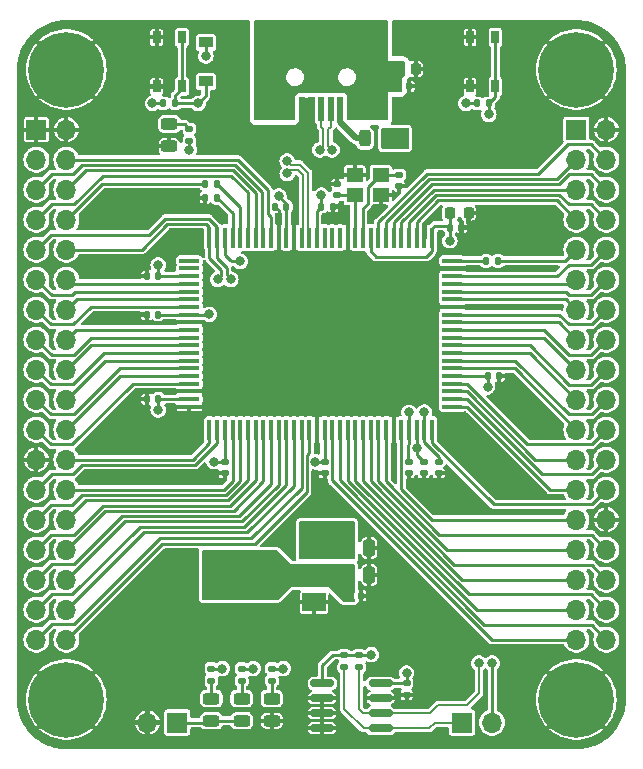
<source format=gbr>
%TF.GenerationSoftware,KiCad,Pcbnew,7.0.2-6a45011f42~172~ubuntu20.04.1*%
%TF.CreationDate,2023-04-23T14:30:36+07:00*%
%TF.ProjectId,EZ-USB-100X,455a2d55-5342-42d3-9130-30582e6b6963,rev?*%
%TF.SameCoordinates,Original*%
%TF.FileFunction,Copper,L1,Top*%
%TF.FilePolarity,Positive*%
%FSLAX46Y46*%
G04 Gerber Fmt 4.6, Leading zero omitted, Abs format (unit mm)*
G04 Created by KiCad (PCBNEW 7.0.2-6a45011f42~172~ubuntu20.04.1) date 2023-04-23 14:30:36*
%MOMM*%
%LPD*%
G01*
G04 APERTURE LIST*
G04 Aperture macros list*
%AMRoundRect*
0 Rectangle with rounded corners*
0 $1 Rounding radius*
0 $2 $3 $4 $5 $6 $7 $8 $9 X,Y pos of 4 corners*
0 Add a 4 corners polygon primitive as box body*
4,1,4,$2,$3,$4,$5,$6,$7,$8,$9,$2,$3,0*
0 Add four circle primitives for the rounded corners*
1,1,$1+$1,$2,$3*
1,1,$1+$1,$4,$5*
1,1,$1+$1,$6,$7*
1,1,$1+$1,$8,$9*
0 Add four rect primitives between the rounded corners*
20,1,$1+$1,$2,$3,$4,$5,0*
20,1,$1+$1,$4,$5,$6,$7,0*
20,1,$1+$1,$6,$7,$8,$9,0*
20,1,$1+$1,$8,$9,$2,$3,0*%
G04 Aperture macros list end*
%TA.AperFunction,SMDPad,CuDef*%
%ADD10RoundRect,0.135000X-0.135000X-0.185000X0.135000X-0.185000X0.135000X0.185000X-0.135000X0.185000X0*%
%TD*%
%TA.AperFunction,SMDPad,CuDef*%
%ADD11RoundRect,0.140000X-0.170000X0.140000X-0.170000X-0.140000X0.170000X-0.140000X0.170000X0.140000X0*%
%TD*%
%TA.AperFunction,SMDPad,CuDef*%
%ADD12RoundRect,0.250000X-0.250000X-0.475000X0.250000X-0.475000X0.250000X0.475000X-0.250000X0.475000X0*%
%TD*%
%TA.AperFunction,ComponentPad*%
%ADD13C,0.800000*%
%TD*%
%TA.AperFunction,ComponentPad*%
%ADD14C,6.400000*%
%TD*%
%TA.AperFunction,SMDPad,CuDef*%
%ADD15RoundRect,0.243750X0.456250X-0.243750X0.456250X0.243750X-0.456250X0.243750X-0.456250X-0.243750X0*%
%TD*%
%TA.AperFunction,SMDPad,CuDef*%
%ADD16R,0.650000X1.050000*%
%TD*%
%TA.AperFunction,SMDPad,CuDef*%
%ADD17RoundRect,0.225000X-0.225000X-0.250000X0.225000X-0.250000X0.225000X0.250000X-0.225000X0.250000X0*%
%TD*%
%TA.AperFunction,SMDPad,CuDef*%
%ADD18RoundRect,0.140000X0.170000X-0.140000X0.170000X0.140000X-0.170000X0.140000X-0.170000X-0.140000X0*%
%TD*%
%TA.AperFunction,SMDPad,CuDef*%
%ADD19R,1.200000X0.900000*%
%TD*%
%TA.AperFunction,SMDPad,CuDef*%
%ADD20RoundRect,0.135000X0.185000X-0.135000X0.185000X0.135000X-0.185000X0.135000X-0.185000X-0.135000X0*%
%TD*%
%TA.AperFunction,SMDPad,CuDef*%
%ADD21RoundRect,0.140000X0.140000X0.170000X-0.140000X0.170000X-0.140000X-0.170000X0.140000X-0.170000X0*%
%TD*%
%TA.AperFunction,SMDPad,CuDef*%
%ADD22R,1.400000X1.200000*%
%TD*%
%TA.AperFunction,SMDPad,CuDef*%
%ADD23RoundRect,0.135000X-0.185000X0.135000X-0.185000X-0.135000X0.185000X-0.135000X0.185000X0.135000X0*%
%TD*%
%TA.AperFunction,SMDPad,CuDef*%
%ADD24RoundRect,0.243750X-0.243750X-0.456250X0.243750X-0.456250X0.243750X0.456250X-0.243750X0.456250X0*%
%TD*%
%TA.AperFunction,ComponentPad*%
%ADD25R,1.700000X1.700000*%
%TD*%
%TA.AperFunction,ComponentPad*%
%ADD26O,1.700000X1.700000*%
%TD*%
%TA.AperFunction,SMDPad,CuDef*%
%ADD27RoundRect,0.140000X-0.140000X-0.170000X0.140000X-0.170000X0.140000X0.170000X-0.140000X0.170000X0*%
%TD*%
%TA.AperFunction,SMDPad,CuDef*%
%ADD28RoundRect,0.135000X0.135000X0.185000X-0.135000X0.185000X-0.135000X-0.185000X0.135000X-0.185000X0*%
%TD*%
%TA.AperFunction,SMDPad,CuDef*%
%ADD29R,0.500000X2.000000*%
%TD*%
%TA.AperFunction,SMDPad,CuDef*%
%ADD30R,2.000000X1.700000*%
%TD*%
%TA.AperFunction,SMDPad,CuDef*%
%ADD31RoundRect,0.150000X-0.825000X-0.150000X0.825000X-0.150000X0.825000X0.150000X-0.825000X0.150000X0*%
%TD*%
%TA.AperFunction,SMDPad,CuDef*%
%ADD32R,2.000000X1.500000*%
%TD*%
%TA.AperFunction,SMDPad,CuDef*%
%ADD33R,2.000000X3.800000*%
%TD*%
%TA.AperFunction,SMDPad,CuDef*%
%ADD34RoundRect,0.100000X-0.100000X0.775000X-0.100000X-0.775000X0.100000X-0.775000X0.100000X0.775000X0*%
%TD*%
%TA.AperFunction,SMDPad,CuDef*%
%ADD35RoundRect,0.100000X-0.775000X0.100000X-0.775000X-0.100000X0.775000X-0.100000X0.775000X0.100000X0*%
%TD*%
%TA.AperFunction,ViaPad*%
%ADD36C,0.800000*%
%TD*%
%TA.AperFunction,ViaPad*%
%ADD37C,0.300000*%
%TD*%
%TA.AperFunction,Conductor*%
%ADD38C,0.250000*%
%TD*%
%TA.AperFunction,Conductor*%
%ADD39C,0.200000*%
%TD*%
%TA.AperFunction,Conductor*%
%ADD40C,0.500000*%
%TD*%
G04 APERTURE END LIST*
D10*
%TO.P,R10,1*%
%TO.N,GNDREF*%
X143914400Y-55321200D03*
%TO.P,R10,2*%
%TO.N,GND*%
X144934400Y-55321200D03*
%TD*%
D11*
%TO.P,C4,1*%
%TO.N,GND*%
X138811000Y-63567800D03*
%TO.P,C4,2*%
%TO.N,Net-(U3A-XTALIN)*%
X138811000Y-64527800D03*
%TD*%
D12*
%TO.P,C9,1*%
%TO.N,+3V3*%
X139639000Y-96697800D03*
%TO.P,C9,2*%
%TO.N,GND*%
X141539000Y-96697800D03*
%TD*%
D13*
%TO.P,H4,1,1*%
%TO.N,GND*%
X156680200Y-107253800D03*
X157383144Y-105556744D03*
X157383144Y-108950856D03*
X159080200Y-104853800D03*
D14*
X159080200Y-107253800D03*
D13*
X159080200Y-109653800D03*
X160777256Y-105556744D03*
X160777256Y-108950856D03*
X161480200Y-107253800D03*
%TD*%
D11*
%TO.P,C19,1*%
%TO.N,+3V3*%
X137764400Y-87099200D03*
%TO.P,C19,2*%
%TO.N,GND*%
X137764400Y-88059200D03*
%TD*%
D15*
%TO.P,D3,1,K*%
%TO.N,Net-(D3-K)*%
X130746500Y-109039900D03*
%TO.P,D3,2,A*%
%TO.N,Net-(D3-A)*%
X130746500Y-107164900D03*
%TD*%
D16*
%TO.P,SW2,1,1*%
%TO.N,GND*%
X150080400Y-55338800D03*
X150080400Y-51188800D03*
%TO.P,SW2,2,2*%
%TO.N,/WAKEUP*%
X152230400Y-55338800D03*
X152230400Y-51188800D03*
%TD*%
D17*
%TO.P,C7,1*%
%TO.N,GNDREF*%
X143914400Y-53873400D03*
%TO.P,C7,2*%
%TO.N,GND*%
X145464400Y-53873400D03*
%TD*%
D13*
%TO.P,H3,1,1*%
%TO.N,GND*%
X156680200Y-53913800D03*
X157383144Y-52216744D03*
X157383144Y-55610856D03*
X159080200Y-51513800D03*
D14*
X159080200Y-53913800D03*
D13*
X159080200Y-56313800D03*
X160777256Y-52216744D03*
X160777256Y-55610856D03*
X161480200Y-53913800D03*
%TD*%
D18*
%TO.P,C5,1*%
%TO.N,GND*%
X144068800Y-63787800D03*
%TO.P,C5,2*%
%TO.N,Net-(U3A-XTALOUT)*%
X144068800Y-62827800D03*
%TD*%
D19*
%TO.P,D1,1,K*%
%TO.N,+3V3*%
X127711200Y-51613800D03*
%TO.P,D1,2,A*%
%TO.N,/RST*%
X127711200Y-54913800D03*
%TD*%
D15*
%TO.P,D2,1,K*%
%TO.N,GND*%
X124612400Y-60398900D03*
%TO.P,D2,2,A*%
%TO.N,Net-(D2-A)*%
X124612400Y-58523900D03*
%TD*%
D20*
%TO.P,R9,1*%
%TO.N,Net-(D4-A)*%
X128168400Y-105640600D03*
%TO.P,R9,2*%
%TO.N,/PA1*%
X128168400Y-104620600D03*
%TD*%
D10*
%TO.P,R3,1*%
%TO.N,+3V3*%
X150645400Y-56769000D03*
%TO.P,R3,2*%
%TO.N,/WAKEUP*%
X151665400Y-56769000D03*
%TD*%
D11*
%TO.P,C3,1*%
%TO.N,/RST*%
X144907000Y-87099200D03*
%TO.P,C3,2*%
%TO.N,GND*%
X144907000Y-88059200D03*
%TD*%
D21*
%TO.P,C18,1*%
%TO.N,+3V3*%
X134518400Y-65506600D03*
%TO.P,C18,2*%
%TO.N,GND*%
X133558400Y-65506600D03*
%TD*%
D12*
%TO.P,C6,1*%
%TO.N,+5V*%
X139639000Y-94411800D03*
%TO.P,C6,2*%
%TO.N,GND*%
X141539000Y-94411800D03*
%TD*%
D20*
%TO.P,R8,1*%
%TO.N,Net-(D3-A)*%
X130746500Y-105640600D03*
%TO.P,R8,2*%
%TO.N,/PA0*%
X130746500Y-104620600D03*
%TD*%
D22*
%TO.P,Y1,1,1*%
%TO.N,Net-(U3A-XTALOUT)*%
X142527200Y-62827800D03*
%TO.P,Y1,2,2*%
%TO.N,GND*%
X140327200Y-62827800D03*
%TO.P,Y1,3,3*%
%TO.N,Net-(U3A-XTALIN)*%
X140327200Y-64527800D03*
%TO.P,Y1,4,4*%
%TO.N,GND*%
X142527200Y-64527800D03*
%TD*%
D23*
%TO.P,R1,1*%
%TO.N,+3V3*%
X139420600Y-103477600D03*
%TO.P,R1,2*%
%TO.N,Net-(J1-Pin_1)*%
X139420600Y-104497600D03*
%TD*%
D11*
%TO.P,C2,1*%
%TO.N,+3V3*%
X144703800Y-105867200D03*
%TO.P,C2,2*%
%TO.N,GND*%
X144703800Y-106827200D03*
%TD*%
D24*
%TO.P,F1,1*%
%TO.N,Net-(J2-VBUS)*%
X141175500Y-59740800D03*
%TO.P,F1,2*%
%TO.N,+5V*%
X143050500Y-59740800D03*
%TD*%
D21*
%TO.P,C10,1*%
%TO.N,+3V3*%
X123670000Y-71401200D03*
%TO.P,C10,2*%
%TO.N,GND*%
X122710000Y-71401200D03*
%TD*%
D13*
%TO.P,H2,1,1*%
%TO.N,GND*%
X113500200Y-107253800D03*
X114203144Y-105556744D03*
X114203144Y-108950856D03*
X115900200Y-104853800D03*
D14*
X115900200Y-107253800D03*
D13*
X115900200Y-109653800D03*
X117597256Y-105556744D03*
X117597256Y-108950856D03*
X118300200Y-107253800D03*
%TD*%
D10*
%TO.P,R4,1*%
%TO.N,+3V3*%
X124102400Y-56769000D03*
%TO.P,R4,2*%
%TO.N,/RST*%
X125122400Y-56769000D03*
%TD*%
D25*
%TO.P,J4,1,Pin_1*%
%TO.N,+5V*%
X159080200Y-58993800D03*
D26*
%TO.P,J4,2,Pin_2*%
%TO.N,GND*%
X161620200Y-58993800D03*
%TO.P,J4,3,Pin_3*%
%TO.N,/RDY4*%
X159080200Y-61533800D03*
%TO.P,J4,4,Pin_4*%
%TO.N,/RDY5*%
X161620200Y-61533800D03*
%TO.P,J4,5,Pin_5*%
%TO.N,/RDY2*%
X159080200Y-64073800D03*
%TO.P,J4,6,Pin_6*%
%TO.N,/RDY3*%
X161620200Y-64073800D03*
%TO.P,J4,7,Pin_7*%
%TO.N,/RDY0*%
X159080200Y-66613800D03*
%TO.P,J4,8,Pin_8*%
%TO.N,/RDY1*%
X161620200Y-66613800D03*
%TO.P,J4,9,Pin_9*%
%TO.N,/CLKOUT*%
X159080200Y-69153800D03*
%TO.P,J4,10,Pin_10*%
%TO.N,/PD7*%
X161620200Y-69153800D03*
%TO.P,J4,11,Pin_11*%
%TO.N,/PD6*%
X159080200Y-71693800D03*
%TO.P,J4,12,Pin_12*%
%TO.N,/PD5*%
X161620200Y-71693800D03*
%TO.P,J4,13,Pin_13*%
%TO.N,/PD4*%
X159080200Y-74233800D03*
%TO.P,J4,14,Pin_14*%
%TO.N,/PE7*%
X161620200Y-74233800D03*
%TO.P,J4,15,Pin_15*%
%TO.N,/PE6*%
X159080200Y-76773800D03*
%TO.P,J4,16,Pin_16*%
%TO.N,/PE5*%
X161620200Y-76773800D03*
%TO.P,J4,17,Pin_17*%
%TO.N,/PE4*%
X159080200Y-79313800D03*
%TO.P,J4,18,Pin_18*%
%TO.N,/PE3*%
X161620200Y-79313800D03*
%TO.P,J4,19,Pin_19*%
%TO.N,/PE2*%
X159080200Y-81853800D03*
%TO.P,J4,20,Pin_20*%
%TO.N,/PE1*%
X161620200Y-81853800D03*
%TO.P,J4,21,Pin_21*%
%TO.N,/PE0*%
X159080200Y-84393800D03*
%TO.P,J4,22,Pin_22*%
%TO.N,/INT5*%
X161620200Y-84393800D03*
%TO.P,J4,23,Pin_23*%
%TO.N,/PD3*%
X159080200Y-86933800D03*
%TO.P,J4,24,Pin_24*%
%TO.N,/PD2*%
X161620200Y-86933800D03*
%TO.P,J4,25,Pin_25*%
%TO.N,/PD1*%
X159080200Y-89473800D03*
%TO.P,J4,26,Pin_26*%
%TO.N,/PD0*%
X161620200Y-89473800D03*
%TO.P,J4,27,Pin_27*%
%TO.N,/CTL5*%
X159080200Y-92013800D03*
%TO.P,J4,28,Pin_28*%
%TO.N,GND*%
X161620200Y-92013800D03*
%TO.P,J4,29,Pin_29*%
%TO.N,/PA6*%
X159080200Y-94553800D03*
%TO.P,J4,30,Pin_30*%
%TO.N,/PA7*%
X161620200Y-94553800D03*
%TO.P,J4,31,Pin_31*%
%TO.N,/PA4*%
X159080200Y-97093800D03*
%TO.P,J4,32,Pin_32*%
%TO.N,/PA5*%
X161620200Y-97093800D03*
%TO.P,J4,33,Pin_33*%
%TO.N,/PA2*%
X159080200Y-99633800D03*
%TO.P,J4,34,Pin_34*%
%TO.N,/PA3*%
X161620200Y-99633800D03*
%TO.P,J4,35,Pin_35*%
%TO.N,/PA0*%
X159080200Y-102173800D03*
%TO.P,J4,36,Pin_36*%
%TO.N,/PA1*%
X161620200Y-102173800D03*
%TD*%
D27*
%TO.P,C11,1*%
%TO.N,+3V3*%
X148389400Y-67284600D03*
%TO.P,C11,2*%
%TO.N,GND*%
X149349400Y-67284600D03*
%TD*%
D28*
%TO.P,R12,1*%
%TO.N,Net-(U3C-RESERVED)*%
X128676400Y-64770000D03*
%TO.P,R12,2*%
%TO.N,GND*%
X127656400Y-64770000D03*
%TD*%
D15*
%TO.P,D4,1,K*%
%TO.N,Net-(D3-K)*%
X128168400Y-109039900D03*
%TO.P,D4,2,A*%
%TO.N,Net-(D4-A)*%
X128168400Y-107164900D03*
%TD*%
D23*
%TO.P,R7,1*%
%TO.N,Net-(D2-A)*%
X126314200Y-58926000D03*
%TO.P,R7,2*%
%TO.N,Net-(U3B-BKPT)*%
X126314200Y-59946000D03*
%TD*%
D25*
%TO.P,J5,1,Pin_1*%
%TO.N,Net-(D3-K)*%
X125303200Y-109194600D03*
D26*
%TO.P,J5,2,Pin_2*%
%TO.N,GND*%
X122763200Y-109194600D03*
%TD*%
D29*
%TO.P,J2,1,VBUS*%
%TO.N,Net-(J2-VBUS)*%
X139064800Y-57267400D03*
%TO.P,J2,2,D-*%
%TO.N,/D-*%
X138264800Y-57267400D03*
%TO.P,J2,3,D+*%
%TO.N,/D+*%
X137464800Y-57267400D03*
%TO.P,J2,4,ID*%
%TO.N,GND*%
X136664800Y-57267400D03*
%TO.P,J2,5,GND*%
X135864800Y-57267400D03*
D30*
%TO.P,J2,6,Shield*%
%TO.N,GNDREF*%
X141914800Y-57167400D03*
X141914800Y-51717400D03*
X133014800Y-57167400D03*
X133014800Y-51717400D03*
%TD*%
D16*
%TO.P,SW1,1,1*%
%TO.N,GND*%
X123537400Y-55338800D03*
X123537400Y-51188800D03*
%TO.P,SW1,2,2*%
%TO.N,/RST*%
X125687400Y-55338800D03*
X125687400Y-51188800D03*
%TD*%
D27*
%TO.P,C12,1*%
%TO.N,+3V3*%
X151564400Y-79851200D03*
%TO.P,C12,2*%
%TO.N,GND*%
X152524400Y-79851200D03*
%TD*%
D11*
%TO.P,C1,1*%
%TO.N,/WAKEUP*%
X147414933Y-87099200D03*
%TO.P,C1,2*%
%TO.N,GND*%
X147414933Y-88059200D03*
%TD*%
%TO.P,C8,1*%
%TO.N,+3V3*%
X129314400Y-87099200D03*
%TO.P,C8,2*%
%TO.N,GND*%
X129314400Y-88059200D03*
%TD*%
D25*
%TO.P,J1,1,Pin_1*%
%TO.N,Net-(J1-Pin_1)*%
X149397800Y-109194600D03*
D26*
%TO.P,J1,2,Pin_2*%
%TO.N,/SDA*%
X151937800Y-109194600D03*
%TD*%
D23*
%TO.P,R11,1*%
%TO.N,+3V3*%
X133299200Y-104620600D03*
%TO.P,R11,2*%
%TO.N,Net-(D5-A)*%
X133299200Y-105640600D03*
%TD*%
D27*
%TO.P,C15,1*%
%TO.N,+3V3*%
X139855000Y-98450400D03*
%TO.P,C15,2*%
%TO.N,GND*%
X140815000Y-98450400D03*
%TD*%
D15*
%TO.P,D5,1,K*%
%TO.N,GND*%
X133299200Y-109039900D03*
%TO.P,D5,2,A*%
%TO.N,Net-(D5-A)*%
X133299200Y-107164900D03*
%TD*%
D31*
%TO.P,U2,1,A0*%
%TO.N,+3V3*%
X137555200Y-105867200D03*
%TO.P,U2,2,A1*%
%TO.N,GND*%
X137555200Y-107137200D03*
%TO.P,U2,3,A2*%
X137555200Y-108407200D03*
%TO.P,U2,4,GND*%
X137555200Y-109677200D03*
%TO.P,U2,5,SDA*%
%TO.N,Net-(J1-Pin_1)*%
X142505200Y-109677200D03*
%TO.P,U2,6,SCL*%
%TO.N,/SCL*%
X142505200Y-108407200D03*
%TO.P,U2,7,WP*%
%TO.N,GND*%
X142505200Y-107137200D03*
%TO.P,U2,8,VCC*%
%TO.N,+3V3*%
X142505200Y-105867200D03*
%TD*%
D13*
%TO.P,H1,1,1*%
%TO.N,GND*%
X113500200Y-53913800D03*
X114203144Y-52216744D03*
X114203144Y-55610856D03*
X115900200Y-51513800D03*
D14*
X115900200Y-53913800D03*
D13*
X115900200Y-56313800D03*
X117597256Y-52216744D03*
X117597256Y-55610856D03*
X118300200Y-53913800D03*
%TD*%
D23*
%TO.P,R2,1*%
%TO.N,+3V3*%
X140690600Y-103477600D03*
%TO.P,R2,2*%
%TO.N,/SCL*%
X140690600Y-104497600D03*
%TD*%
D11*
%TO.P,C13,1*%
%TO.N,+3V3*%
X146160966Y-87099200D03*
%TO.P,C13,2*%
%TO.N,GND*%
X146160966Y-88059200D03*
%TD*%
D32*
%TO.P,U1,1,GND*%
%TO.N,GND*%
X136881000Y-99023200D03*
%TO.P,U1,2,VO*%
%TO.N,+3V3*%
X136881000Y-96723200D03*
D33*
X130581000Y-96723200D03*
D32*
%TO.P,U1,3,VI*%
%TO.N,+5V*%
X136881000Y-94423200D03*
%TD*%
D10*
%TO.P,R5,1*%
%TO.N,/IFCLK*%
X127656400Y-63576200D03*
%TO.P,R5,2*%
%TO.N,Net-(U3A-IFCLK)*%
X128676400Y-63576200D03*
%TD*%
D25*
%TO.P,J3,1,Pin_1*%
%TO.N,GND*%
X113360200Y-58993800D03*
D26*
%TO.P,J3,2,Pin_2*%
X115900200Y-58993800D03*
%TO.P,J3,3,Pin_3*%
%TO.N,+3V3*%
X113360200Y-61533800D03*
%TO.P,J3,4,Pin_4*%
%TO.N,/INT4*%
X115900200Y-61533800D03*
%TO.P,J3,5,Pin_5*%
%TO.N,/T0*%
X113360200Y-64073800D03*
%TO.P,J3,6,Pin_6*%
%TO.N,/T1*%
X115900200Y-64073800D03*
%TO.P,J3,7,Pin_7*%
%TO.N,/T2*%
X113360200Y-66613800D03*
%TO.P,J3,8,Pin_8*%
%TO.N,/IFCLK*%
X115900200Y-66613800D03*
%TO.P,J3,9,Pin_9*%
%TO.N,/SCL*%
X113360200Y-69153800D03*
%TO.P,J3,10,Pin_10*%
%TO.N,/SDA*%
X115900200Y-69153800D03*
%TO.P,J3,11,Pin_11*%
%TO.N,/PB1*%
X113360200Y-71693800D03*
%TO.P,J3,12,Pin_12*%
%TO.N,/PB0*%
X115900200Y-71693800D03*
%TO.P,J3,13,Pin_13*%
%TO.N,/PB3*%
X113360200Y-74233800D03*
%TO.P,J3,14,Pin_14*%
%TO.N,/PB2*%
X115900200Y-74233800D03*
%TO.P,J3,15,Pin_15*%
%TO.N,/RXD0*%
X113360200Y-76773800D03*
%TO.P,J3,16,Pin_16*%
%TO.N,/TXD0*%
X115900200Y-76773800D03*
%TO.P,J3,17,Pin_17*%
%TO.N,/RXD1*%
X113360200Y-79313800D03*
%TO.P,J3,18,Pin_18*%
%TO.N,/TXD1*%
X115900200Y-79313800D03*
%TO.P,J3,19,Pin_19*%
%TO.N,/PB5*%
X113360200Y-81853800D03*
%TO.P,J3,20,Pin_20*%
%TO.N,/PB4*%
X115900200Y-81853800D03*
%TO.P,J3,21,Pin_21*%
%TO.N,/PB7*%
X113360200Y-84393800D03*
%TO.P,J3,22,Pin_22*%
%TO.N,/PB6*%
X115900200Y-84393800D03*
%TO.P,J3,23,Pin_23*%
%TO.N,GND*%
X113360200Y-86933800D03*
%TO.P,J3,24,Pin_24*%
%TO.N,/CTL3*%
X115900200Y-86933800D03*
%TO.P,J3,25,Pin_25*%
%TO.N,/CTL4*%
X113360200Y-89473800D03*
%TO.P,J3,26,Pin_26*%
%TO.N,/CTL0*%
X115900200Y-89473800D03*
%TO.P,J3,27,Pin_27*%
%TO.N,/CTL1*%
X113360200Y-92013800D03*
%TO.P,J3,28,Pin_28*%
%TO.N,/CTL2*%
X115900200Y-92013800D03*
%TO.P,J3,29,Pin_29*%
%TO.N,/PC0*%
X113360200Y-94553800D03*
%TO.P,J3,30,Pin_30*%
%TO.N,/PC1*%
X115900200Y-94553800D03*
%TO.P,J3,31,Pin_31*%
%TO.N,/PC2*%
X113360200Y-97093800D03*
%TO.P,J3,32,Pin_32*%
%TO.N,/PC3*%
X115900200Y-97093800D03*
%TO.P,J3,33,Pin_33*%
%TO.N,/PC4*%
X113360200Y-99633800D03*
%TO.P,J3,34,Pin_34*%
%TO.N,/PC5*%
X115900200Y-99633800D03*
%TO.P,J3,35,Pin_35*%
%TO.N,/PC6*%
X113360200Y-102173800D03*
%TO.P,J3,36,Pin_36*%
%TO.N,/PC7*%
X115900200Y-102173800D03*
%TD*%
D17*
%TO.P,C20,1*%
%TO.N,+3V3*%
X148399200Y-66040000D03*
%TO.P,C20,2*%
%TO.N,GND*%
X149949200Y-66040000D03*
%TD*%
D21*
%TO.P,C14,1*%
%TO.N,+3V3*%
X123670000Y-81801200D03*
%TO.P,C14,2*%
%TO.N,GND*%
X122710000Y-81801200D03*
%TD*%
D27*
%TO.P,C16,1*%
%TO.N,+3V3*%
X137492800Y-65506600D03*
%TO.P,C16,2*%
%TO.N,GND*%
X138452800Y-65506600D03*
%TD*%
D21*
%TO.P,C17,1*%
%TO.N,+3V3*%
X123670000Y-74651200D03*
%TO.P,C17,2*%
%TO.N,GND*%
X122710000Y-74651200D03*
%TD*%
D28*
%TO.P,R6,1*%
%TO.N,/CLKOUT*%
X152478200Y-70101200D03*
%TO.P,R6,2*%
%TO.N,Net-(U3A-CLKOUT)*%
X151458200Y-70101200D03*
%TD*%
D34*
%TO.P,U3,1,VCC*%
%TO.N,+3V3*%
X146864400Y-68151200D03*
%TO.P,U3,2,GND*%
%TO.N,GND*%
X146214400Y-68151200D03*
%TO.P,U3,3,RDY0/SLRD*%
%TO.N,/RDY0*%
X145564400Y-68151200D03*
%TO.P,U3,4,RDY1/SLWR*%
%TO.N,/RDY1*%
X144914400Y-68151200D03*
%TO.P,U3,5,RDY2*%
%TO.N,/RDY2*%
X144264400Y-68151200D03*
%TO.P,U3,6,RDY3*%
%TO.N,/RDY3*%
X143614400Y-68151200D03*
%TO.P,U3,7,RDY4*%
%TO.N,/RDY4*%
X142964400Y-68151200D03*
%TO.P,U3,8,RDY5*%
%TO.N,/RDY5*%
X142314400Y-68151200D03*
%TO.P,U3,9,AVCC*%
%TO.N,+3V3*%
X141664400Y-68151200D03*
%TO.P,U3,10,XTALOUT*%
%TO.N,Net-(U3A-XTALOUT)*%
X141014400Y-68151200D03*
%TO.P,U3,11,XTALIN*%
%TO.N,Net-(U3A-XTALIN)*%
X140364400Y-68151200D03*
%TO.P,U3,12,AGND*%
%TO.N,GND*%
X139714400Y-68151200D03*
%TO.P,U3,13,NC*%
%TO.N,unconnected-(U3C-NC-Pad13)*%
X139064400Y-68151200D03*
%TO.P,U3,14,NC*%
%TO.N,unconnected-(U3C-NC-Pad14)*%
X138414400Y-68151200D03*
%TO.P,U3,15,NC*%
%TO.N,unconnected-(U3C-NC-Pad15)*%
X137764400Y-68151200D03*
%TO.P,U3,16,AVCC*%
%TO.N,+3V3*%
X137114400Y-68151200D03*
%TO.P,U3,17,USB_D+*%
%TO.N,/D+*%
X136464400Y-68151200D03*
%TO.P,U3,18,USB_D-*%
%TO.N,/D-*%
X135814400Y-68151200D03*
%TO.P,U3,19,AGND*%
%TO.N,GND*%
X135164400Y-68151200D03*
%TO.P,U3,20,VCC*%
%TO.N,+3V3*%
X134514400Y-68151200D03*
%TO.P,U3,21,GND*%
%TO.N,GND*%
X133864400Y-68151200D03*
%TO.P,U3,22,INT4*%
%TO.N,/INT4*%
X133214400Y-68151200D03*
%TO.P,U3,23,T0*%
%TO.N,/T0*%
X132564400Y-68151200D03*
%TO.P,U3,24,T1*%
%TO.N,/T1*%
X131914400Y-68151200D03*
%TO.P,U3,25,T2*%
%TO.N,/T2*%
X131264400Y-68151200D03*
%TO.P,U3,26,IFCLK*%
%TO.N,Net-(U3A-IFCLK)*%
X130614400Y-68151200D03*
%TO.P,U3,27,RESERVED*%
%TO.N,Net-(U3C-RESERVED)*%
X129964400Y-68151200D03*
%TO.P,U3,28,BKPT*%
%TO.N,Net-(U3B-BKPT)*%
X129314400Y-68151200D03*
%TO.P,U3,29,SCL*%
%TO.N,/SCL*%
X128664400Y-68151200D03*
%TO.P,U3,30,SDA*%
%TO.N,/SDA*%
X128014400Y-68151200D03*
D35*
%TO.P,U3,31,~{RD}*%
%TO.N,unconnected-(U3B-~{RD}-Pad31)*%
X126314400Y-70101200D03*
%TO.P,U3,32,~{WR}*%
%TO.N,unconnected-(U3B-~{WR}-Pad32)*%
X126314400Y-70751200D03*
%TO.P,U3,33,VCC*%
%TO.N,+3V3*%
X126314400Y-71401200D03*
%TO.P,U3,34,PB0/FD0*%
%TO.N,/PB0*%
X126314400Y-72051200D03*
%TO.P,U3,35,PB1/FD1*%
%TO.N,/PB1*%
X126314400Y-72701200D03*
%TO.P,U3,36,PB2/FD2*%
%TO.N,/PB2*%
X126314400Y-73351200D03*
%TO.P,U3,37,PB3/FD3*%
%TO.N,/PB3*%
X126314400Y-74001200D03*
%TO.P,U3,38,VCC*%
%TO.N,+3V3*%
X126314400Y-74651200D03*
%TO.P,U3,39,GND*%
%TO.N,GND*%
X126314400Y-75301200D03*
%TO.P,U3,40,TXD0*%
%TO.N,/TXD0*%
X126314400Y-75951200D03*
%TO.P,U3,41,RXD0*%
%TO.N,/RXD0*%
X126314400Y-76601200D03*
%TO.P,U3,42,TXD1*%
%TO.N,/TXD1*%
X126314400Y-77251200D03*
%TO.P,U3,43,RXD1*%
%TO.N,/RXD1*%
X126314400Y-77901200D03*
%TO.P,U3,44,PB4/FD4*%
%TO.N,/PB4*%
X126314400Y-78551200D03*
%TO.P,U3,45,PB5/FD5*%
%TO.N,/PB5*%
X126314400Y-79201200D03*
%TO.P,U3,46,PB6/FD6*%
%TO.N,/PB6*%
X126314400Y-79851200D03*
%TO.P,U3,47,PB7/FD7*%
%TO.N,/PB7*%
X126314400Y-80501200D03*
%TO.P,U3,48,GND*%
%TO.N,GND*%
X126314400Y-81151200D03*
%TO.P,U3,49,VCC*%
%TO.N,+3V3*%
X126314400Y-81801200D03*
%TO.P,U3,50,GND*%
%TO.N,GND*%
X126314400Y-82451200D03*
D34*
%TO.P,U3,51,CTL3*%
%TO.N,/CTL3*%
X128014400Y-84401200D03*
%TO.P,U3,52,CTL4*%
%TO.N,/CTL4*%
X128664400Y-84401200D03*
%TO.P,U3,53,VCC*%
%TO.N,+3V3*%
X129314400Y-84401200D03*
%TO.P,U3,54,CTL0/FLAGA*%
%TO.N,/CTL0*%
X129964400Y-84401200D03*
%TO.P,U3,55,CTL1/FLAGB*%
%TO.N,/CTL1*%
X130614400Y-84401200D03*
%TO.P,U3,56,CTL2/FLAGC*%
%TO.N,/CTL2*%
X131264400Y-84401200D03*
%TO.P,U3,57,PC0/GPIFADR0*%
%TO.N,/PC0*%
X131914400Y-84401200D03*
%TO.P,U3,58,PC1/GPIFADR1*%
%TO.N,/PC1*%
X132564400Y-84401200D03*
%TO.P,U3,59,PC2/GPIFADR2*%
%TO.N,/PC2*%
X133214400Y-84401200D03*
%TO.P,U3,60,PC3/GPIFADR3*%
%TO.N,/PC3*%
X133864400Y-84401200D03*
%TO.P,U3,61,PC4/GPIFADR4*%
%TO.N,/PC4*%
X134514400Y-84401200D03*
%TO.P,U3,62,PC5/GPIFADR5*%
%TO.N,/PC5*%
X135164400Y-84401200D03*
%TO.P,U3,63,PC6/GPIFADR6*%
%TO.N,/PC6*%
X135814400Y-84401200D03*
%TO.P,U3,64,PC7/GPIFADR7*%
%TO.N,/PC7*%
X136464400Y-84401200D03*
%TO.P,U3,65,GND*%
%TO.N,GND*%
X137114400Y-84401200D03*
%TO.P,U3,66,VCC*%
%TO.N,+3V3*%
X137764400Y-84401200D03*
%TO.P,U3,67,PA0/~{INT0}*%
%TO.N,/PA0*%
X138414400Y-84401200D03*
%TO.P,U3,68,PA1/~{INT1}*%
%TO.N,/PA1*%
X139064400Y-84401200D03*
%TO.P,U3,69,PA2/SLOE*%
%TO.N,/PA2*%
X139714400Y-84401200D03*
%TO.P,U3,70,PA3/WU2*%
%TO.N,/PA3*%
X140364400Y-84401200D03*
%TO.P,U3,71,PA4/FIFOADR0*%
%TO.N,/PA4*%
X141014400Y-84401200D03*
%TO.P,U3,72,PA5/FIFOADR1*%
%TO.N,/PA5*%
X141664400Y-84401200D03*
%TO.P,U3,73,PA6/PKTEND*%
%TO.N,/PA6*%
X142314400Y-84401200D03*
%TO.P,U3,74,PA7/FLAGD/~{SLCS}*%
%TO.N,/PA7*%
X142964400Y-84401200D03*
%TO.P,U3,75,GND*%
%TO.N,GND*%
X143614400Y-84401200D03*
%TO.P,U3,76,CTL5*%
%TO.N,/CTL5*%
X144264400Y-84401200D03*
%TO.P,U3,77,~{RESET}*%
%TO.N,/RST*%
X144914400Y-84401200D03*
%TO.P,U3,78,VCC*%
%TO.N,+3V3*%
X145564400Y-84401200D03*
%TO.P,U3,79,WAKEUP*%
%TO.N,/WAKEUP*%
X146214400Y-84401200D03*
%TO.P,U3,80,PD0/FD8*%
%TO.N,/PD0*%
X146864400Y-84401200D03*
D35*
%TO.P,U3,81,PD1/FD9*%
%TO.N,/PD1*%
X148564400Y-82451200D03*
%TO.P,U3,82,PD2/FD10*%
%TO.N,/PD2*%
X148564400Y-81801200D03*
%TO.P,U3,83,PD3/FD11*%
%TO.N,/PD3*%
X148564400Y-81151200D03*
%TO.P,U3,84,~{INT5}*%
%TO.N,/INT5*%
X148564400Y-80501200D03*
%TO.P,U3,85,VCC*%
%TO.N,+3V3*%
X148564400Y-79851200D03*
%TO.P,U3,86,PE0/T0OUT*%
%TO.N,/PE0*%
X148564400Y-79201200D03*
%TO.P,U3,87,PE1/T1OUT*%
%TO.N,/PE1*%
X148564400Y-78551200D03*
%TO.P,U3,88,PE2/T2OUT*%
%TO.N,/PE2*%
X148564400Y-77901200D03*
%TO.P,U3,89,PE3/RXD0OUT*%
%TO.N,/PE3*%
X148564400Y-77251200D03*
%TO.P,U3,90,PE4/RXD1OUT*%
%TO.N,/PE4*%
X148564400Y-76601200D03*
%TO.P,U3,91,PE5/INT6*%
%TO.N,/PE5*%
X148564400Y-75951200D03*
%TO.P,U3,92,PE6/T2EX*%
%TO.N,/PE6*%
X148564400Y-75301200D03*
%TO.P,U3,93,PE7/GPIFADR8*%
%TO.N,/PE7*%
X148564400Y-74651200D03*
%TO.P,U3,94,GND*%
%TO.N,GND*%
X148564400Y-74001200D03*
%TO.P,U3,95,PD4/FD12*%
%TO.N,/PD4*%
X148564400Y-73351200D03*
%TO.P,U3,96,PD5/FD13*%
%TO.N,/PD5*%
X148564400Y-72701200D03*
%TO.P,U3,97,PD6/FD14*%
%TO.N,/PD6*%
X148564400Y-72051200D03*
%TO.P,U3,98,PD5/FD15*%
%TO.N,/PD7*%
X148564400Y-71401200D03*
%TO.P,U3,99,GND*%
%TO.N,GND*%
X148564400Y-70751200D03*
%TO.P,U3,100,CLKOUT*%
%TO.N,Net-(U3A-CLKOUT)*%
X148564400Y-70101200D03*
%TD*%
D36*
%TO.N,+5V*%
X144297400Y-59283600D03*
X137414000Y-92913200D03*
X144297400Y-60198000D03*
X138480800Y-92913200D03*
%TO.N,GND*%
X129921000Y-80289400D03*
X112496600Y-72948800D03*
X124282200Y-103073200D03*
X145872200Y-55270400D03*
X137541000Y-75285600D03*
X113385600Y-57048400D03*
X140868400Y-99517200D03*
X129921000Y-57835800D03*
X157073600Y-103505000D03*
D37*
X149860000Y-74015600D03*
X134620000Y-60731400D03*
X137134600Y-85699600D03*
D36*
X135178800Y-99060000D03*
X162483800Y-95834200D03*
X136880600Y-100584000D03*
X112496600Y-88188800D03*
X119253000Y-70358000D03*
X121793000Y-65328800D03*
X119202200Y-88112600D03*
X162483800Y-78054200D03*
D37*
X133883400Y-69443600D03*
X134594600Y-63627000D03*
D36*
X138506200Y-99136200D03*
D37*
X125018800Y-81153000D03*
D36*
X162483800Y-83134200D03*
X112496600Y-62788800D03*
X119964200Y-57099200D03*
D37*
X121996200Y-71399400D03*
D36*
X137642600Y-70561200D03*
X162483800Y-67894200D03*
X162483800Y-65354200D03*
X147421600Y-89077800D03*
X112496600Y-78028800D03*
X154889200Y-51206400D03*
D37*
X135280400Y-64693800D03*
X125018800Y-82448400D03*
D36*
X162483800Y-70434200D03*
D37*
X147269200Y-70764400D03*
X135178800Y-69443600D03*
D36*
X162483800Y-60274200D03*
X162483800Y-62814200D03*
X124942600Y-95199200D03*
X142214600Y-65786000D03*
X118084600Y-75133200D03*
X112496600Y-70408800D03*
X126390400Y-84810600D03*
D37*
X143916400Y-107137200D03*
D36*
X136042400Y-109016800D03*
D37*
X143611600Y-85699600D03*
D36*
X162483800Y-85674200D03*
D37*
X133807200Y-62179200D03*
X137007600Y-63042800D03*
D36*
X119938800Y-50876200D03*
D37*
X139344400Y-60706000D03*
D36*
X118922800Y-60223400D03*
X112496600Y-80568800D03*
X162483800Y-93294200D03*
X162483800Y-75514200D03*
D37*
X125018800Y-75311000D03*
D36*
X139141200Y-109626400D03*
X155270200Y-109728000D03*
X145643600Y-78765400D03*
X138099800Y-66471800D03*
D37*
X136398000Y-60706000D03*
X147193000Y-66167000D03*
X137007600Y-59537600D03*
D36*
X154914600Y-57175400D03*
X145516600Y-50698400D03*
X112496600Y-85648800D03*
X112496600Y-100888800D03*
D37*
X135280400Y-66471800D03*
D36*
X112496600Y-93268800D03*
X128346200Y-88519000D03*
X162483800Y-98374200D03*
X135356600Y-59283600D03*
X146329400Y-107543600D03*
X145592800Y-101625400D03*
X153085800Y-88544400D03*
X150291800Y-67106800D03*
X162483800Y-72974200D03*
X112496600Y-65328800D03*
X162483800Y-100914200D03*
D37*
X138201400Y-62484000D03*
X138734800Y-59537600D03*
D36*
X142417800Y-95529400D03*
X150571200Y-90881200D03*
X162483800Y-90754200D03*
X148412200Y-84226400D03*
X123545600Y-53314600D03*
X162483800Y-103454200D03*
X134594600Y-92633800D03*
X146634200Y-53822600D03*
X162483800Y-80594200D03*
D37*
X139725400Y-66802000D03*
D36*
X112496600Y-83108800D03*
X112496600Y-67868800D03*
X112496600Y-75488800D03*
X137617200Y-88950800D03*
D37*
X153238200Y-79832200D03*
D36*
X162483800Y-88214200D03*
X121767600Y-81762600D03*
X112496600Y-95808800D03*
X112496600Y-98348800D03*
X112496600Y-103454200D03*
X146075400Y-61239400D03*
X150139400Y-53441600D03*
X112496600Y-90728800D03*
%TO.N,+3V3*%
X128498600Y-95504000D03*
X149733000Y-56769000D03*
X148361400Y-68402200D03*
X151561800Y-80772000D03*
X134264400Y-104622600D03*
X128016000Y-74625200D03*
X123672600Y-70459600D03*
X141706600Y-103454200D03*
X145564400Y-85976000D03*
X123672600Y-82727800D03*
X136988900Y-87122000D03*
X128498600Y-97993200D03*
X128498600Y-96748600D03*
X133883400Y-64617600D03*
X128397000Y-87096600D03*
X144703800Y-105003600D03*
X137490200Y-64541400D03*
X123190000Y-56769000D03*
X127711200Y-52755800D03*
%TO.N,/SDA*%
X151942800Y-104165400D03*
X128701800Y-71678800D03*
%TO.N,/SCL*%
X150825200Y-104165400D03*
X129819400Y-71678800D03*
%TO.N,/D-*%
X138389800Y-60706000D03*
X134598594Y-62703934D03*
%TO.N,/D+*%
X134598594Y-61653934D03*
X137339800Y-60706000D03*
%TO.N,/WAKEUP*%
X151663400Y-57708800D03*
X146202400Y-82905600D03*
%TO.N,/RST*%
X144907000Y-82931000D03*
X127050800Y-56769000D03*
%TO.N,Net-(U3B-BKPT)*%
X126314200Y-60680600D03*
X130606800Y-70154800D03*
%TO.N,/PA0*%
X131699000Y-104622600D03*
%TO.N,/PA1*%
X129108200Y-104622600D03*
%TD*%
D38*
%TO.N,GND*%
X133864400Y-65812600D02*
X133558400Y-65506600D01*
X133864400Y-68151200D02*
X133864400Y-65812600D01*
%TO.N,+3V3*%
X144703800Y-105867200D02*
X144703800Y-105003600D01*
X126314400Y-74651200D02*
X123670000Y-74651200D01*
X146160966Y-87099200D02*
X145564400Y-86502634D01*
X137492800Y-65506600D02*
X137492800Y-64544000D01*
X123670000Y-82725200D02*
X123672600Y-82727800D01*
X151564400Y-80769400D02*
X151561800Y-80772000D01*
X150645400Y-56769000D02*
X149733000Y-56769000D01*
X141664400Y-68151200D02*
X141664400Y-69299800D01*
X148389400Y-66049800D02*
X148399200Y-66040000D01*
X139420600Y-103477600D02*
X140690600Y-103477600D01*
X137114400Y-68151200D02*
X137114400Y-65885000D01*
X151564400Y-79851200D02*
X151564400Y-80769400D01*
X148389400Y-68374200D02*
X148361400Y-68402200D01*
X123670000Y-70462200D02*
X123672600Y-70459600D01*
X142505200Y-105867200D02*
X144703800Y-105867200D01*
X133299200Y-104620600D02*
X134262400Y-104620600D01*
X151564400Y-79851200D02*
X148564400Y-79851200D01*
X123670000Y-71401200D02*
X123670000Y-70462200D01*
X129314400Y-87099200D02*
X128399600Y-87099200D01*
X142113000Y-69748400D02*
X146380200Y-69748400D01*
X145564400Y-86502634D02*
X145564400Y-84401200D01*
X123670000Y-81801200D02*
X123670000Y-82725200D01*
X137555200Y-105867200D02*
X137555200Y-104354400D01*
X137764400Y-87099200D02*
X137764400Y-84401200D01*
X134514400Y-65510600D02*
X134518400Y-65506600D01*
X141683200Y-103477600D02*
X141706600Y-103454200D01*
X146864400Y-69264200D02*
X146864400Y-68151200D01*
X134514400Y-68151200D02*
X134514400Y-65510600D01*
X126314400Y-71401200D02*
X123670000Y-71401200D01*
X129314400Y-87099200D02*
X129314400Y-84401200D01*
X137011700Y-87099200D02*
X136988900Y-87122000D01*
X138432000Y-103477600D02*
X139420600Y-103477600D01*
X137492800Y-64544000D02*
X137490200Y-64541400D01*
X134262400Y-104620600D02*
X134264400Y-104622600D01*
X126314400Y-74651200D02*
X127990000Y-74651200D01*
X146864400Y-68151200D02*
X146864400Y-67359200D01*
X137764400Y-87099200D02*
X137011700Y-87099200D01*
X148237000Y-67132200D02*
X148389400Y-67284600D01*
X127711200Y-51613800D02*
X127711200Y-52755800D01*
X148389400Y-67284600D02*
X148389400Y-68374200D01*
X146864400Y-67359200D02*
X147091400Y-67132200D01*
X137114400Y-65885000D02*
X137492800Y-65506600D01*
X128399600Y-87099200D02*
X128397000Y-87096600D01*
X137555200Y-104354400D02*
X138432000Y-103477600D01*
X134518400Y-65252600D02*
X133883400Y-64617600D01*
X146380200Y-69748400D02*
X146864400Y-69264200D01*
X141664400Y-69299800D02*
X142113000Y-69748400D01*
X127990000Y-74651200D02*
X128016000Y-74625200D01*
X134518400Y-65506600D02*
X134518400Y-65252600D01*
X148389400Y-67284600D02*
X148389400Y-66049800D01*
X124102400Y-56769000D02*
X123190000Y-56769000D01*
X126314400Y-81801200D02*
X123670000Y-81801200D01*
X140690600Y-103477600D02*
X141683200Y-103477600D01*
X147091400Y-67132200D02*
X148237000Y-67132200D01*
%TO.N,Net-(U3A-XTALIN)*%
X138811000Y-64527800D02*
X140327200Y-64527800D01*
X140327200Y-68114000D02*
X140327200Y-64527800D01*
X140364400Y-68151200D02*
X140327200Y-68114000D01*
%TO.N,/SDA*%
X129032000Y-71272400D02*
X129032000Y-71348600D01*
X128014400Y-68151200D02*
X128014400Y-69873800D01*
X129032000Y-70891400D02*
X129032000Y-71272400D01*
X128014400Y-69873800D02*
X129032000Y-70891400D01*
X129032000Y-71348600D02*
X128701800Y-71678800D01*
X128014400Y-68151200D02*
X128014400Y-67233596D01*
X128014400Y-67233596D02*
X127760604Y-66979800D01*
X122273300Y-69153800D02*
X115900200Y-69153800D01*
X151937800Y-104170400D02*
X151942800Y-104165400D01*
X151937800Y-109194600D02*
X151937800Y-104170400D01*
X127760604Y-66979800D02*
X124447300Y-66979800D01*
X124447300Y-66979800D02*
X122273300Y-69153800D01*
D39*
%TO.N,/SCL*%
X141046200Y-108407200D02*
X142505200Y-108407200D01*
D38*
X122896504Y-67894200D02*
X114619800Y-67894200D01*
X129482000Y-70705004D02*
X129482000Y-71341400D01*
D39*
X150825200Y-106705400D02*
X150825200Y-104165400D01*
X140690600Y-104497600D02*
X140690600Y-108051600D01*
D38*
X128664400Y-67247200D02*
X127947000Y-66529800D01*
X127947000Y-66529800D02*
X124260904Y-66529800D01*
D39*
X146710400Y-108407200D02*
X147396200Y-107721400D01*
D38*
X114619800Y-67894200D02*
X113678398Y-68835602D01*
D39*
X140690600Y-108051600D02*
X141046200Y-108407200D01*
D38*
X128664400Y-68151200D02*
X128664400Y-69887404D01*
D39*
X142505200Y-108407200D02*
X146710400Y-108407200D01*
X149809200Y-107721400D02*
X150825200Y-106705400D01*
D38*
X129482000Y-71341400D02*
X129819400Y-71678800D01*
X128664400Y-69887404D02*
X129482000Y-70705004D01*
D39*
X147396200Y-107721400D02*
X149809200Y-107721400D01*
D38*
X124260904Y-66529800D02*
X122896504Y-67894200D01*
X128664400Y-68151200D02*
X128664400Y-67247200D01*
%TO.N,Net-(U3A-XTALOUT)*%
X141427200Y-65252600D02*
X141014400Y-65665400D01*
X141014400Y-65665400D02*
X141014400Y-68151200D01*
X142527200Y-62827800D02*
X142442300Y-62827800D01*
X142527200Y-62827800D02*
X144068800Y-62827800D01*
X142442300Y-62827800D02*
X141427200Y-63842900D01*
X141427200Y-63842900D02*
X141427200Y-65252600D01*
%TO.N,Net-(D2-A)*%
X126314200Y-58926000D02*
X125912100Y-58523900D01*
X125912100Y-58523900D02*
X124612400Y-58523900D01*
%TO.N,Net-(D3-K)*%
X128168400Y-109039900D02*
X128013700Y-109194600D01*
X128013700Y-109194600D02*
X125303200Y-109194600D01*
X130746500Y-109039900D02*
X128168400Y-109039900D01*
%TO.N,Net-(D3-A)*%
X130746500Y-107164900D02*
X130746500Y-105640600D01*
%TO.N,Net-(D4-A)*%
X128168400Y-107164900D02*
X128168400Y-105640600D01*
D39*
%TO.N,/D-*%
X135914399Y-62826599D02*
X135491735Y-62403935D01*
X135491735Y-62403935D02*
X134898593Y-62403935D01*
X134898593Y-62403935D02*
X134598594Y-62703934D01*
X138264800Y-57267400D02*
X138264800Y-58767401D01*
X138264800Y-58767401D02*
X138089800Y-58942401D01*
X135814400Y-68151200D02*
X135914399Y-68051201D01*
X138089800Y-58942401D02*
X138089801Y-60406001D01*
X138089801Y-60406001D02*
X138389800Y-60706000D01*
X135914399Y-68051201D02*
X135914399Y-62826599D01*
%TO.N,/D+*%
X136464400Y-68151200D02*
X136364401Y-68051201D01*
X135678133Y-61953933D02*
X134898593Y-61953933D01*
X137639799Y-60406001D02*
X137339800Y-60706000D01*
X136364401Y-68051201D02*
X136364401Y-62640201D01*
X137464800Y-58767401D02*
X137639800Y-58942401D01*
X137464800Y-57267400D02*
X137464800Y-58767401D01*
X136364401Y-62640201D02*
X135678133Y-61953933D01*
X137639800Y-58942401D02*
X137639799Y-60406001D01*
X134898593Y-61953933D02*
X134598594Y-61653934D01*
D38*
%TO.N,/WAKEUP*%
X146214400Y-84401200D02*
X146214400Y-85483000D01*
X151665400Y-56769000D02*
X151665400Y-57706800D01*
X146214400Y-84401200D02*
X146214400Y-82917600D01*
X146214400Y-82917600D02*
X146202400Y-82905600D01*
X151665400Y-56769000D02*
X152230400Y-56204000D01*
X152230400Y-56204000D02*
X152230400Y-55338800D01*
X152230400Y-55338800D02*
X152230400Y-51188800D01*
X146214400Y-85483000D02*
X147414933Y-86683533D01*
X151665400Y-57706800D02*
X151663400Y-57708800D01*
X147414933Y-86683533D02*
X147414933Y-87099200D01*
%TO.N,/RST*%
X125687400Y-55516200D02*
X125122400Y-56081200D01*
X144914400Y-84401200D02*
X144914400Y-85616000D01*
X127711200Y-56108600D02*
X127711200Y-54913800D01*
X127050800Y-56769000D02*
X127711200Y-56108600D01*
X144914400Y-85616000D02*
X144805400Y-85725000D01*
X144914400Y-82938400D02*
X144907000Y-82931000D01*
X125122400Y-56081200D02*
X125122400Y-56769000D01*
X144805400Y-85725000D02*
X144805400Y-86997600D01*
X125687400Y-55338800D02*
X125687400Y-55516200D01*
X125687400Y-55338800D02*
X125687400Y-51188800D01*
X125122400Y-56769000D02*
X127050800Y-56769000D01*
X144914400Y-84401200D02*
X144914400Y-82938400D01*
X144805400Y-86997600D02*
X144907000Y-87099200D01*
%TO.N,Net-(D5-A)*%
X133299200Y-107164900D02*
X133299200Y-105640600D01*
D40*
%TO.N,Net-(J2-VBUS)*%
X140436600Y-59740800D02*
X141175500Y-59740800D01*
X139064800Y-57267400D02*
X139064800Y-58369000D01*
X139064800Y-58369000D02*
X140436600Y-59740800D01*
D39*
%TO.N,Net-(J1-Pin_1)*%
X139420600Y-104497600D02*
X139420600Y-108026200D01*
X146608800Y-109677200D02*
X147091400Y-109194600D01*
X142505200Y-109677200D02*
X146608800Y-109677200D01*
X139420600Y-108026200D02*
X141071600Y-109677200D01*
X147091400Y-109194600D02*
X149397800Y-109194600D01*
X141071600Y-109677200D02*
X142505200Y-109677200D01*
D38*
%TO.N,Net-(U3A-IFCLK)*%
X130614400Y-65514200D02*
X128676400Y-63576200D01*
X130614400Y-68151200D02*
X130614400Y-65514200D01*
%TO.N,Net-(U3A-CLKOUT)*%
X151458200Y-70101200D02*
X148564400Y-70101200D01*
%TO.N,Net-(U3B-BKPT)*%
X126314200Y-59946000D02*
X126314200Y-60680600D01*
X129314400Y-69573600D02*
X129768600Y-70027800D01*
X129768600Y-70027800D02*
X129895600Y-70154800D01*
X129895600Y-70154800D02*
X130606800Y-70154800D01*
X129314400Y-68151200D02*
X129314400Y-69573600D01*
%TO.N,Net-(U3C-RESERVED)*%
X129964400Y-68151200D02*
X129964400Y-66058000D01*
X129964400Y-66058000D02*
X128676400Y-64770000D01*
%TO.N,/IFCLK*%
X118937800Y-63576200D02*
X115900200Y-66613800D01*
X127656400Y-63576200D02*
X118937800Y-63576200D01*
%TO.N,/CLKOUT*%
X158132800Y-70101200D02*
X159080200Y-69153800D01*
X152478200Y-70101200D02*
X158132800Y-70101200D01*
%TO.N,/PA0*%
X130746500Y-104620600D02*
X131697000Y-104620600D01*
X138414400Y-88681200D02*
X151907000Y-102173800D01*
X151907000Y-102173800D02*
X159080200Y-102173800D01*
X131697000Y-104620600D02*
X131699000Y-104622600D01*
X138414400Y-84401200D02*
X138414400Y-88681200D01*
%TO.N,/PA1*%
X128168400Y-104620600D02*
X129106200Y-104620600D01*
X151283796Y-100914200D02*
X160360600Y-100914200D01*
X139064400Y-84401200D02*
X139064400Y-88694804D01*
X139064400Y-88694804D02*
X151283796Y-100914200D01*
X129106200Y-104620600D02*
X129108200Y-104622600D01*
X160360600Y-100914200D02*
X161620200Y-102173800D01*
%TO.N,/RDY0*%
X157440200Y-64973800D02*
X159080200Y-66613800D01*
X145564400Y-68151200D02*
X145564400Y-66785184D01*
X147375784Y-64973800D02*
X157440200Y-64973800D01*
X145564400Y-66785184D02*
X147375784Y-64973800D01*
%TO.N,/RDY1*%
X158431596Y-65328800D02*
X160335200Y-65328800D01*
X147189388Y-64523800D02*
X157626596Y-64523800D01*
X144914400Y-68151200D02*
X144914400Y-66798788D01*
X160335200Y-65328800D02*
X161620200Y-66613800D01*
X157626596Y-64523800D02*
X158431596Y-65328800D01*
X144914400Y-66798788D02*
X147189388Y-64523800D01*
%TO.N,/RDY2*%
X144264400Y-66812392D02*
X147002992Y-64073800D01*
X144264400Y-68151200D02*
X144264400Y-66812392D01*
X147002992Y-64073800D02*
X159080200Y-64073800D01*
%TO.N,/RDY3*%
X146816596Y-63623800D02*
X157626596Y-63623800D01*
X157626596Y-63623800D02*
X158461596Y-62788800D01*
X143614400Y-68151200D02*
X143614400Y-66825996D01*
X158461596Y-62788800D02*
X160335200Y-62788800D01*
X160335200Y-62788800D02*
X161620200Y-64073800D01*
X143614400Y-66825996D02*
X146816596Y-63623800D01*
%TO.N,/RDY4*%
X146630200Y-63173800D02*
X157440200Y-63173800D01*
X142964400Y-66839600D02*
X146630200Y-63173800D01*
X142964400Y-68151200D02*
X142964400Y-66839600D01*
X157440200Y-63173800D02*
X159080200Y-61533800D01*
%TO.N,/RDY5*%
X158343600Y-60248800D02*
X160335200Y-60248800D01*
X146443804Y-62723800D02*
X155868600Y-62723800D01*
X142314400Y-66853204D02*
X146443804Y-62723800D01*
X142314400Y-68151200D02*
X142314400Y-66853204D01*
X160335200Y-60248800D02*
X161620200Y-61533800D01*
X155868600Y-62723800D02*
X158343600Y-60248800D01*
%TO.N,/INT4*%
X115900200Y-61533800D02*
X130397388Y-61533800D01*
X132953400Y-66126000D02*
X133214400Y-66387000D01*
X132953400Y-64089812D02*
X132953400Y-66126000D01*
X130397388Y-61533800D02*
X132953400Y-64089812D01*
X133214400Y-66387000D02*
X133214400Y-68151200D01*
%TO.N,/T0*%
X132564400Y-68151200D02*
X132503400Y-68090200D01*
X132503400Y-68090200D02*
X132503400Y-64276208D01*
X132503400Y-64276208D02*
X130210992Y-61983800D01*
X114645200Y-62788800D02*
X113360200Y-64073800D01*
X117264000Y-61983800D02*
X116459000Y-62788800D01*
X130210992Y-61983800D02*
X117264000Y-61983800D01*
X116459000Y-62788800D02*
X114645200Y-62788800D01*
%TO.N,/T1*%
X130024596Y-62433800D02*
X117540200Y-62433800D01*
X131914400Y-64323604D02*
X130024596Y-62433800D01*
X131914400Y-68151200D02*
X131914400Y-64323604D01*
X117540200Y-62433800D02*
X115900200Y-64073800D01*
%TO.N,/T2*%
X114645200Y-65328800D02*
X113360200Y-66613800D01*
X116548804Y-65328800D02*
X114645200Y-65328800D01*
X118993804Y-62883800D02*
X116548804Y-65328800D01*
X129838200Y-62883800D02*
X118993804Y-62883800D01*
X131264400Y-64310000D02*
X129838200Y-62883800D01*
X131264400Y-68151200D02*
X131264400Y-64310000D01*
%TO.N,/PB0*%
X116257600Y-72051200D02*
X115900200Y-71693800D01*
X126314400Y-72051200D02*
X116257600Y-72051200D01*
%TO.N,/PB1*%
X114640600Y-72974200D02*
X113360200Y-71693800D01*
X116655800Y-72701200D02*
X116382800Y-72974200D01*
X126314400Y-72701200D02*
X116655800Y-72701200D01*
X116382800Y-72974200D02*
X114640600Y-72974200D01*
%TO.N,/PB2*%
X126314400Y-73351200D02*
X116782800Y-73351200D01*
X116782800Y-73351200D02*
X115900200Y-74233800D01*
%TO.N,/PB3*%
X116484400Y-75488800D02*
X114615200Y-75488800D01*
X117972000Y-74001200D02*
X116484400Y-75488800D01*
X126314400Y-74001200D02*
X117972000Y-74001200D01*
X114615200Y-75488800D02*
X113360200Y-74233800D01*
%TO.N,/TXD0*%
X126314400Y-75951200D02*
X116722800Y-75951200D01*
X116722800Y-75951200D02*
X115900200Y-76773800D01*
%TO.N,/RXD0*%
X126314400Y-76601200D02*
X117976404Y-76601200D01*
X114640600Y-78054200D02*
X113360200Y-76773800D01*
X116523404Y-78054200D02*
X114640600Y-78054200D01*
X117976404Y-76601200D02*
X116523404Y-78054200D01*
%TO.N,/TXD1*%
X117962800Y-77251200D02*
X115900200Y-79313800D01*
X126314400Y-77251200D02*
X117962800Y-77251200D01*
%TO.N,/RXD1*%
X116459000Y-80568800D02*
X114615200Y-80568800D01*
X119126600Y-77901200D02*
X116459000Y-80568800D01*
X114615200Y-80568800D02*
X113360200Y-79313800D01*
X126314400Y-77901200D02*
X119126600Y-77901200D01*
%TO.N,/PB4*%
X126314400Y-78551200D02*
X119202800Y-78551200D01*
X119202800Y-78551200D02*
X115900200Y-81853800D01*
%TO.N,/PB5*%
X126314400Y-79201200D02*
X120456404Y-79201200D01*
X120456404Y-79201200D02*
X116548804Y-83108800D01*
X116548804Y-83108800D02*
X114615200Y-83108800D01*
X114615200Y-83108800D02*
X113360200Y-81853800D01*
%TO.N,/PB6*%
X120442800Y-79851200D02*
X115900200Y-84393800D01*
X126314400Y-79851200D02*
X120442800Y-79851200D01*
%TO.N,/PB7*%
X121555800Y-80501200D02*
X116408200Y-85648800D01*
X126314400Y-80501200D02*
X121555800Y-80501200D01*
X114615200Y-85648800D02*
X113360200Y-84393800D01*
X116408200Y-85648800D02*
X114615200Y-85648800D01*
%TO.N,/CTL3*%
X128014400Y-85522004D02*
X126602604Y-86933800D01*
X126602604Y-86933800D02*
X115900200Y-86933800D01*
X128014400Y-84401200D02*
X128014400Y-85522004D01*
%TO.N,/CTL4*%
X126789000Y-87383800D02*
X117238600Y-87383800D01*
X117238600Y-87383800D02*
X116433600Y-88188800D01*
X114645200Y-88188800D02*
X113360200Y-89473800D01*
X128664400Y-84401200D02*
X128664400Y-85508400D01*
X128664400Y-85508400D02*
X126789000Y-87383800D01*
X116433600Y-88188800D02*
X114645200Y-88188800D01*
%TO.N,/CTL0*%
X129964400Y-84401200D02*
X129964400Y-88729600D01*
X129220200Y-89473800D02*
X115900200Y-89473800D01*
X129964400Y-88729600D02*
X129220200Y-89473800D01*
%TO.N,/CTL1*%
X114619800Y-90754200D02*
X113360200Y-92013800D01*
X117187951Y-89923800D02*
X116357551Y-90754200D01*
X116357551Y-90754200D02*
X114619800Y-90754200D01*
X129406596Y-89923800D02*
X117187951Y-89923800D01*
X130614400Y-88715996D02*
X129406596Y-89923800D01*
X130614400Y-84401200D02*
X130614400Y-88715996D01*
%TO.N,/CTL2*%
X131264400Y-84401200D02*
X131264400Y-88702392D01*
X131264400Y-88702392D02*
X129592992Y-90373800D01*
X117540200Y-90373800D02*
X115900200Y-92013800D01*
X129592992Y-90373800D02*
X117540200Y-90373800D01*
%TO.N,/PC0*%
X116523404Y-93294200D02*
X114619800Y-93294200D01*
X131914400Y-84401200D02*
X131914400Y-88688788D01*
X129779388Y-90823800D02*
X118993804Y-90823800D01*
X131914400Y-88688788D02*
X129779388Y-90823800D01*
X118993804Y-90823800D02*
X116523404Y-93294200D01*
X114619800Y-93294200D02*
X113360200Y-94553800D01*
%TO.N,/PC1*%
X132564400Y-88771200D02*
X130061800Y-91273800D01*
X132564400Y-84401200D02*
X132564400Y-88771200D01*
X130061800Y-91273800D02*
X119180200Y-91273800D01*
X119180200Y-91273800D02*
X115900200Y-94553800D01*
%TO.N,/PC2*%
X114645200Y-95808800D02*
X113360200Y-97093800D01*
X130500800Y-91723800D02*
X120633804Y-91723800D01*
X133214400Y-89010200D02*
X130500800Y-91723800D01*
X120633804Y-91723800D02*
X116548804Y-95808800D01*
X133214400Y-84401200D02*
X133214400Y-89010200D01*
X116548804Y-95808800D02*
X114645200Y-95808800D01*
%TO.N,/PC3*%
X133864400Y-89096800D02*
X130787400Y-92173800D01*
X120820200Y-92173800D02*
X115900200Y-97093800D01*
X133864400Y-84401200D02*
X133864400Y-89096800D01*
X130787400Y-92173800D02*
X120820200Y-92173800D01*
%TO.N,/PC4*%
X130973796Y-92623800D02*
X122107800Y-92623800D01*
X134514400Y-84401200D02*
X134514400Y-89083196D01*
X114645200Y-98348800D02*
X113360200Y-99633800D01*
X122107800Y-92623800D02*
X116382800Y-98348800D01*
X134514400Y-89083196D02*
X130973796Y-92623800D01*
X116382800Y-98348800D02*
X114645200Y-98348800D01*
%TO.N,/PC5*%
X135164400Y-84401200D02*
X135164400Y-89143000D01*
X122460200Y-93073800D02*
X115900200Y-99633800D01*
X131233600Y-93073800D02*
X122460200Y-93073800D01*
X135164400Y-89143000D02*
X131233600Y-93073800D01*
%TO.N,/PC6*%
X135814400Y-89331200D02*
X131546600Y-93599000D01*
X131546600Y-93599000D02*
X123838604Y-93599000D01*
X135814400Y-84401200D02*
X135814400Y-89331200D01*
X123838604Y-93599000D02*
X116548804Y-100888800D01*
X114645200Y-100888800D02*
X113360200Y-102173800D01*
X116548804Y-100888800D02*
X114645200Y-100888800D01*
%TO.N,/PC7*%
X136464400Y-86344400D02*
X136264400Y-86544400D01*
X136264400Y-89668600D02*
X131884000Y-94049000D01*
X136264400Y-86544400D02*
X136264400Y-89668600D01*
X136464400Y-84401200D02*
X136464400Y-86344400D01*
X124025000Y-94049000D02*
X115900200Y-102173800D01*
X131884000Y-94049000D02*
X124025000Y-94049000D01*
%TO.N,/PA2*%
X139714400Y-88708408D02*
X150639792Y-99633800D01*
X139714400Y-84401200D02*
X139714400Y-88708408D01*
X150639792Y-99633800D02*
X159080200Y-99633800D01*
%TO.N,/PA3*%
X149991188Y-98348800D02*
X160335200Y-98348800D01*
X140364400Y-84401200D02*
X140364400Y-88722012D01*
X160335200Y-98348800D02*
X161620200Y-99633800D01*
X140364400Y-88722012D02*
X149991188Y-98348800D01*
%TO.N,/PA4*%
X141014400Y-84401200D02*
X141014400Y-88735616D01*
X149372584Y-97093800D02*
X159080200Y-97093800D01*
X141014400Y-88735616D02*
X149372584Y-97093800D01*
%TO.N,/PA5*%
X141664400Y-88749220D02*
X148749380Y-95834200D01*
X148749380Y-95834200D02*
X160360600Y-95834200D01*
X160360600Y-95834200D02*
X161620200Y-97093800D01*
X141664400Y-84401200D02*
X141664400Y-88749220D01*
%TO.N,/PA6*%
X142314400Y-88762824D02*
X148105376Y-94553800D01*
X142314400Y-84401200D02*
X142314400Y-88762824D01*
X148105376Y-94553800D02*
X159080200Y-94553800D01*
%TO.N,/PA7*%
X142964400Y-88776428D02*
X147482172Y-93294200D01*
X147482172Y-93294200D02*
X160360600Y-93294200D01*
X160360600Y-93294200D02*
X161620200Y-94553800D01*
X142964400Y-84401200D02*
X142964400Y-88776428D01*
%TO.N,/CTL5*%
X146838168Y-92013800D02*
X159080200Y-92013800D01*
X144264400Y-89440032D02*
X146838168Y-92013800D01*
X144264400Y-84401200D02*
X144264400Y-89440032D01*
%TO.N,/PD0*%
X152096596Y-90728800D02*
X160365200Y-90728800D01*
X146864400Y-85496604D02*
X152096596Y-90728800D01*
X146864400Y-84401200D02*
X146864400Y-85496604D01*
X160365200Y-90728800D02*
X161620200Y-89473800D01*
%TO.N,/PD1*%
X156855812Y-89473800D02*
X159080200Y-89473800D01*
X149833212Y-82451200D02*
X156855812Y-89473800D01*
X148564400Y-82451200D02*
X149833212Y-82451200D01*
%TO.N,/PD2*%
X160365200Y-88188800D02*
X161620200Y-86933800D01*
X156207208Y-88188800D02*
X160365200Y-88188800D01*
X148564400Y-81801200D02*
X149819608Y-81801200D01*
X149819608Y-81801200D02*
X156207208Y-88188800D01*
%TO.N,/PD3*%
X155588604Y-86933800D02*
X159080200Y-86933800D01*
X148564400Y-81151200D02*
X149806004Y-81151200D01*
X149806004Y-81151200D02*
X155588604Y-86933800D01*
%TO.N,/INT5*%
X160365200Y-85648800D02*
X161620200Y-84393800D01*
X154940000Y-85648800D02*
X160365200Y-85648800D01*
X149792400Y-80501200D02*
X154940000Y-85648800D01*
X148564400Y-80501200D02*
X149792400Y-80501200D01*
%TO.N,/PE0*%
X153887600Y-79201200D02*
X159080200Y-84393800D01*
X148564400Y-79201200D02*
X153887600Y-79201200D01*
%TO.N,/PE1*%
X158431596Y-83108800D02*
X160365200Y-83108800D01*
X160365200Y-83108800D02*
X161620200Y-81853800D01*
X148564400Y-78551200D02*
X153873996Y-78551200D01*
X153873996Y-78551200D02*
X158431596Y-83108800D01*
%TO.N,/PE2*%
X155127600Y-77901200D02*
X159080200Y-81853800D01*
X148564400Y-77901200D02*
X155127600Y-77901200D01*
%TO.N,/PE3*%
X155113996Y-77251200D02*
X158456996Y-80594200D01*
X148564400Y-77251200D02*
X155113996Y-77251200D01*
X160339800Y-80594200D02*
X161620200Y-79313800D01*
X158456996Y-80594200D02*
X160339800Y-80594200D01*
%TO.N,/PE4*%
X156367600Y-76601200D02*
X159080200Y-79313800D01*
X148564400Y-76601200D02*
X156367600Y-76601200D01*
%TO.N,/PE5*%
X156353996Y-75951200D02*
X158456996Y-78054200D01*
X148564400Y-75951200D02*
X156353996Y-75951200D01*
X158456996Y-78054200D02*
X160339800Y-78054200D01*
X160339800Y-78054200D02*
X161620200Y-76773800D01*
%TO.N,/PE6*%
X148564400Y-75301200D02*
X157607600Y-75301200D01*
X157607600Y-75301200D02*
X159080200Y-76773800D01*
%TO.N,/PE7*%
X160365200Y-75488800D02*
X161620200Y-74233800D01*
X148564400Y-74651200D02*
X157593996Y-74651200D01*
X158431596Y-75488800D02*
X160365200Y-75488800D01*
X157593996Y-74651200D02*
X158431596Y-75488800D01*
%TO.N,/PD4*%
X158197600Y-73351200D02*
X148564400Y-73351200D01*
X159080200Y-74233800D02*
X158197600Y-73351200D01*
%TO.N,/PD5*%
X158496000Y-72974200D02*
X160339800Y-72974200D01*
X160339800Y-72974200D02*
X161620200Y-71693800D01*
X158223000Y-72701200D02*
X158496000Y-72974200D01*
X148564400Y-72701200D02*
X158223000Y-72701200D01*
%TO.N,/PD6*%
X158722800Y-72051200D02*
X159080200Y-71693800D01*
X148564400Y-72051200D02*
X158722800Y-72051200D01*
%TO.N,/PD7*%
X157478200Y-71401200D02*
X158445200Y-70434200D01*
X158445200Y-70434200D02*
X160339800Y-70434200D01*
X160339800Y-70434200D02*
X161620200Y-69153800D01*
X148564400Y-71401200D02*
X157478200Y-71401200D01*
%TD*%
%TA.AperFunction,Conductor*%
%TO.N,GND*%
G36*
X114765330Y-108388670D02*
G01*
X114898811Y-108502673D01*
X114456812Y-108944672D01*
X114438639Y-108853311D01*
X114383384Y-108770616D01*
X114300689Y-108715361D01*
X114227768Y-108700856D01*
X114205655Y-108700856D01*
X114651324Y-108255186D01*
X114765330Y-108388670D01*
G37*
%TD.AperFunction*%
%TA.AperFunction,Conductor*%
G36*
X117594742Y-108700856D02*
G01*
X117572632Y-108700856D01*
X117499711Y-108715361D01*
X117417016Y-108770616D01*
X117361761Y-108853311D01*
X117343587Y-108944673D01*
X116901587Y-108502673D01*
X117035070Y-108388670D01*
X117149074Y-108255187D01*
X117594742Y-108700856D01*
G37*
%TD.AperFunction*%
%TA.AperFunction,Conductor*%
G36*
X114898812Y-106004926D02*
G01*
X114765330Y-106118930D01*
X114651325Y-106252412D01*
X114205658Y-105806744D01*
X114227768Y-105806744D01*
X114300689Y-105792239D01*
X114383384Y-105736984D01*
X114438639Y-105654289D01*
X114456812Y-105562926D01*
X114898812Y-106004926D01*
G37*
%TD.AperFunction*%
%TA.AperFunction,Conductor*%
G36*
X117361761Y-105654289D02*
G01*
X117417016Y-105736984D01*
X117499711Y-105792239D01*
X117572632Y-105806744D01*
X117594741Y-105806744D01*
X117149073Y-106252411D01*
X117035070Y-106118930D01*
X116901587Y-106004925D01*
X117343587Y-105562925D01*
X117361761Y-105654289D01*
G37*
%TD.AperFunction*%
%TA.AperFunction,Conductor*%
G36*
X148148204Y-87319711D02*
G01*
X148164702Y-87333600D01*
X151791177Y-90960075D01*
X151807562Y-90980250D01*
X151813528Y-90989382D01*
X151838737Y-91009003D01*
X151850438Y-91019337D01*
X151850477Y-91019376D01*
X151850480Y-91019378D01*
X151850483Y-91019381D01*
X151867595Y-91031599D01*
X151871738Y-91034689D01*
X151919830Y-91072120D01*
X151919892Y-91072152D01*
X151927613Y-91074450D01*
X151927617Y-91074453D01*
X151978339Y-91089552D01*
X151983203Y-91091111D01*
X152033269Y-91108300D01*
X152033271Y-91108300D01*
X152040876Y-91110911D01*
X152040965Y-91110924D01*
X152049004Y-91110591D01*
X152049006Y-91110592D01*
X152098598Y-91108541D01*
X152101821Y-91108408D01*
X152107027Y-91108300D01*
X158126905Y-91108300D01*
X158195026Y-91128302D01*
X158241519Y-91181958D01*
X158251623Y-91252232D01*
X158227455Y-91310232D01*
X158137110Y-91429866D01*
X158070089Y-91564463D01*
X158021820Y-91616527D01*
X157957299Y-91634300D01*
X147047552Y-91634300D01*
X146979431Y-91614298D01*
X146958457Y-91597395D01*
X144680805Y-89319743D01*
X144646779Y-89257431D01*
X144643900Y-89230648D01*
X144643900Y-88665200D01*
X144663902Y-88597079D01*
X144717558Y-88550586D01*
X144721464Y-88549736D01*
X144732000Y-88539201D01*
X144732000Y-88010200D01*
X144752002Y-87942079D01*
X144805658Y-87895586D01*
X144858000Y-87884200D01*
X144956000Y-87884200D01*
X145024121Y-87904202D01*
X145070614Y-87957858D01*
X145082000Y-88010200D01*
X145082000Y-88539200D01*
X145112718Y-88539200D01*
X145120928Y-88538661D01*
X145166355Y-88532681D01*
X145275026Y-88482006D01*
X145359806Y-88397226D01*
X145418677Y-88270980D01*
X145421107Y-88272113D01*
X145437772Y-88234429D01*
X145497031Y-88195330D01*
X145568023Y-88194475D01*
X145628207Y-88232138D01*
X145647013Y-88272040D01*
X145649289Y-88270980D01*
X145708159Y-88397226D01*
X145792939Y-88482006D01*
X145901610Y-88532681D01*
X145947037Y-88538661D01*
X145955248Y-88539200D01*
X145985966Y-88539200D01*
X145985966Y-88010200D01*
X146005968Y-87942079D01*
X146059624Y-87895586D01*
X146111966Y-87884200D01*
X146209966Y-87884200D01*
X146278087Y-87904202D01*
X146324580Y-87957858D01*
X146335966Y-88010200D01*
X146335966Y-88539200D01*
X146366684Y-88539200D01*
X146374894Y-88538661D01*
X146420321Y-88532681D01*
X146528992Y-88482006D01*
X146613772Y-88397226D01*
X146672643Y-88270980D01*
X146675072Y-88272112D01*
X146691744Y-88234420D01*
X146751007Y-88195324D01*
X146821999Y-88194475D01*
X146882180Y-88232141D01*
X146900981Y-88272040D01*
X146903256Y-88270980D01*
X146962126Y-88397226D01*
X147046906Y-88482006D01*
X147155577Y-88532681D01*
X147201004Y-88538661D01*
X147209215Y-88539200D01*
X147239933Y-88539200D01*
X147239933Y-88234200D01*
X147589933Y-88234200D01*
X147589933Y-88539200D01*
X147620651Y-88539200D01*
X147628861Y-88538661D01*
X147674288Y-88532681D01*
X147782959Y-88482006D01*
X147867739Y-88397226D01*
X147918414Y-88288555D01*
X147924394Y-88243128D01*
X147924933Y-88234918D01*
X147924933Y-88234200D01*
X147589933Y-88234200D01*
X147239933Y-88234200D01*
X147239933Y-88010200D01*
X147259935Y-87942079D01*
X147313591Y-87895586D01*
X147365933Y-87884200D01*
X147924933Y-87884200D01*
X147924933Y-87883481D01*
X147924394Y-87875271D01*
X147918414Y-87829844D01*
X147867739Y-87721173D01*
X147853398Y-87706832D01*
X147819372Y-87644520D01*
X147824437Y-87573705D01*
X147853398Y-87528642D01*
X147908067Y-87473972D01*
X147908068Y-87473971D01*
X147963341Y-87365491D01*
X148012088Y-87313877D01*
X148081003Y-87296811D01*
X148148204Y-87319711D01*
G37*
%TD.AperFunction*%
%TA.AperFunction,Conductor*%
G36*
X127674324Y-87139337D02*
G01*
X127731159Y-87181884D01*
X127755372Y-87242204D01*
X127756850Y-87254380D01*
X127813212Y-87402994D01*
X127899940Y-87528640D01*
X127903502Y-87533801D01*
X128022471Y-87639199D01*
X128163207Y-87713063D01*
X128317529Y-87751100D01*
X128317531Y-87751100D01*
X128476469Y-87751100D01*
X128476471Y-87751100D01*
X128630793Y-87713063D01*
X128630795Y-87713061D01*
X128645647Y-87709401D01*
X128646203Y-87711659D01*
X128695213Y-87701839D01*
X128761316Y-87727740D01*
X128802923Y-87785267D01*
X128809081Y-87843797D01*
X128804938Y-87875266D01*
X128804400Y-87883481D01*
X128804400Y-87884200D01*
X129363400Y-87884200D01*
X129431521Y-87904202D01*
X129478014Y-87957858D01*
X129489400Y-88010200D01*
X129489399Y-88559770D01*
X129498682Y-88576769D01*
X129493617Y-88647584D01*
X129464657Y-88692647D01*
X129099911Y-89057395D01*
X129037599Y-89091420D01*
X129010815Y-89094300D01*
X117023101Y-89094300D01*
X116954980Y-89074298D01*
X116910311Y-89024463D01*
X116843289Y-88889866D01*
X116719930Y-88726512D01*
X116669136Y-88680207D01*
X116632270Y-88619533D01*
X116634059Y-88548559D01*
X116661320Y-88501756D01*
X116669914Y-88492419D01*
X116669916Y-88492419D01*
X116705742Y-88453500D01*
X116709301Y-88449791D01*
X116924892Y-88234200D01*
X128804400Y-88234200D01*
X128804400Y-88234918D01*
X128804938Y-88243128D01*
X128810918Y-88288555D01*
X128861593Y-88397226D01*
X128946373Y-88482006D01*
X129055044Y-88532681D01*
X129100471Y-88538661D01*
X129108682Y-88539200D01*
X129139400Y-88539200D01*
X129139400Y-88234200D01*
X128804400Y-88234200D01*
X116924892Y-88234200D01*
X117358889Y-87800204D01*
X117421202Y-87766179D01*
X117447985Y-87763300D01*
X126736574Y-87763300D01*
X126762431Y-87765981D01*
X126773100Y-87768219D01*
X126804796Y-87764268D01*
X126820382Y-87763300D01*
X126820440Y-87763300D01*
X126820443Y-87763300D01*
X126841194Y-87759836D01*
X126846243Y-87759100D01*
X126898783Y-87752552D01*
X126898788Y-87752549D01*
X126906782Y-87751553D01*
X126906842Y-87751534D01*
X126913926Y-87747700D01*
X126913927Y-87747700D01*
X126960411Y-87722542D01*
X126965043Y-87720159D01*
X127012568Y-87696926D01*
X127012568Y-87696925D01*
X127019807Y-87693387D01*
X127019854Y-87693352D01*
X127031147Y-87681085D01*
X127061119Y-87648525D01*
X127064701Y-87644791D01*
X127541197Y-87168296D01*
X127603508Y-87134272D01*
X127674324Y-87139337D01*
G37*
%TD.AperFunction*%
%TA.AperFunction,Conductor*%
G36*
X153746337Y-79600702D02*
G01*
X153767311Y-79617605D01*
X158014984Y-83865278D01*
X158049010Y-83927590D01*
X158047079Y-83988854D01*
X157989854Y-84189980D01*
X157970967Y-84393800D01*
X157989854Y-84597619D01*
X158045872Y-84794502D01*
X158137110Y-84977733D01*
X158204800Y-85067368D01*
X158229890Y-85133783D01*
X158215090Y-85203220D01*
X158165100Y-85253633D01*
X158104250Y-85269300D01*
X155149384Y-85269300D01*
X155081263Y-85249298D01*
X155060289Y-85232395D01*
X151469489Y-81641595D01*
X151435463Y-81579283D01*
X151440528Y-81508468D01*
X151483075Y-81451632D01*
X151549595Y-81426821D01*
X151558584Y-81426500D01*
X151641269Y-81426500D01*
X151641271Y-81426500D01*
X151795593Y-81388463D01*
X151936329Y-81314599D01*
X152055298Y-81209201D01*
X152145587Y-81078395D01*
X152201949Y-80929782D01*
X152221107Y-80772000D01*
X152201949Y-80614218D01*
X152168210Y-80525258D01*
X152162757Y-80454474D01*
X152196439Y-80391976D01*
X152258563Y-80357609D01*
X152302471Y-80355658D01*
X152340476Y-80360662D01*
X152348682Y-80361200D01*
X152349400Y-80361200D01*
X152349400Y-80026200D01*
X152699400Y-80026200D01*
X152699400Y-80361200D01*
X152700118Y-80361200D01*
X152708328Y-80360661D01*
X152753755Y-80354681D01*
X152862426Y-80304006D01*
X152947206Y-80219226D01*
X152997881Y-80110555D01*
X153003861Y-80065128D01*
X153004400Y-80056918D01*
X153004400Y-80026200D01*
X152699400Y-80026200D01*
X152349400Y-80026200D01*
X152349400Y-79802200D01*
X152369402Y-79734079D01*
X152423058Y-79687586D01*
X152475400Y-79676200D01*
X153004401Y-79676200D01*
X153017077Y-79663523D01*
X153024402Y-79638579D01*
X153078058Y-79592086D01*
X153130400Y-79580700D01*
X153678216Y-79580700D01*
X153746337Y-79600702D01*
G37*
%TD.AperFunction*%
%TA.AperFunction,Conductor*%
G36*
X127180994Y-63975702D02*
G01*
X127201968Y-63992605D01*
X127289600Y-64080237D01*
X127289602Y-64080238D01*
X127289604Y-64080240D01*
X127309172Y-64090210D01*
X127360787Y-64138957D01*
X127377854Y-64207871D01*
X127354954Y-64275073D01*
X127341066Y-64291572D01*
X127242750Y-64389888D01*
X127192822Y-64496957D01*
X127186938Y-64541657D01*
X127186400Y-64549866D01*
X127186400Y-64595000D01*
X127705400Y-64595000D01*
X127773521Y-64615002D01*
X127820014Y-64668658D01*
X127831400Y-64721000D01*
X127831399Y-65289899D01*
X127831400Y-65289899D01*
X127879443Y-65283576D01*
X127986511Y-65233649D01*
X128038766Y-65181394D01*
X128101078Y-65147369D01*
X128171894Y-65152433D01*
X128216957Y-65181394D01*
X128309601Y-65274038D01*
X128309603Y-65274039D01*
X128309604Y-65274040D01*
X128419538Y-65330054D01*
X128510747Y-65344500D01*
X128662014Y-65344499D01*
X128730135Y-65364501D01*
X128751110Y-65381404D01*
X129547995Y-66178289D01*
X129582021Y-66240601D01*
X129584900Y-66267384D01*
X129584900Y-66895951D01*
X129564898Y-66964072D01*
X129511242Y-67010565D01*
X129457177Y-67018338D01*
X129457177Y-67021700D01*
X129448046Y-67021700D01*
X129180754Y-67021700D01*
X129146301Y-67026719D01*
X129111848Y-67031739D01*
X129110039Y-67032624D01*
X129040055Y-67044569D01*
X128974722Y-67016782D01*
X128969367Y-67012125D01*
X128929114Y-66975069D01*
X128925357Y-66971463D01*
X128252418Y-66298524D01*
X128236030Y-66278344D01*
X128230068Y-66269218D01*
X128227712Y-66267384D01*
X128204855Y-66249593D01*
X128193153Y-66239258D01*
X128193117Y-66239222D01*
X128176032Y-66227023D01*
X128171863Y-66223914D01*
X128137409Y-66197099D01*
X128130119Y-66191425D01*
X128130117Y-66191424D01*
X128123767Y-66186482D01*
X128123692Y-66186443D01*
X128065311Y-66169062D01*
X128060353Y-66167473D01*
X128002722Y-66147688D01*
X128002630Y-66147675D01*
X127941786Y-66150192D01*
X127936579Y-66150300D01*
X124313330Y-66150300D01*
X124287472Y-66147618D01*
X124276803Y-66145380D01*
X124245108Y-66149332D01*
X124229522Y-66150300D01*
X124229458Y-66150300D01*
X124208748Y-66153755D01*
X124203602Y-66154505D01*
X124143154Y-66162041D01*
X124143034Y-66162079D01*
X124089471Y-66191065D01*
X124084846Y-66193446D01*
X124030126Y-66220198D01*
X124030030Y-66220269D01*
X123988772Y-66265085D01*
X123985169Y-66268839D01*
X122776213Y-67477796D01*
X122713903Y-67511820D01*
X122687120Y-67514700D01*
X116856969Y-67514700D01*
X116788848Y-67494698D01*
X116742355Y-67441042D01*
X116732251Y-67370768D01*
X116756419Y-67312768D01*
X116843288Y-67197735D01*
X116934528Y-67014501D01*
X116990545Y-66817621D01*
X117009432Y-66613800D01*
X116990545Y-66409979D01*
X116934528Y-66213099D01*
X116933320Y-66208853D01*
X116933916Y-66137859D01*
X116965413Y-66085279D01*
X118105693Y-64945000D01*
X127186401Y-64945000D01*
X127186401Y-64990130D01*
X127186939Y-64998347D01*
X127192822Y-65043040D01*
X127242752Y-65150114D01*
X127326285Y-65233647D01*
X127433359Y-65283577D01*
X127481399Y-65289901D01*
X127481399Y-65289900D01*
X127481400Y-64945000D01*
X127186401Y-64945000D01*
X118105693Y-64945000D01*
X119058088Y-63992605D01*
X119120401Y-63958579D01*
X119147184Y-63955700D01*
X127112873Y-63955700D01*
X127180994Y-63975702D01*
G37*
%TD.AperFunction*%
%TA.AperFunction,Conductor*%
G36*
X157945330Y-108388670D02*
G01*
X158078811Y-108502673D01*
X157636812Y-108944672D01*
X157618639Y-108853311D01*
X157563384Y-108770616D01*
X157480689Y-108715361D01*
X157407768Y-108700856D01*
X157385656Y-108700856D01*
X157831325Y-108255186D01*
X157945330Y-108388670D01*
G37*
%TD.AperFunction*%
%TA.AperFunction,Conductor*%
G36*
X160774742Y-108700856D02*
G01*
X160752632Y-108700856D01*
X160679711Y-108715361D01*
X160597016Y-108770616D01*
X160541761Y-108853311D01*
X160523587Y-108944673D01*
X160081587Y-108502673D01*
X160215070Y-108388670D01*
X160329073Y-108255187D01*
X160774742Y-108700856D01*
G37*
%TD.AperFunction*%
%TA.AperFunction,Conductor*%
G36*
X158078812Y-106004926D02*
G01*
X157945330Y-106118930D01*
X157831326Y-106252412D01*
X157385658Y-105806744D01*
X157407768Y-105806744D01*
X157480689Y-105792239D01*
X157563384Y-105736984D01*
X157618639Y-105654289D01*
X157636812Y-105562926D01*
X158078812Y-106004926D01*
G37*
%TD.AperFunction*%
%TA.AperFunction,Conductor*%
G36*
X160541761Y-105654289D02*
G01*
X160597016Y-105736984D01*
X160679711Y-105792239D01*
X160752632Y-105806744D01*
X160774741Y-105806744D01*
X160329073Y-106252411D01*
X160215070Y-106118930D01*
X160081587Y-106004925D01*
X160523587Y-105562925D01*
X160541761Y-105654289D01*
G37*
%TD.AperFunction*%
%TA.AperFunction,Conductor*%
G36*
X147718545Y-65373302D02*
G01*
X147765038Y-65426958D01*
X147775142Y-65497232D01*
X147751291Y-65554808D01*
X147749597Y-65557072D01*
X147749024Y-65557838D01*
X147700840Y-65687027D01*
X147695059Y-65740789D01*
X147695058Y-65740804D01*
X147694700Y-65744136D01*
X147694700Y-66335864D01*
X147695058Y-66339196D01*
X147695059Y-66339210D01*
X147698983Y-66375700D01*
X147700840Y-66392973D01*
X147718166Y-66439426D01*
X147749025Y-66522163D01*
X147770755Y-66551191D01*
X147795566Y-66617711D01*
X147780475Y-66687085D01*
X147730273Y-66737287D01*
X147669887Y-66752700D01*
X147143822Y-66752700D01*
X147117964Y-66750018D01*
X147107300Y-66747781D01*
X147079591Y-66751235D01*
X147075609Y-66751732D01*
X147060026Y-66752700D01*
X147059953Y-66752700D01*
X147039225Y-66756158D01*
X147034077Y-66756908D01*
X146973652Y-66764439D01*
X146973532Y-66764478D01*
X146919967Y-66793465D01*
X146915342Y-66795846D01*
X146860622Y-66822598D01*
X146860526Y-66822669D01*
X146819268Y-66867485D01*
X146815665Y-66871239D01*
X146663643Y-67023261D01*
X146629889Y-67047362D01*
X146536673Y-67092935D01*
X146535030Y-67089575D01*
X146504981Y-67105977D01*
X146434167Y-67100901D01*
X146427324Y-67098116D01*
X146389400Y-67081371D01*
X146389400Y-68200200D01*
X146369398Y-68268321D01*
X146315742Y-68314814D01*
X146263400Y-68326200D01*
X146165400Y-68326200D01*
X146097279Y-68306198D01*
X146050786Y-68252542D01*
X146039400Y-68200200D01*
X146039400Y-67081372D01*
X146027578Y-67073669D01*
X145981424Y-67019721D01*
X145971763Y-66949385D01*
X146001662Y-66884991D01*
X146007270Y-66879007D01*
X146738590Y-66147688D01*
X147496072Y-65390205D01*
X147558385Y-65356179D01*
X147585168Y-65353300D01*
X147650424Y-65353300D01*
X147718545Y-65373302D01*
G37*
%TD.AperFunction*%
%TA.AperFunction,Conductor*%
G36*
X114765330Y-55048670D02*
G01*
X114898811Y-55162673D01*
X114456812Y-55604672D01*
X114438639Y-55513311D01*
X114383384Y-55430616D01*
X114300689Y-55375361D01*
X114227768Y-55360856D01*
X114205655Y-55360856D01*
X114651324Y-54915186D01*
X114765330Y-55048670D01*
G37*
%TD.AperFunction*%
%TA.AperFunction,Conductor*%
G36*
X117594742Y-55360856D02*
G01*
X117572632Y-55360856D01*
X117499711Y-55375361D01*
X117417016Y-55430616D01*
X117361761Y-55513311D01*
X117343587Y-55604673D01*
X116901587Y-55162673D01*
X117035070Y-55048670D01*
X117149074Y-54915187D01*
X117594742Y-55360856D01*
G37*
%TD.AperFunction*%
%TA.AperFunction,Conductor*%
G36*
X114898811Y-52664926D02*
G01*
X114765330Y-52778930D01*
X114651326Y-52912412D01*
X114205658Y-52466744D01*
X114227768Y-52466744D01*
X114300689Y-52452239D01*
X114383384Y-52396984D01*
X114438639Y-52314289D01*
X114456812Y-52222926D01*
X114898811Y-52664926D01*
G37*
%TD.AperFunction*%
%TA.AperFunction,Conductor*%
G36*
X117361761Y-52314289D02*
G01*
X117417016Y-52396984D01*
X117499711Y-52452239D01*
X117572632Y-52466744D01*
X117594741Y-52466744D01*
X117149073Y-52912411D01*
X117035070Y-52778930D01*
X116901587Y-52664925D01*
X117343587Y-52222924D01*
X117361761Y-52314289D01*
G37*
%TD.AperFunction*%
%TA.AperFunction,Conductor*%
G36*
X157945330Y-55048670D02*
G01*
X158078811Y-55162673D01*
X157636812Y-55604672D01*
X157618639Y-55513311D01*
X157563384Y-55430616D01*
X157480689Y-55375361D01*
X157407768Y-55360856D01*
X157385656Y-55360856D01*
X157831325Y-54915186D01*
X157945330Y-55048670D01*
G37*
%TD.AperFunction*%
%TA.AperFunction,Conductor*%
G36*
X160774742Y-55360856D02*
G01*
X160752632Y-55360856D01*
X160679711Y-55375361D01*
X160597016Y-55430616D01*
X160541761Y-55513311D01*
X160523587Y-55604673D01*
X160081587Y-55162673D01*
X160215070Y-55048670D01*
X160329073Y-54915187D01*
X160774742Y-55360856D01*
G37*
%TD.AperFunction*%
%TA.AperFunction,Conductor*%
G36*
X158078812Y-52664926D02*
G01*
X157945330Y-52778930D01*
X157831326Y-52912412D01*
X157385658Y-52466744D01*
X157407768Y-52466744D01*
X157480689Y-52452239D01*
X157563384Y-52396984D01*
X157618639Y-52314289D01*
X157636812Y-52222926D01*
X158078812Y-52664926D01*
G37*
%TD.AperFunction*%
%TA.AperFunction,Conductor*%
G36*
X160541761Y-52314289D02*
G01*
X160597016Y-52396984D01*
X160679711Y-52452239D01*
X160752632Y-52466744D01*
X160774741Y-52466744D01*
X160329073Y-52912411D01*
X160215070Y-52778930D01*
X160081587Y-52664925D01*
X160523587Y-52222925D01*
X160541761Y-52314289D01*
G37*
%TD.AperFunction*%
%TA.AperFunction,Conductor*%
G36*
X131357221Y-49733999D02*
G01*
X131403714Y-49787655D01*
X131415100Y-49839996D01*
X131415100Y-49839997D01*
X131415100Y-54588766D01*
X131415100Y-58090800D01*
X131415459Y-58094147D01*
X131415460Y-58094150D01*
X131420850Y-58144292D01*
X131423909Y-58172742D01*
X131426122Y-58182915D01*
X131429710Y-58199412D01*
X131435295Y-58225084D01*
X131436069Y-58227600D01*
X131436078Y-58227631D01*
X131454458Y-58287311D01*
X131520642Y-58395589D01*
X131564652Y-58446379D01*
X131564658Y-58446385D01*
X131567137Y-58449246D01*
X131569948Y-58451795D01*
X131569951Y-58451798D01*
X131573996Y-58455466D01*
X131635655Y-58511377D01*
X131749872Y-58566683D01*
X131817993Y-58586685D01*
X131926600Y-58602300D01*
X131926602Y-58602300D01*
X135104931Y-58602300D01*
X135108300Y-58602300D01*
X135190242Y-58593491D01*
X135242584Y-58582105D01*
X135245121Y-58581323D01*
X135245131Y-58581321D01*
X135304811Y-58562941D01*
X135377285Y-58518642D01*
X135413090Y-58496756D01*
X135428016Y-58483822D01*
X135492595Y-58454328D01*
X135535113Y-58455466D01*
X135595105Y-58467400D01*
X135689800Y-58467400D01*
X135689800Y-57442400D01*
X136039800Y-57442400D01*
X136039800Y-58467400D01*
X136134497Y-58467400D01*
X136192838Y-58455795D01*
X136194799Y-58454485D01*
X136262552Y-58433270D01*
X136331018Y-58452053D01*
X136334801Y-58454485D01*
X136336761Y-58455795D01*
X136395103Y-58467400D01*
X136489800Y-58467400D01*
X136489800Y-57442400D01*
X136039800Y-57442400D01*
X135689800Y-57442400D01*
X135689800Y-57218400D01*
X135709802Y-57150279D01*
X135763458Y-57103786D01*
X135815800Y-57092400D01*
X136713800Y-57092400D01*
X136781921Y-57112402D01*
X136828414Y-57166058D01*
X136839800Y-57218400D01*
X136839800Y-58467400D01*
X136934497Y-58467400D01*
X136959718Y-58462383D01*
X137030432Y-58468711D01*
X137086499Y-58512265D01*
X137110119Y-58579217D01*
X137110300Y-58585962D01*
X137110300Y-58717566D01*
X137107618Y-58743423D01*
X137105704Y-58752547D01*
X137109332Y-58781645D01*
X137110255Y-58796507D01*
X137113501Y-58815965D01*
X137114250Y-58821111D01*
X137121273Y-58877451D01*
X137148297Y-58927387D01*
X137150679Y-58932015D01*
X137175619Y-58983030D01*
X137217408Y-59021499D01*
X137221165Y-59025105D01*
X137248394Y-59052334D01*
X137282420Y-59114646D01*
X137285299Y-59141429D01*
X137285299Y-59946630D01*
X137265297Y-60014751D01*
X137211641Y-60061244D01*
X137189454Y-60068968D01*
X137106007Y-60089536D01*
X136965272Y-60163400D01*
X136846301Y-60268799D01*
X136756012Y-60399605D01*
X136699650Y-60548219D01*
X136680493Y-60706000D01*
X136699650Y-60863780D01*
X136756012Y-61012394D01*
X136843607Y-61139296D01*
X136846302Y-61143201D01*
X136965271Y-61248599D01*
X137106007Y-61322463D01*
X137260329Y-61360500D01*
X137260331Y-61360500D01*
X137419269Y-61360500D01*
X137419271Y-61360500D01*
X137573593Y-61322463D01*
X137714329Y-61248599D01*
X137781249Y-61189312D01*
X137845498Y-61159113D01*
X137915879Y-61168444D01*
X137948348Y-61189310D01*
X138015271Y-61248599D01*
X138156007Y-61322463D01*
X138310329Y-61360500D01*
X138310331Y-61360500D01*
X138469269Y-61360500D01*
X138469271Y-61360500D01*
X138623593Y-61322463D01*
X138764329Y-61248599D01*
X138883298Y-61143201D01*
X138973587Y-61012395D01*
X139029949Y-60863782D01*
X139049107Y-60706000D01*
X139029949Y-60548218D01*
X138973587Y-60399605D01*
X138883298Y-60268799D01*
X138764329Y-60163401D01*
X138708074Y-60133876D01*
X138623592Y-60089536D01*
X138540145Y-60068968D01*
X138478791Y-60033245D01*
X138446490Y-59970021D01*
X138444300Y-59946639D01*
X138444300Y-59141767D01*
X138464302Y-59073647D01*
X138501386Y-59036283D01*
X138508216Y-59031822D01*
X138526223Y-59008685D01*
X138536084Y-58997520D01*
X138547538Y-58981476D01*
X138550657Y-58977293D01*
X138565598Y-58958097D01*
X138580885Y-58938457D01*
X138580885Y-58938456D01*
X138585526Y-58932494D01*
X138587681Y-58925251D01*
X138587684Y-58925249D01*
X138600737Y-58881403D01*
X138639341Y-58821826D01*
X138704031Y-58792574D01*
X138774267Y-58802941D01*
X138810592Y-58828263D01*
X140031932Y-60049603D01*
X140048830Y-60070570D01*
X140051404Y-60074575D01*
X140089219Y-60107342D01*
X140095773Y-60113444D01*
X140105379Y-60123050D01*
X140116245Y-60131184D01*
X140123228Y-60136811D01*
X140153915Y-60163401D01*
X140161042Y-60169577D01*
X140165358Y-60171548D01*
X140188524Y-60185292D01*
X140192333Y-60188143D01*
X140239205Y-60205625D01*
X140247492Y-60209057D01*
X140293004Y-60229842D01*
X140297699Y-60230516D01*
X140323807Y-60237179D01*
X140328258Y-60238840D01*
X140337181Y-60239478D01*
X140403699Y-60264286D01*
X140446246Y-60321119D01*
X140475520Y-60399605D01*
X140489949Y-60438292D01*
X140575810Y-60552989D01*
X140655879Y-60612927D01*
X140690509Y-60638851D01*
X140824750Y-60688920D01*
X140884091Y-60695300D01*
X141466908Y-60695299D01*
X141526250Y-60688920D01*
X141660491Y-60638851D01*
X141775189Y-60552989D01*
X141861051Y-60438291D01*
X141911120Y-60304050D01*
X141917500Y-60244709D01*
X141917499Y-59236892D01*
X141911120Y-59177550D01*
X141861051Y-59043309D01*
X141822733Y-58992122D01*
X141775189Y-58928610D01*
X141645988Y-58831892D01*
X141647730Y-58829564D01*
X141613325Y-58803808D01*
X141588515Y-58737287D01*
X141603607Y-58667913D01*
X141653810Y-58617712D01*
X141714194Y-58602300D01*
X142255651Y-58602300D01*
X142323772Y-58622302D01*
X142370265Y-58675958D01*
X142380369Y-58746232D01*
X142367299Y-58786698D01*
X142346451Y-58826557D01*
X142341212Y-58836572D01*
X142329762Y-58875569D01*
X142321211Y-58904691D01*
X142314945Y-58948272D01*
X142310700Y-58977800D01*
X142310700Y-59209674D01*
X142309978Y-59223142D01*
X142308861Y-59233537D01*
X142308500Y-59236891D01*
X142308500Y-59240257D01*
X142308500Y-59240258D01*
X142308500Y-60241339D01*
X142308500Y-60241357D01*
X142308501Y-60244708D01*
X142308861Y-60248055D01*
X142308861Y-60248057D01*
X142309978Y-60258446D01*
X142310700Y-60271914D01*
X142310700Y-60503800D01*
X142311059Y-60507147D01*
X142311060Y-60507150D01*
X142313537Y-60530195D01*
X142316630Y-60558959D01*
X142317348Y-60562259D01*
X142327658Y-60609658D01*
X142327663Y-60609679D01*
X142328016Y-60611301D01*
X142328461Y-60612923D01*
X142328462Y-60612927D01*
X142335365Y-60638090D01*
X142359572Y-60680600D01*
X142385469Y-60726078D01*
X142431962Y-60779734D01*
X142460284Y-60807063D01*
X142465252Y-60811857D01*
X142554969Y-60858787D01*
X142572841Y-60864034D01*
X142623091Y-60878789D01*
X142696200Y-60889300D01*
X142696203Y-60889300D01*
X144803031Y-60889300D01*
X144806400Y-60889300D01*
X144861559Y-60883370D01*
X144913901Y-60871984D01*
X144940691Y-60864634D01*
X145028678Y-60814531D01*
X145082334Y-60768038D01*
X145114456Y-60734749D01*
X145161387Y-60645030D01*
X145181389Y-60576909D01*
X145191900Y-60503800D01*
X145191900Y-58977800D01*
X145185970Y-58922641D01*
X145174584Y-58870299D01*
X145167234Y-58843509D01*
X145117131Y-58755522D01*
X145070638Y-58701866D01*
X145037349Y-58669744D01*
X145037347Y-58669742D01*
X144947630Y-58622812D01*
X144879512Y-58602812D01*
X144879509Y-58602811D01*
X144806400Y-58592300D01*
X144806397Y-58592300D01*
X143491592Y-58592300D01*
X143423471Y-58572298D01*
X143376978Y-58518642D01*
X143366874Y-58448368D01*
X143396368Y-58383788D01*
X143398176Y-58381746D01*
X143398175Y-58381746D01*
X143398177Y-58381745D01*
X143453483Y-58267528D01*
X143473485Y-58199407D01*
X143489100Y-58090800D01*
X143489100Y-56768999D01*
X149073693Y-56768999D01*
X149092850Y-56926780D01*
X149149212Y-57075394D01*
X149234081Y-57198347D01*
X149239502Y-57206201D01*
X149358471Y-57311599D01*
X149499207Y-57385463D01*
X149653529Y-57423500D01*
X149653531Y-57423500D01*
X149812469Y-57423500D01*
X149812471Y-57423500D01*
X149966793Y-57385463D01*
X150107529Y-57311599D01*
X150133362Y-57288711D01*
X150197615Y-57258509D01*
X150267996Y-57267839D01*
X150274121Y-57270755D01*
X150278602Y-57273038D01*
X150278604Y-57273040D01*
X150388538Y-57329054D01*
X150479747Y-57343500D01*
X150811052Y-57343499D01*
X150902262Y-57329054D01*
X150902262Y-57329053D01*
X150905992Y-57328463D01*
X150976402Y-57337563D01*
X151030716Y-57383286D01*
X151051688Y-57451114D01*
X151043513Y-57497592D01*
X151023250Y-57551019D01*
X151004093Y-57708800D01*
X151023250Y-57866580D01*
X151079612Y-58015194D01*
X151154991Y-58124398D01*
X151169902Y-58146001D01*
X151288871Y-58251399D01*
X151429607Y-58325263D01*
X151583929Y-58363300D01*
X151583931Y-58363300D01*
X151742869Y-58363300D01*
X151742871Y-58363300D01*
X151897193Y-58325263D01*
X152037929Y-58251399D01*
X152156898Y-58146001D01*
X152247187Y-58015195D01*
X152303549Y-57866582D01*
X152322707Y-57708800D01*
X152303549Y-57551018D01*
X152247187Y-57402405D01*
X152156898Y-57271599D01*
X152152876Y-57265772D01*
X152130640Y-57198347D01*
X152144305Y-57136994D01*
X152175454Y-57075862D01*
X152189900Y-56984653D01*
X152189899Y-56833383D01*
X152209901Y-56765263D01*
X152226799Y-56744293D01*
X152461676Y-56509416D01*
X152481857Y-56493029D01*
X152490982Y-56487068D01*
X152510602Y-56461858D01*
X152520953Y-56450141D01*
X152520953Y-56450140D01*
X152520981Y-56450113D01*
X152533211Y-56432982D01*
X152536271Y-56428879D01*
X152568775Y-56387119D01*
X152568776Y-56387114D01*
X152573727Y-56380754D01*
X152573751Y-56380709D01*
X152576051Y-56372981D01*
X152576053Y-56372979D01*
X152591150Y-56322265D01*
X152592705Y-56317409D01*
X152609900Y-56267327D01*
X152609900Y-56267324D01*
X152612513Y-56259714D01*
X152612524Y-56259635D01*
X152612191Y-56251592D01*
X152612192Y-56251590D01*
X152610299Y-56205827D01*
X152627468Y-56136940D01*
X152666186Y-56095859D01*
X152738884Y-56047284D01*
X152795134Y-55963101D01*
X152809900Y-55888867D01*
X152809899Y-54788734D01*
X152809899Y-54788733D01*
X152809899Y-54788731D01*
X152795134Y-54714499D01*
X152738884Y-54630316D01*
X152665897Y-54581547D01*
X152620370Y-54527069D01*
X152609900Y-54476782D01*
X152609900Y-53917212D01*
X155675391Y-53917212D01*
X155694980Y-54278525D01*
X155695719Y-54285322D01*
X155754259Y-54642399D01*
X155755727Y-54649067D01*
X155852534Y-54997733D01*
X155854709Y-55004189D01*
X155988649Y-55340352D01*
X155991505Y-55346528D01*
X156161009Y-55666247D01*
X156164517Y-55672076D01*
X156367592Y-55971589D01*
X156371721Y-55977020D01*
X156554411Y-56192100D01*
X157129475Y-55617036D01*
X157147649Y-55708401D01*
X157202904Y-55791096D01*
X157285599Y-55846351D01*
X157358520Y-55860856D01*
X157380629Y-55860856D01*
X156802249Y-56439235D01*
X156873380Y-56506613D01*
X156878567Y-56511019D01*
X157166637Y-56730005D01*
X157172293Y-56733840D01*
X157482352Y-56920396D01*
X157488361Y-56923582D01*
X157816782Y-57075526D01*
X157823124Y-57078052D01*
X158166031Y-57193591D01*
X158172603Y-57195416D01*
X158526001Y-57273204D01*
X158532725Y-57274306D01*
X158892458Y-57313430D01*
X158899272Y-57313800D01*
X159261128Y-57313800D01*
X159267941Y-57313430D01*
X159627674Y-57274306D01*
X159634398Y-57273204D01*
X159987796Y-57195416D01*
X159994368Y-57193591D01*
X160337275Y-57078052D01*
X160343617Y-57075526D01*
X160672038Y-56923582D01*
X160678047Y-56920396D01*
X160988106Y-56733840D01*
X160993762Y-56730005D01*
X161281826Y-56511024D01*
X161287029Y-56506604D01*
X161358149Y-56439235D01*
X160779770Y-55860856D01*
X160801880Y-55860856D01*
X160874801Y-55846351D01*
X160957496Y-55791096D01*
X161012751Y-55708401D01*
X161030924Y-55617038D01*
X161605986Y-56192100D01*
X161788679Y-55977020D01*
X161792807Y-55971589D01*
X161995882Y-55672076D01*
X161999390Y-55666247D01*
X162168894Y-55346528D01*
X162171750Y-55340352D01*
X162305690Y-55004189D01*
X162307865Y-54997733D01*
X162404672Y-54649067D01*
X162406140Y-54642399D01*
X162464680Y-54285322D01*
X162465419Y-54278525D01*
X162485009Y-53917212D01*
X162485009Y-53910387D01*
X162465419Y-53549074D01*
X162464680Y-53542277D01*
X162406140Y-53185200D01*
X162404672Y-53178532D01*
X162307865Y-52829866D01*
X162305690Y-52823410D01*
X162171750Y-52487247D01*
X162168894Y-52481071D01*
X161999390Y-52161352D01*
X161995882Y-52155523D01*
X161792807Y-51856010D01*
X161788678Y-51850579D01*
X161605987Y-51635498D01*
X161030924Y-52210560D01*
X161012751Y-52119199D01*
X160957496Y-52036504D01*
X160874801Y-51981249D01*
X160801880Y-51966744D01*
X160779769Y-51966744D01*
X161358149Y-51388363D01*
X161287019Y-51320986D01*
X161281832Y-51316580D01*
X160993762Y-51097594D01*
X160988106Y-51093759D01*
X160678047Y-50907203D01*
X160672038Y-50904017D01*
X160343617Y-50752073D01*
X160337275Y-50749547D01*
X159994368Y-50634008D01*
X159987796Y-50632183D01*
X159634398Y-50554395D01*
X159627674Y-50553293D01*
X159267941Y-50514169D01*
X159261128Y-50513800D01*
X158899272Y-50513800D01*
X158892458Y-50514169D01*
X158532725Y-50553293D01*
X158526001Y-50554395D01*
X158172603Y-50632183D01*
X158166031Y-50634008D01*
X157823124Y-50749547D01*
X157816782Y-50752073D01*
X157488361Y-50904017D01*
X157482352Y-50907203D01*
X157172293Y-51093759D01*
X157166637Y-51097594D01*
X156878563Y-51316583D01*
X156873379Y-51320987D01*
X156802249Y-51388363D01*
X157380630Y-51966744D01*
X157358520Y-51966744D01*
X157285599Y-51981249D01*
X157202904Y-52036504D01*
X157147649Y-52119199D01*
X157129475Y-52210561D01*
X156554412Y-51635498D01*
X156371712Y-51850590D01*
X156367592Y-51856010D01*
X156164517Y-52155523D01*
X156161009Y-52161352D01*
X155991505Y-52481071D01*
X155988649Y-52487247D01*
X155854709Y-52823410D01*
X155852534Y-52829866D01*
X155755727Y-53178532D01*
X155754259Y-53185200D01*
X155695719Y-53542277D01*
X155694980Y-53549074D01*
X155675391Y-53910387D01*
X155675391Y-53917212D01*
X152609900Y-53917212D01*
X152609900Y-52050816D01*
X152629902Y-51982695D01*
X152665894Y-51946054D01*
X152738884Y-51897284D01*
X152795134Y-51813101D01*
X152809900Y-51738867D01*
X152809899Y-50638734D01*
X152809899Y-50638733D01*
X152809899Y-50638731D01*
X152795134Y-50564499D01*
X152738884Y-50480315D01*
X152654701Y-50424066D01*
X152654696Y-50424065D01*
X152580467Y-50409300D01*
X152580466Y-50409300D01*
X151880331Y-50409300D01*
X151806099Y-50424065D01*
X151721915Y-50480315D01*
X151665666Y-50564498D01*
X151650900Y-50638733D01*
X151650900Y-51738868D01*
X151665665Y-51813100D01*
X151721915Y-51897284D01*
X151794902Y-51946052D01*
X151840430Y-52000529D01*
X151850900Y-52050817D01*
X151850900Y-54476782D01*
X151830898Y-54544903D01*
X151794903Y-54581547D01*
X151721915Y-54630316D01*
X151665666Y-54714498D01*
X151650900Y-54788733D01*
X151650900Y-55888868D01*
X151665625Y-55962895D01*
X151665666Y-55963101D01*
X151689318Y-55998498D01*
X151710533Y-56066250D01*
X151691750Y-56134717D01*
X151638934Y-56182161D01*
X151584554Y-56194500D01*
X151499748Y-56194500D01*
X151408538Y-56208946D01*
X151298601Y-56264961D01*
X151244495Y-56319068D01*
X151182183Y-56353094D01*
X151111368Y-56348029D01*
X151066305Y-56319068D01*
X151012198Y-56264961D01*
X150960055Y-56238393D01*
X150902262Y-56208946D01*
X150811053Y-56194500D01*
X150811051Y-56194500D01*
X150660700Y-56194500D01*
X150592579Y-56174498D01*
X150546086Y-56120842D01*
X150535982Y-56050568D01*
X150555935Y-55998498D01*
X150593795Y-55941836D01*
X150605400Y-55883497D01*
X150605400Y-55513800D01*
X149555400Y-55513800D01*
X149555400Y-55883497D01*
X149567004Y-55941836D01*
X149578501Y-55959042D01*
X149599716Y-56026795D01*
X149580933Y-56095262D01*
X149528116Y-56142705D01*
X149503893Y-56151382D01*
X149499206Y-56152537D01*
X149358472Y-56226400D01*
X149239501Y-56331799D01*
X149149212Y-56462605D01*
X149092850Y-56611219D01*
X149073693Y-56768999D01*
X143489100Y-56768999D01*
X143489100Y-56340699D01*
X143509102Y-56272579D01*
X143562758Y-56226086D01*
X143615100Y-56214700D01*
X144168031Y-56214700D01*
X144171400Y-56214700D01*
X144253342Y-56205891D01*
X144305684Y-56194505D01*
X144308221Y-56193723D01*
X144308231Y-56193721D01*
X144367911Y-56175341D01*
X144369291Y-56174498D01*
X144421304Y-56142705D01*
X144476189Y-56109157D01*
X144496428Y-56091620D01*
X144529846Y-56062663D01*
X144591977Y-55994145D01*
X144632026Y-55911435D01*
X144679716Y-55858843D01*
X144748270Y-55840381D01*
X144759257Y-55841225D01*
X144759400Y-55841100D01*
X144759400Y-55496200D01*
X145109400Y-55496200D01*
X145109400Y-55841099D01*
X145157443Y-55834776D01*
X145264513Y-55784848D01*
X145348048Y-55701313D01*
X145397977Y-55594242D01*
X145403861Y-55549542D01*
X145404400Y-55541333D01*
X145404400Y-55496200D01*
X145109400Y-55496200D01*
X144759400Y-55496200D01*
X144759400Y-55163800D01*
X149555400Y-55163800D01*
X149905400Y-55163800D01*
X149905400Y-54613800D01*
X150255400Y-54613800D01*
X150255400Y-55163800D01*
X150605400Y-55163800D01*
X150605400Y-54794102D01*
X150593795Y-54735763D01*
X150549592Y-54669607D01*
X150483436Y-54625404D01*
X150425097Y-54613800D01*
X150255400Y-54613800D01*
X149905400Y-54613800D01*
X149735703Y-54613800D01*
X149677363Y-54625404D01*
X149611207Y-54669607D01*
X149567004Y-54735763D01*
X149555400Y-54794102D01*
X149555400Y-55163800D01*
X144759400Y-55163800D01*
X144759400Y-54801297D01*
X145109400Y-54801297D01*
X145109400Y-55146200D01*
X145404399Y-55146200D01*
X145404399Y-55101069D01*
X145403860Y-55092852D01*
X145397977Y-55048159D01*
X145348047Y-54941085D01*
X145264513Y-54857551D01*
X145157442Y-54807622D01*
X145109400Y-54801297D01*
X144759400Y-54801297D01*
X144759400Y-54770768D01*
X144779402Y-54702647D01*
X144796303Y-54681674D01*
X144812484Y-54665494D01*
X144840054Y-54634803D01*
X144856957Y-54613829D01*
X144856979Y-54613800D01*
X144858162Y-54612261D01*
X144871364Y-54594779D01*
X144871374Y-54594757D01*
X144871377Y-54594754D01*
X144885980Y-54564595D01*
X144933670Y-54512002D01*
X145002225Y-54493540D01*
X145056589Y-54507242D01*
X145106429Y-54532637D01*
X145205949Y-54548399D01*
X145289399Y-54548398D01*
X145289400Y-54548398D01*
X145289400Y-54048400D01*
X145639400Y-54048400D01*
X145639400Y-54548399D01*
X145722850Y-54548399D01*
X145822368Y-54532637D01*
X145942325Y-54471516D01*
X146037516Y-54376325D01*
X146098637Y-54256369D01*
X146114400Y-54156849D01*
X146114400Y-54048400D01*
X145639400Y-54048400D01*
X145289400Y-54048400D01*
X145289400Y-53198400D01*
X145639400Y-53198400D01*
X145639400Y-53698400D01*
X146114399Y-53698400D01*
X146114399Y-53589949D01*
X146098637Y-53490431D01*
X146037516Y-53370474D01*
X145942325Y-53275283D01*
X145822369Y-53214162D01*
X145722850Y-53198400D01*
X145639400Y-53198400D01*
X145289400Y-53198400D01*
X145289400Y-53198399D01*
X145205950Y-53198400D01*
X145098194Y-53215466D01*
X145037405Y-53226881D01*
X144971621Y-53200178D01*
X144930717Y-53142149D01*
X144929564Y-53138596D01*
X144922939Y-53117085D01*
X144856757Y-53008810D01*
X144812747Y-52958020D01*
X144812741Y-52958014D01*
X144810263Y-52955154D01*
X144764417Y-52913582D01*
X144741744Y-52893022D01*
X144627527Y-52837716D01*
X144559412Y-52817716D01*
X144559408Y-52817715D01*
X144559407Y-52817715D01*
X144450800Y-52802100D01*
X144450798Y-52802100D01*
X143615100Y-52802100D01*
X143546979Y-52782098D01*
X143500486Y-52728442D01*
X143489100Y-52676100D01*
X143489100Y-51363800D01*
X149555400Y-51363800D01*
X149555400Y-51733497D01*
X149567004Y-51791836D01*
X149611207Y-51857992D01*
X149677363Y-51902195D01*
X149735703Y-51913800D01*
X149905400Y-51913800D01*
X149905400Y-51363800D01*
X150255400Y-51363800D01*
X150255400Y-51913800D01*
X150425097Y-51913800D01*
X150483436Y-51902195D01*
X150549592Y-51857992D01*
X150593795Y-51791836D01*
X150605400Y-51733497D01*
X150605400Y-51363800D01*
X150255400Y-51363800D01*
X149905400Y-51363800D01*
X149555400Y-51363800D01*
X143489100Y-51363800D01*
X143489100Y-51013800D01*
X149555400Y-51013800D01*
X149905400Y-51013800D01*
X149905400Y-50463800D01*
X150255400Y-50463800D01*
X150255400Y-51013800D01*
X150605400Y-51013800D01*
X150605400Y-50644102D01*
X150593795Y-50585763D01*
X150549592Y-50519607D01*
X150483436Y-50475404D01*
X150425097Y-50463800D01*
X150255400Y-50463800D01*
X149905400Y-50463800D01*
X149735703Y-50463800D01*
X149677363Y-50475404D01*
X149611207Y-50519607D01*
X149567004Y-50585763D01*
X149555400Y-50644102D01*
X149555400Y-51013800D01*
X143489100Y-51013800D01*
X143489100Y-49839997D01*
X143509102Y-49771876D01*
X143562758Y-49725383D01*
X143615100Y-49713997D01*
X159077279Y-49713997D01*
X159083098Y-49714131D01*
X159253100Y-49721990D01*
X159437324Y-49731041D01*
X159443479Y-49731494D01*
X159513151Y-49738357D01*
X159513171Y-49738359D01*
X159518223Y-49738959D01*
X159668895Y-49759977D01*
X159845592Y-49786187D01*
X159851680Y-49787244D01*
X159882329Y-49793340D01*
X159898927Y-49796641D01*
X159903128Y-49797553D01*
X160064933Y-49835609D01*
X160064959Y-49835615D01*
X160246507Y-49881090D01*
X160252417Y-49882726D01*
X160273796Y-49889211D01*
X160277151Y-49890282D01*
X160448743Y-49947794D01*
X160451149Y-49948627D01*
X160632912Y-50013662D01*
X160641329Y-50017021D01*
X160820462Y-50096116D01*
X160823390Y-50097456D01*
X160997150Y-50179639D01*
X161004571Y-50183454D01*
X161176040Y-50278962D01*
X161179433Y-50280923D01*
X161343951Y-50379531D01*
X161350348Y-50383634D01*
X161439123Y-50444446D01*
X161512438Y-50494668D01*
X161516289Y-50497414D01*
X161670125Y-50611507D01*
X161675561Y-50615775D01*
X161826798Y-50741360D01*
X161830920Y-50744936D01*
X161972752Y-50873485D01*
X161977231Y-50877750D01*
X162116247Y-51016766D01*
X162120512Y-51021245D01*
X162249063Y-51163080D01*
X162252639Y-51167201D01*
X162378221Y-51318433D01*
X162382483Y-51323861D01*
X162496615Y-51477751D01*
X162499333Y-51481564D01*
X162610347Y-51643627D01*
X162614471Y-51650056D01*
X162713075Y-51814566D01*
X162715077Y-51818030D01*
X162810541Y-51989420D01*
X162814354Y-51996834D01*
X162839886Y-52050817D01*
X162896550Y-52170624D01*
X162897911Y-52173602D01*
X162976963Y-52352638D01*
X162980334Y-52361084D01*
X163045391Y-52542907D01*
X163046224Y-52545314D01*
X163103686Y-52716760D01*
X163104792Y-52720222D01*
X163111263Y-52741552D01*
X163112913Y-52747515D01*
X163158396Y-52929089D01*
X163196430Y-53090800D01*
X163197352Y-53095054D01*
X163206754Y-53142316D01*
X163207812Y-53148412D01*
X163234038Y-53325215D01*
X163255035Y-53475746D01*
X163255636Y-53480799D01*
X163262502Y-53550509D01*
X163262957Y-53556676D01*
X163272018Y-53741093D01*
X163279869Y-53910902D01*
X163280003Y-53916720D01*
X163280003Y-107250878D01*
X163279869Y-107256698D01*
X163272018Y-107426497D01*
X163262957Y-107610922D01*
X163262502Y-107617090D01*
X163255636Y-107686796D01*
X163255035Y-107691852D01*
X163234040Y-107842366D01*
X163207812Y-108019185D01*
X163206755Y-108025274D01*
X163197355Y-108072534D01*
X163196429Y-108076801D01*
X163158400Y-108238492D01*
X163118097Y-108399392D01*
X163112915Y-108420082D01*
X163112913Y-108420088D01*
X163111264Y-108426044D01*
X163104795Y-108447367D01*
X163103690Y-108450829D01*
X163046224Y-108622283D01*
X163045391Y-108624689D01*
X162980332Y-108806518D01*
X162976961Y-108814964D01*
X162897918Y-108993981D01*
X162896557Y-108996959D01*
X162814354Y-109170762D01*
X162810527Y-109178202D01*
X162715085Y-109349553D01*
X162713083Y-109353018D01*
X162614467Y-109517549D01*
X162610343Y-109523979D01*
X162499342Y-109686021D01*
X162496596Y-109689872D01*
X162382482Y-109843736D01*
X162378214Y-109849172D01*
X162252649Y-110000385D01*
X162249073Y-110004507D01*
X162120503Y-110146362D01*
X162116238Y-110150841D01*
X161977241Y-110289838D01*
X161972762Y-110294103D01*
X161830907Y-110422673D01*
X161826785Y-110426249D01*
X161675572Y-110551814D01*
X161670136Y-110556082D01*
X161516272Y-110670196D01*
X161512421Y-110672942D01*
X161350379Y-110783943D01*
X161343949Y-110788067D01*
X161179418Y-110886683D01*
X161175953Y-110888685D01*
X161004602Y-110984127D01*
X160997162Y-110987954D01*
X160823359Y-111070157D01*
X160820381Y-111071518D01*
X160641364Y-111150561D01*
X160632918Y-111153932D01*
X160451089Y-111218991D01*
X160448683Y-111219824D01*
X160277229Y-111277290D01*
X160273764Y-111278396D01*
X160252446Y-111284863D01*
X160246485Y-111286513D01*
X160064894Y-111332000D01*
X159957864Y-111357173D01*
X159903210Y-111370028D01*
X159903197Y-111370031D01*
X159898940Y-111370954D01*
X159851677Y-111380355D01*
X159845584Y-111381412D01*
X159668768Y-111407640D01*
X159518251Y-111428635D01*
X159513199Y-111429236D01*
X159443490Y-111436102D01*
X159437322Y-111436557D01*
X159252898Y-111445618D01*
X159083098Y-111453469D01*
X159077279Y-111453603D01*
X115903121Y-111453603D01*
X115897302Y-111453469D01*
X115727493Y-111445618D01*
X115543076Y-111436557D01*
X115536908Y-111436102D01*
X115467200Y-111429236D01*
X115462144Y-111428635D01*
X115311615Y-111407638D01*
X115250720Y-111398605D01*
X115134801Y-111381410D01*
X115128718Y-111380355D01*
X115081460Y-111370954D01*
X115077196Y-111370028D01*
X114915489Y-111331996D01*
X114846319Y-111314670D01*
X114733899Y-111286509D01*
X114727952Y-111284863D01*
X114706618Y-111278390D01*
X114703160Y-111277286D01*
X114531714Y-111219824D01*
X114529307Y-111218991D01*
X114347484Y-111153934D01*
X114339038Y-111150563D01*
X114160002Y-111071511D01*
X114157024Y-111070150D01*
X113983240Y-110987957D01*
X113975820Y-110984141D01*
X113804430Y-110888677D01*
X113800966Y-110886675D01*
X113636456Y-110788071D01*
X113630027Y-110783947D01*
X113467964Y-110672933D01*
X113464151Y-110670215D01*
X113310260Y-110556082D01*
X113304833Y-110551821D01*
X113153601Y-110426239D01*
X113149480Y-110422663D01*
X113007645Y-110294112D01*
X113003166Y-110289847D01*
X112864150Y-110150831D01*
X112859885Y-110146352D01*
X112731336Y-110004520D01*
X112727760Y-110000398D01*
X112602175Y-109849161D01*
X112597907Y-109843725D01*
X112483814Y-109689889D01*
X112481068Y-109686038D01*
X112473575Y-109675100D01*
X112370034Y-109523948D01*
X112365930Y-109517549D01*
X112267323Y-109353033D01*
X112265362Y-109349640D01*
X112169854Y-109178171D01*
X112166039Y-109170750D01*
X112083856Y-108996990D01*
X112082516Y-108994062D01*
X112003421Y-108814929D01*
X112000058Y-108806501D01*
X111995548Y-108793897D01*
X111935027Y-108624748D01*
X111934194Y-108622343D01*
X111923493Y-108590416D01*
X111876682Y-108450752D01*
X111875622Y-108447429D01*
X111869121Y-108425999D01*
X111867486Y-108420088D01*
X111824547Y-108248666D01*
X111822015Y-108238558D01*
X111803489Y-108159792D01*
X111783954Y-108076733D01*
X111783043Y-108072534D01*
X111773642Y-108025274D01*
X111772587Y-108019191D01*
X111746375Y-107842480D01*
X111725360Y-107691826D01*
X111724759Y-107686772D01*
X111723944Y-107678500D01*
X111717895Y-107617082D01*
X111717441Y-107610924D01*
X111708389Y-107426662D01*
X111700555Y-107257212D01*
X112495391Y-107257212D01*
X112514980Y-107618525D01*
X112515719Y-107625322D01*
X112574259Y-107982399D01*
X112575727Y-107989067D01*
X112672534Y-108337733D01*
X112674709Y-108344189D01*
X112808649Y-108680352D01*
X112811505Y-108686528D01*
X112981009Y-109006247D01*
X112984517Y-109012076D01*
X113187592Y-109311589D01*
X113191721Y-109317020D01*
X113374411Y-109532100D01*
X113949475Y-108957035D01*
X113967649Y-109048401D01*
X114022904Y-109131096D01*
X114105599Y-109186351D01*
X114178520Y-109200856D01*
X114200629Y-109200856D01*
X113622249Y-109779235D01*
X113693380Y-109846613D01*
X113698567Y-109851019D01*
X113986637Y-110070005D01*
X113992293Y-110073840D01*
X114302352Y-110260396D01*
X114308361Y-110263582D01*
X114636782Y-110415526D01*
X114643124Y-110418052D01*
X114986031Y-110533591D01*
X114992603Y-110535416D01*
X115346001Y-110613204D01*
X115352725Y-110614306D01*
X115712458Y-110653430D01*
X115719272Y-110653800D01*
X116081128Y-110653800D01*
X116087941Y-110653430D01*
X116447674Y-110614306D01*
X116454398Y-110613204D01*
X116807796Y-110535416D01*
X116814368Y-110533591D01*
X117157275Y-110418052D01*
X117163617Y-110415526D01*
X117492038Y-110263582D01*
X117498047Y-110260396D01*
X117808106Y-110073840D01*
X117813762Y-110070005D01*
X118101826Y-109851024D01*
X118107029Y-109846604D01*
X118178149Y-109779235D01*
X117599770Y-109200856D01*
X117621880Y-109200856D01*
X117694801Y-109186351D01*
X117777496Y-109131096D01*
X117832751Y-109048401D01*
X117850924Y-108957038D01*
X118425986Y-109532100D01*
X118608679Y-109317020D01*
X118612807Y-109311589D01*
X118810781Y-109019599D01*
X121725354Y-109019599D01*
X121725355Y-109019600D01*
X122293476Y-109019600D01*
X122263200Y-109122711D01*
X122263200Y-109266489D01*
X122293476Y-109369600D01*
X121725355Y-109369600D01*
X121728391Y-109400436D01*
X121788431Y-109598360D01*
X121885931Y-109780772D01*
X122017144Y-109940655D01*
X122177027Y-110071868D01*
X122359439Y-110169368D01*
X122557363Y-110229408D01*
X122588199Y-110232445D01*
X122588200Y-110232444D01*
X122588200Y-109664353D01*
X122620885Y-109679280D01*
X122727437Y-109694600D01*
X122798963Y-109694600D01*
X122905515Y-109679280D01*
X122938200Y-109664353D01*
X122938200Y-110232445D01*
X122969036Y-110229408D01*
X123166960Y-110169368D01*
X123349372Y-110071868D01*
X123352053Y-110069668D01*
X124198700Y-110069668D01*
X124213465Y-110143900D01*
X124269715Y-110228084D01*
X124318074Y-110260396D01*
X124353899Y-110284334D01*
X124428133Y-110299100D01*
X126178266Y-110299099D01*
X126178268Y-110299099D01*
X126227756Y-110289255D01*
X126252501Y-110284334D01*
X126336684Y-110228084D01*
X126392934Y-110143901D01*
X126407700Y-110069667D01*
X126407700Y-109852200D01*
X136380201Y-109852200D01*
X136380201Y-109860416D01*
X136390112Y-109928451D01*
X136441413Y-110033389D01*
X136524009Y-110115985D01*
X136628949Y-110167287D01*
X136696983Y-110177199D01*
X137380200Y-110177199D01*
X137380200Y-109852200D01*
X137730200Y-109852200D01*
X137730200Y-110177199D01*
X138413416Y-110177199D01*
X138481451Y-110167287D01*
X138586389Y-110115986D01*
X138668985Y-110033390D01*
X138720287Y-109928450D01*
X138730200Y-109860416D01*
X138730200Y-109852200D01*
X137730200Y-109852200D01*
X137380200Y-109852200D01*
X136380201Y-109852200D01*
X126407700Y-109852200D01*
X126407700Y-109700100D01*
X126427702Y-109631979D01*
X126481358Y-109585486D01*
X126533700Y-109574100D01*
X127244115Y-109574100D01*
X127312236Y-109594102D01*
X127344982Y-109624589D01*
X127356211Y-109639589D01*
X127470909Y-109725451D01*
X127605150Y-109775520D01*
X127664491Y-109781900D01*
X128672308Y-109781899D01*
X128731650Y-109775520D01*
X128865891Y-109725451D01*
X128980589Y-109639589D01*
X129066451Y-109524891D01*
X129069641Y-109516337D01*
X129075226Y-109501366D01*
X129117773Y-109444531D01*
X129184293Y-109419721D01*
X129193281Y-109419400D01*
X129721619Y-109419400D01*
X129789740Y-109439402D01*
X129836233Y-109493058D01*
X129839674Y-109501366D01*
X129848448Y-109524890D01*
X129934310Y-109639589D01*
X129988836Y-109680406D01*
X130049009Y-109725451D01*
X130183250Y-109775520D01*
X130242591Y-109781900D01*
X131250408Y-109781899D01*
X131309750Y-109775520D01*
X131443991Y-109725451D01*
X131558689Y-109639589D01*
X131644551Y-109524891D01*
X131694620Y-109390650D01*
X131701000Y-109331309D01*
X131701000Y-109214900D01*
X132399201Y-109214900D01*
X132399201Y-109334158D01*
X132399474Y-109340014D01*
X132402012Y-109367081D01*
X132446192Y-109493341D01*
X132525626Y-109600973D01*
X132633257Y-109680406D01*
X132759518Y-109724587D01*
X132786569Y-109727124D01*
X132792458Y-109727399D01*
X133124200Y-109727399D01*
X133124200Y-109214900D01*
X133474200Y-109214900D01*
X133474200Y-109727399D01*
X133805959Y-109727399D01*
X133811814Y-109727125D01*
X133838881Y-109724587D01*
X133965141Y-109680407D01*
X134072773Y-109600973D01*
X134145669Y-109502200D01*
X136380200Y-109502200D01*
X137380200Y-109502200D01*
X137380200Y-109177200D01*
X137730200Y-109177200D01*
X137730200Y-109502200D01*
X138730199Y-109502200D01*
X138730199Y-109493983D01*
X138720287Y-109425948D01*
X138668986Y-109321010D01*
X138586390Y-109238414D01*
X138481450Y-109187112D01*
X138413416Y-109177200D01*
X137730200Y-109177200D01*
X137380200Y-109177200D01*
X136696983Y-109177200D01*
X136628948Y-109187112D01*
X136524010Y-109238413D01*
X136441414Y-109321009D01*
X136390112Y-109425949D01*
X136380200Y-109493983D01*
X136380200Y-109502200D01*
X134145669Y-109502200D01*
X134152206Y-109493342D01*
X134196387Y-109367081D01*
X134198924Y-109340030D01*
X134199200Y-109334141D01*
X134199200Y-109214900D01*
X133474200Y-109214900D01*
X133124200Y-109214900D01*
X132399201Y-109214900D01*
X131701000Y-109214900D01*
X131700999Y-108864900D01*
X132399200Y-108864900D01*
X133124200Y-108864900D01*
X133124200Y-108352400D01*
X133474200Y-108352400D01*
X133474200Y-108864900D01*
X134199199Y-108864900D01*
X134199199Y-108745641D01*
X134198925Y-108739785D01*
X134196387Y-108712718D01*
X134152207Y-108586458D01*
X134149065Y-108582200D01*
X136380201Y-108582200D01*
X136380201Y-108590416D01*
X136390112Y-108658451D01*
X136441413Y-108763389D01*
X136524009Y-108845985D01*
X136628949Y-108897287D01*
X136696983Y-108907199D01*
X137380200Y-108907199D01*
X137380200Y-108582200D01*
X137730200Y-108582200D01*
X137730200Y-108907199D01*
X138413416Y-108907199D01*
X138481451Y-108897287D01*
X138586389Y-108845986D01*
X138668985Y-108763390D01*
X138720287Y-108658450D01*
X138730200Y-108590416D01*
X138730200Y-108582200D01*
X137730200Y-108582200D01*
X137380200Y-108582200D01*
X136380201Y-108582200D01*
X134149065Y-108582200D01*
X134072773Y-108478826D01*
X133965142Y-108399393D01*
X133838881Y-108355212D01*
X133811830Y-108352675D01*
X133805942Y-108352400D01*
X133474200Y-108352400D01*
X133124200Y-108352400D01*
X132792441Y-108352400D01*
X132786585Y-108352674D01*
X132759518Y-108355212D01*
X132633258Y-108399392D01*
X132525626Y-108478826D01*
X132446193Y-108586457D01*
X132402012Y-108712718D01*
X132399475Y-108739769D01*
X132399200Y-108745658D01*
X132399200Y-108864900D01*
X131700999Y-108864900D01*
X131700999Y-108748492D01*
X131694620Y-108689150D01*
X131644551Y-108554909D01*
X131566638Y-108450829D01*
X131558689Y-108440210D01*
X131443991Y-108354349D01*
X131416751Y-108344189D01*
X131309750Y-108304280D01*
X131302666Y-108303518D01*
X131253755Y-108298259D01*
X131253741Y-108298258D01*
X131250409Y-108297900D01*
X131247041Y-108297900D01*
X130245960Y-108297900D01*
X130245941Y-108297900D01*
X130242592Y-108297901D01*
X130239249Y-108298260D01*
X130239237Y-108298261D01*
X130183251Y-108304279D01*
X130049008Y-108354349D01*
X129934310Y-108440210D01*
X129848448Y-108554909D01*
X129839674Y-108578434D01*
X129797127Y-108635269D01*
X129730607Y-108660079D01*
X129721619Y-108660400D01*
X129193281Y-108660400D01*
X129125160Y-108640398D01*
X129078667Y-108586742D01*
X129075226Y-108578434D01*
X129066451Y-108554909D01*
X128980589Y-108440210D01*
X128865891Y-108354349D01*
X128838651Y-108344189D01*
X128731650Y-108304280D01*
X128724566Y-108303518D01*
X128675655Y-108298259D01*
X128675641Y-108298258D01*
X128672309Y-108297900D01*
X128668941Y-108297900D01*
X127667860Y-108297900D01*
X127667841Y-108297900D01*
X127664492Y-108297901D01*
X127661149Y-108298260D01*
X127661137Y-108298261D01*
X127605151Y-108304279D01*
X127470908Y-108354349D01*
X127356210Y-108440210D01*
X127270349Y-108554908D01*
X127250388Y-108608427D01*
X127222269Y-108683819D01*
X127220280Y-108689151D01*
X127218837Y-108702571D01*
X127191666Y-108768163D01*
X127133347Y-108808653D01*
X127093559Y-108815100D01*
X126533699Y-108815100D01*
X126465578Y-108795098D01*
X126419085Y-108741442D01*
X126407699Y-108689100D01*
X126407699Y-108319531D01*
X126392934Y-108245299D01*
X126384182Y-108232200D01*
X136380200Y-108232200D01*
X137380200Y-108232200D01*
X137380200Y-107907200D01*
X137730200Y-107907200D01*
X137730200Y-108232200D01*
X138730199Y-108232200D01*
X138730199Y-108223983D01*
X138720287Y-108155948D01*
X138668986Y-108051010D01*
X138586390Y-107968414D01*
X138481450Y-107917112D01*
X138413416Y-107907200D01*
X137730200Y-107907200D01*
X137380200Y-107907200D01*
X136696983Y-107907200D01*
X136628948Y-107917112D01*
X136524010Y-107968413D01*
X136441414Y-108051009D01*
X136390112Y-108155949D01*
X136380200Y-108223983D01*
X136380200Y-108232200D01*
X126384182Y-108232200D01*
X126336684Y-108161115D01*
X126252501Y-108104866D01*
X126228862Y-108100164D01*
X126178267Y-108090100D01*
X126178266Y-108090100D01*
X124428131Y-108090100D01*
X124353899Y-108104865D01*
X124269715Y-108161115D01*
X124213466Y-108245298D01*
X124198700Y-108319533D01*
X124198700Y-110069668D01*
X123352053Y-110069668D01*
X123509255Y-109940655D01*
X123640468Y-109780772D01*
X123737968Y-109598360D01*
X123798008Y-109400436D01*
X123801045Y-109369600D01*
X123232924Y-109369600D01*
X123263200Y-109266489D01*
X123263200Y-109122711D01*
X123232924Y-109019600D01*
X123801045Y-109019600D01*
X123801045Y-109019599D01*
X123798008Y-108988763D01*
X123737968Y-108790839D01*
X123640468Y-108608427D01*
X123509255Y-108448544D01*
X123349372Y-108317331D01*
X123166964Y-108219833D01*
X122969033Y-108159792D01*
X122938199Y-108156754D01*
X122938199Y-108724846D01*
X122905515Y-108709920D01*
X122798963Y-108694600D01*
X122727437Y-108694600D01*
X122620885Y-108709920D01*
X122588200Y-108724846D01*
X122588200Y-108156754D01*
X122557366Y-108159792D01*
X122359435Y-108219833D01*
X122177027Y-108317331D01*
X122017144Y-108448544D01*
X121885931Y-108608427D01*
X121788431Y-108790839D01*
X121728391Y-108988763D01*
X121725354Y-109019599D01*
X118810781Y-109019599D01*
X118815882Y-109012076D01*
X118819390Y-109006247D01*
X118988894Y-108686528D01*
X118991750Y-108680352D01*
X119125690Y-108344189D01*
X119127865Y-108337733D01*
X119224672Y-107989067D01*
X119226140Y-107982399D01*
X119284680Y-107625322D01*
X119285419Y-107618525D01*
X119294396Y-107452956D01*
X127213900Y-107452956D01*
X127213901Y-107456308D01*
X127214260Y-107459651D01*
X127214261Y-107459662D01*
X127220279Y-107515648D01*
X127270349Y-107649891D01*
X127356210Y-107764589D01*
X127439811Y-107827171D01*
X127470909Y-107850451D01*
X127605150Y-107900520D01*
X127664491Y-107906900D01*
X128672308Y-107906899D01*
X128731650Y-107900520D01*
X128865891Y-107850451D01*
X128980589Y-107764589D01*
X129066451Y-107649891D01*
X129116520Y-107515650D01*
X129122900Y-107456309D01*
X129122900Y-107452956D01*
X129792000Y-107452956D01*
X129792001Y-107456308D01*
X129792360Y-107459651D01*
X129792361Y-107459662D01*
X129798379Y-107515648D01*
X129848449Y-107649891D01*
X129934310Y-107764589D01*
X130017911Y-107827171D01*
X130049009Y-107850451D01*
X130183250Y-107900520D01*
X130242591Y-107906900D01*
X131250408Y-107906899D01*
X131309750Y-107900520D01*
X131443991Y-107850451D01*
X131558689Y-107764589D01*
X131644551Y-107649891D01*
X131694620Y-107515650D01*
X131701000Y-107456309D01*
X131701000Y-107452956D01*
X132344700Y-107452956D01*
X132344701Y-107456308D01*
X132345060Y-107459651D01*
X132345061Y-107459662D01*
X132351079Y-107515648D01*
X132401149Y-107649891D01*
X132487010Y-107764589D01*
X132570611Y-107827171D01*
X132601709Y-107850451D01*
X132735950Y-107900520D01*
X132795291Y-107906900D01*
X133803108Y-107906899D01*
X133862450Y-107900520D01*
X133996691Y-107850451D01*
X134111389Y-107764589D01*
X134197251Y-107649891D01*
X134247320Y-107515650D01*
X134253700Y-107456309D01*
X134253700Y-107312200D01*
X136380201Y-107312200D01*
X136380201Y-107320416D01*
X136390112Y-107388451D01*
X136441413Y-107493389D01*
X136524009Y-107575985D01*
X136628949Y-107627287D01*
X136696983Y-107637199D01*
X137380200Y-107637199D01*
X137380200Y-107312200D01*
X137730200Y-107312200D01*
X137730200Y-107637199D01*
X138413416Y-107637199D01*
X138481451Y-107627287D01*
X138586389Y-107575986D01*
X138668985Y-107493390D01*
X138720287Y-107388450D01*
X138730200Y-107320416D01*
X138730200Y-107312200D01*
X137730200Y-107312200D01*
X137380200Y-107312200D01*
X136380201Y-107312200D01*
X134253700Y-107312200D01*
X134253699Y-106873492D01*
X134247320Y-106814150D01*
X134197251Y-106679909D01*
X134135818Y-106597844D01*
X134111389Y-106565210D01*
X133996691Y-106479349D01*
X133944020Y-106459704D01*
X133862450Y-106429280D01*
X133803109Y-106422900D01*
X133799742Y-106422900D01*
X133797952Y-106422804D01*
X133731000Y-106399183D01*
X133687447Y-106343115D01*
X133678699Y-106296988D01*
X133678699Y-106184126D01*
X133698701Y-106116006D01*
X133715604Y-106095031D01*
X133715993Y-106094641D01*
X133715996Y-106094640D01*
X133761604Y-106049032D01*
X136325700Y-106049032D01*
X136340702Y-106143755D01*
X136398875Y-106257925D01*
X136489474Y-106348524D01*
X136489476Y-106348525D01*
X136489477Y-106348526D01*
X136588896Y-106399183D01*
X136621426Y-106415758D01*
X136621228Y-106416144D01*
X136664276Y-106436550D01*
X136701804Y-106496818D01*
X136700792Y-106567807D01*
X136661561Y-106626980D01*
X136635753Y-106643786D01*
X136524009Y-106698414D01*
X136441414Y-106781009D01*
X136390112Y-106885949D01*
X136380200Y-106953983D01*
X136380200Y-106962200D01*
X138730199Y-106962200D01*
X138730199Y-106953983D01*
X138720287Y-106885948D01*
X138668986Y-106781010D01*
X138586390Y-106698414D01*
X138474646Y-106643786D01*
X138422232Y-106595898D01*
X138404029Y-106527275D01*
X138425815Y-106459704D01*
X138480675Y-106414638D01*
X138504717Y-106407736D01*
X138506753Y-106406698D01*
X138506755Y-106406698D01*
X138620923Y-106348526D01*
X138711526Y-106257923D01*
X138769698Y-106143755D01*
X138784700Y-106049034D01*
X138784700Y-105685366D01*
X138769698Y-105590645D01*
X138711526Y-105476477D01*
X138711525Y-105476476D01*
X138711524Y-105476474D01*
X138620925Y-105385875D01*
X138506755Y-105327702D01*
X138466011Y-105321249D01*
X138412034Y-105312700D01*
X138412033Y-105312700D01*
X138060700Y-105312700D01*
X137992579Y-105292698D01*
X137946086Y-105239042D01*
X137934700Y-105186700D01*
X137934700Y-104563784D01*
X137954702Y-104495663D01*
X137971605Y-104474689D01*
X138552289Y-103894005D01*
X138614601Y-103859979D01*
X138641384Y-103857100D01*
X138877074Y-103857100D01*
X138945195Y-103877102D01*
X138966169Y-103894005D01*
X138970668Y-103898504D01*
X139004694Y-103960816D01*
X138999629Y-104031631D01*
X138970669Y-104076694D01*
X138916560Y-104130803D01*
X138888731Y-104185421D01*
X138860546Y-104240738D01*
X138847489Y-104323182D01*
X138846100Y-104331949D01*
X138846100Y-104663252D01*
X138853190Y-104708014D01*
X138860546Y-104754462D01*
X138861460Y-104756255D01*
X138916561Y-104864398D01*
X139017915Y-104965752D01*
X139016864Y-104966802D01*
X139048916Y-104997072D01*
X139066100Y-105060594D01*
X139066100Y-107976365D01*
X139063418Y-108002222D01*
X139061504Y-108011346D01*
X139065132Y-108040444D01*
X139066055Y-108055306D01*
X139069301Y-108074764D01*
X139070050Y-108079910D01*
X139077073Y-108136250D01*
X139104097Y-108186186D01*
X139106479Y-108190814D01*
X139131419Y-108241829D01*
X139173208Y-108280298D01*
X139176965Y-108283904D01*
X140785688Y-109892626D01*
X140802074Y-109912803D01*
X140807179Y-109920616D01*
X140809844Y-109922690D01*
X140830328Y-109938634D01*
X140841471Y-109948475D01*
X140841701Y-109948639D01*
X140841704Y-109948642D01*
X140857527Y-109959939D01*
X140861681Y-109963036D01*
X140900544Y-109993285D01*
X140900545Y-109993285D01*
X140906509Y-109997927D01*
X140913750Y-110000082D01*
X140913752Y-110000084D01*
X140960945Y-110014133D01*
X140965894Y-110015720D01*
X141019592Y-110034154D01*
X141027143Y-110033841D01*
X141027144Y-110033842D01*
X141076323Y-110031808D01*
X141081531Y-110031700D01*
X141260460Y-110031700D01*
X141328581Y-110051702D01*
X141349555Y-110068605D01*
X141439474Y-110158524D01*
X141439476Y-110158525D01*
X141439477Y-110158526D01*
X141553645Y-110216698D01*
X141648366Y-110231700D01*
X141648367Y-110231700D01*
X143362033Y-110231700D01*
X143362034Y-110231700D01*
X143456755Y-110216698D01*
X143570923Y-110158526D01*
X143613464Y-110115985D01*
X143660845Y-110068605D01*
X143723157Y-110034579D01*
X143749940Y-110031700D01*
X146558966Y-110031700D01*
X146584822Y-110034381D01*
X146593947Y-110036295D01*
X146623046Y-110032667D01*
X146637903Y-110031745D01*
X146638173Y-110031700D01*
X146638177Y-110031700D01*
X146657376Y-110028495D01*
X146662493Y-110027751D01*
X146718852Y-110020726D01*
X146734535Y-110012238D01*
X146768806Y-109993690D01*
X146773379Y-109991336D01*
X146817640Y-109969699D01*
X146817643Y-109969695D01*
X146824431Y-109966377D01*
X146829545Y-109960820D01*
X146829549Y-109960819D01*
X146862911Y-109924576D01*
X146866471Y-109920866D01*
X147201334Y-109586004D01*
X147263647Y-109551979D01*
X147290430Y-109549100D01*
X148167301Y-109549100D01*
X148235422Y-109569102D01*
X148281915Y-109622758D01*
X148293301Y-109675100D01*
X148293301Y-110069668D01*
X148308065Y-110143900D01*
X148364315Y-110228084D01*
X148412674Y-110260396D01*
X148448499Y-110284334D01*
X148522733Y-110299100D01*
X150272866Y-110299099D01*
X150272868Y-110299099D01*
X150322356Y-110289255D01*
X150347101Y-110284334D01*
X150431284Y-110228084D01*
X150487534Y-110143901D01*
X150502300Y-110069667D01*
X150502299Y-108319534D01*
X150502299Y-108319532D01*
X150502299Y-108319531D01*
X150487534Y-108245299D01*
X150431284Y-108161115D01*
X150347101Y-108104866D01*
X150323462Y-108100164D01*
X150272867Y-108090100D01*
X150272866Y-108090100D01*
X150246027Y-108090100D01*
X150177906Y-108070098D01*
X150131413Y-108016442D01*
X150121309Y-107946168D01*
X150150803Y-107881588D01*
X150156918Y-107875019D01*
X151040631Y-106991306D01*
X151060806Y-106974923D01*
X151068616Y-106969821D01*
X151086623Y-106946684D01*
X151096484Y-106935519D01*
X151107938Y-106919475D01*
X151111057Y-106915292D01*
X151145927Y-106870492D01*
X151162131Y-106816063D01*
X151163711Y-106811127D01*
X151179700Y-106764556D01*
X151179700Y-106764554D01*
X151182154Y-106757406D01*
X151179808Y-106700684D01*
X151179700Y-106695477D01*
X151179700Y-104782451D01*
X151199702Y-104714330D01*
X151222146Y-104688139D01*
X151238602Y-104673560D01*
X151300448Y-104618768D01*
X151364698Y-104588569D01*
X151435079Y-104597900D01*
X151467553Y-104618770D01*
X151515853Y-104661560D01*
X151553579Y-104721704D01*
X151558300Y-104755872D01*
X151558300Y-108070820D01*
X151538298Y-108138941D01*
X151484642Y-108185434D01*
X151477818Y-108188311D01*
X151443372Y-108201655D01*
X151269339Y-108309413D01*
X151269337Y-108309414D01*
X151269338Y-108309414D01*
X151166536Y-108403131D01*
X151118067Y-108447316D01*
X150994710Y-108610666D01*
X150903472Y-108793897D01*
X150847454Y-108990780D01*
X150828567Y-109194599D01*
X150847454Y-109398419D01*
X150903472Y-109595302D01*
X150994710Y-109778533D01*
X151049449Y-109851019D01*
X151118068Y-109941885D01*
X151269338Y-110079786D01*
X151443373Y-110187544D01*
X151634244Y-110261488D01*
X151835453Y-110299100D01*
X151835455Y-110299100D01*
X152040145Y-110299100D01*
X152040147Y-110299100D01*
X152241356Y-110261488D01*
X152432227Y-110187544D01*
X152606262Y-110079786D01*
X152757532Y-109941885D01*
X152880888Y-109778535D01*
X152972128Y-109595301D01*
X153028145Y-109398421D01*
X153047032Y-109194600D01*
X153045512Y-109178202D01*
X153037588Y-109092689D01*
X153028145Y-108990779D01*
X152972128Y-108793899D01*
X152963793Y-108777161D01*
X152880889Y-108610666D01*
X152836760Y-108552230D01*
X152757532Y-108447315D01*
X152606262Y-108309414D01*
X152565062Y-108283904D01*
X152432227Y-108201655D01*
X152397782Y-108188311D01*
X152341487Y-108145051D01*
X152317518Y-108078223D01*
X152317300Y-108070820D01*
X152317300Y-107257212D01*
X155675391Y-107257212D01*
X155694980Y-107618525D01*
X155695719Y-107625322D01*
X155754259Y-107982399D01*
X155755727Y-107989067D01*
X155852534Y-108337733D01*
X155854709Y-108344189D01*
X155988649Y-108680352D01*
X155991505Y-108686528D01*
X156161009Y-109006247D01*
X156164517Y-109012076D01*
X156367592Y-109311589D01*
X156371721Y-109317020D01*
X156554411Y-109532100D01*
X157129475Y-108957036D01*
X157147649Y-109048401D01*
X157202904Y-109131096D01*
X157285599Y-109186351D01*
X157358520Y-109200856D01*
X157380629Y-109200856D01*
X156802249Y-109779235D01*
X156873380Y-109846613D01*
X156878567Y-109851019D01*
X157166637Y-110070005D01*
X157172293Y-110073840D01*
X157482352Y-110260396D01*
X157488361Y-110263582D01*
X157816782Y-110415526D01*
X157823124Y-110418052D01*
X158166031Y-110533591D01*
X158172603Y-110535416D01*
X158526001Y-110613204D01*
X158532725Y-110614306D01*
X158892458Y-110653430D01*
X158899272Y-110653800D01*
X159261128Y-110653800D01*
X159267941Y-110653430D01*
X159627674Y-110614306D01*
X159634398Y-110613204D01*
X159987796Y-110535416D01*
X159994368Y-110533591D01*
X160337275Y-110418052D01*
X160343617Y-110415526D01*
X160672038Y-110263582D01*
X160678047Y-110260396D01*
X160988106Y-110073840D01*
X160993762Y-110070005D01*
X161281826Y-109851024D01*
X161287029Y-109846604D01*
X161358149Y-109779235D01*
X160779770Y-109200856D01*
X160801880Y-109200856D01*
X160874801Y-109186351D01*
X160957496Y-109131096D01*
X161012751Y-109048401D01*
X161030924Y-108957038D01*
X161605986Y-109532100D01*
X161788679Y-109317020D01*
X161792807Y-109311589D01*
X161995882Y-109012076D01*
X161999390Y-109006247D01*
X162168894Y-108686528D01*
X162171750Y-108680352D01*
X162305690Y-108344189D01*
X162307865Y-108337733D01*
X162404672Y-107989067D01*
X162406140Y-107982399D01*
X162464680Y-107625322D01*
X162465419Y-107618525D01*
X162485009Y-107257212D01*
X162485009Y-107250387D01*
X162465419Y-106889074D01*
X162464680Y-106882277D01*
X162406140Y-106525200D01*
X162404672Y-106518532D01*
X162307865Y-106169866D01*
X162305690Y-106163410D01*
X162171750Y-105827247D01*
X162168894Y-105821071D01*
X161999390Y-105501352D01*
X161995882Y-105495523D01*
X161792807Y-105196010D01*
X161788678Y-105190579D01*
X161605987Y-104975498D01*
X161030924Y-105550561D01*
X161012751Y-105459199D01*
X160957496Y-105376504D01*
X160874801Y-105321249D01*
X160801880Y-105306744D01*
X160779769Y-105306744D01*
X161358149Y-104728363D01*
X161287019Y-104660986D01*
X161281832Y-104656580D01*
X160993762Y-104437594D01*
X160988106Y-104433759D01*
X160678047Y-104247203D01*
X160672038Y-104244017D01*
X160343617Y-104092073D01*
X160337275Y-104089547D01*
X159994368Y-103974008D01*
X159987796Y-103972183D01*
X159634398Y-103894395D01*
X159627674Y-103893293D01*
X159267941Y-103854169D01*
X159261128Y-103853800D01*
X158899272Y-103853800D01*
X158892458Y-103854169D01*
X158532725Y-103893293D01*
X158526001Y-103894395D01*
X158172603Y-103972183D01*
X158166031Y-103974008D01*
X157823124Y-104089547D01*
X157816782Y-104092073D01*
X157488361Y-104244017D01*
X157482352Y-104247203D01*
X157172293Y-104433759D01*
X157166637Y-104437594D01*
X156878563Y-104656583D01*
X156873379Y-104660987D01*
X156802249Y-104728363D01*
X157380630Y-105306744D01*
X157358520Y-105306744D01*
X157285599Y-105321249D01*
X157202904Y-105376504D01*
X157147649Y-105459199D01*
X157129475Y-105550561D01*
X156554412Y-104975498D01*
X156371712Y-105190590D01*
X156367592Y-105196010D01*
X156164517Y-105495523D01*
X156161009Y-105501352D01*
X155991505Y-105821071D01*
X155988649Y-105827247D01*
X155854709Y-106163410D01*
X155852534Y-106169866D01*
X155755727Y-106518532D01*
X155754259Y-106525200D01*
X155695719Y-106882277D01*
X155694980Y-106889074D01*
X155675391Y-107250387D01*
X155675391Y-107257212D01*
X152317300Y-107257212D01*
X152317300Y-104764732D01*
X152337302Y-104696611D01*
X152359743Y-104670422D01*
X152436298Y-104602601D01*
X152526587Y-104471795D01*
X152582949Y-104323182D01*
X152602107Y-104165400D01*
X152582949Y-104007618D01*
X152526587Y-103859005D01*
X152436298Y-103728199D01*
X152317329Y-103622801D01*
X152176593Y-103548937D01*
X152022271Y-103510900D01*
X151863329Y-103510900D01*
X151709007Y-103548937D01*
X151709006Y-103548937D01*
X151709004Y-103548938D01*
X151568270Y-103622801D01*
X151467553Y-103712029D01*
X151403300Y-103742230D01*
X151332920Y-103732899D01*
X151300447Y-103712029D01*
X151199729Y-103622801D01*
X151058995Y-103548938D01*
X151058994Y-103548937D01*
X151058993Y-103548937D01*
X150904671Y-103510900D01*
X150745729Y-103510900D01*
X150591407Y-103548937D01*
X150591406Y-103548937D01*
X150591404Y-103548938D01*
X150450672Y-103622800D01*
X150331701Y-103728199D01*
X150241412Y-103859005D01*
X150185050Y-104007619D01*
X150165893Y-104165399D01*
X150185050Y-104323180D01*
X150241412Y-104471794D01*
X150306714Y-104566399D01*
X150331702Y-104602601D01*
X150408253Y-104670420D01*
X150428254Y-104688139D01*
X150465979Y-104748283D01*
X150470700Y-104782451D01*
X150470700Y-106506371D01*
X150450698Y-106574492D01*
X150433795Y-106595466D01*
X149699266Y-107329995D01*
X149636954Y-107364021D01*
X149610171Y-107366900D01*
X147446034Y-107366900D01*
X147420177Y-107364218D01*
X147418749Y-107363918D01*
X147411052Y-107362304D01*
X147385094Y-107365540D01*
X147381953Y-107365932D01*
X147367086Y-107366855D01*
X147347638Y-107370100D01*
X147342492Y-107370850D01*
X147286149Y-107377873D01*
X147236191Y-107404908D01*
X147231566Y-107407288D01*
X147180571Y-107432219D01*
X147142124Y-107473983D01*
X147138520Y-107477739D01*
X146600466Y-108015795D01*
X146538153Y-108049820D01*
X146511370Y-108052700D01*
X143749940Y-108052700D01*
X143681819Y-108032698D01*
X143660845Y-108015795D01*
X143570925Y-107925875D01*
X143438974Y-107858642D01*
X143439171Y-107858254D01*
X143396119Y-107837844D01*
X143358593Y-107777575D01*
X143359609Y-107706586D01*
X143398843Y-107647415D01*
X143424647Y-107630612D01*
X143536391Y-107575984D01*
X143618985Y-107493390D01*
X143670287Y-107388450D01*
X143680200Y-107320416D01*
X143680200Y-107312200D01*
X141330201Y-107312200D01*
X141330201Y-107320416D01*
X141340112Y-107388451D01*
X141391413Y-107493389D01*
X141474010Y-107575986D01*
X141585752Y-107630613D01*
X141638167Y-107678500D01*
X141656370Y-107747124D01*
X141634584Y-107814695D01*
X141579724Y-107859761D01*
X141555683Y-107866663D01*
X141439474Y-107925875D01*
X141349555Y-108015795D01*
X141287243Y-108049821D01*
X141260460Y-108052700D01*
X141245229Y-108052700D01*
X141177108Y-108032698D01*
X141156134Y-108015795D01*
X141082005Y-107941666D01*
X141047979Y-107879354D01*
X141045100Y-107852571D01*
X141045100Y-107002200D01*
X144193800Y-107002200D01*
X144193800Y-107002918D01*
X144194338Y-107011128D01*
X144200318Y-107056555D01*
X144250993Y-107165226D01*
X144335773Y-107250006D01*
X144444444Y-107300681D01*
X144489871Y-107306661D01*
X144498082Y-107307200D01*
X144528800Y-107307200D01*
X144528800Y-107002200D01*
X144878800Y-107002200D01*
X144878800Y-107307200D01*
X144909518Y-107307200D01*
X144917728Y-107306661D01*
X144963155Y-107300681D01*
X145071826Y-107250006D01*
X145156606Y-107165226D01*
X145207281Y-107056555D01*
X145213261Y-107011128D01*
X145213800Y-107002918D01*
X145213800Y-107002200D01*
X144878800Y-107002200D01*
X144528800Y-107002200D01*
X144193800Y-107002200D01*
X141045100Y-107002200D01*
X141045100Y-106186562D01*
X141065102Y-106118441D01*
X141118758Y-106071948D01*
X141189032Y-106061844D01*
X141253612Y-106091338D01*
X141283367Y-106129359D01*
X141290701Y-106143754D01*
X141290702Y-106143755D01*
X141340746Y-106241971D01*
X141348875Y-106257925D01*
X141439474Y-106348524D01*
X141439476Y-106348525D01*
X141439477Y-106348526D01*
X141538896Y-106399183D01*
X141571426Y-106415758D01*
X141571228Y-106416144D01*
X141614276Y-106436550D01*
X141651804Y-106496818D01*
X141650792Y-106567807D01*
X141611561Y-106626980D01*
X141585753Y-106643786D01*
X141474009Y-106698414D01*
X141391414Y-106781009D01*
X141340112Y-106885949D01*
X141330200Y-106953983D01*
X141330200Y-106962200D01*
X143680199Y-106962200D01*
X143680199Y-106953983D01*
X143670287Y-106885948D01*
X143618986Y-106781010D01*
X143536390Y-106698414D01*
X143424646Y-106643786D01*
X143372232Y-106595898D01*
X143354029Y-106527275D01*
X143375815Y-106459704D01*
X143430675Y-106414638D01*
X143454717Y-106407736D01*
X143456753Y-106406698D01*
X143456755Y-106406698D01*
X143570923Y-106348526D01*
X143589114Y-106330335D01*
X143635845Y-106283605D01*
X143698157Y-106249579D01*
X143724940Y-106246700D01*
X144163204Y-106246700D01*
X144231325Y-106266702D01*
X144252299Y-106283605D01*
X144265335Y-106296641D01*
X144299361Y-106358953D01*
X144294296Y-106429768D01*
X144265337Y-106474830D01*
X144250993Y-106489174D01*
X144200318Y-106597844D01*
X144194338Y-106643271D01*
X144193800Y-106651481D01*
X144193800Y-106652200D01*
X145213800Y-106652200D01*
X145213800Y-106651481D01*
X145213261Y-106643271D01*
X145207281Y-106597844D01*
X145156606Y-106489173D01*
X145142265Y-106474832D01*
X145108239Y-106412520D01*
X145113304Y-106341705D01*
X145142265Y-106296642D01*
X145196933Y-106241973D01*
X145196933Y-106241972D01*
X145196935Y-106241971D01*
X145253668Y-106130627D01*
X145268300Y-106038245D01*
X145268299Y-105696156D01*
X145253668Y-105603773D01*
X145216064Y-105529973D01*
X145202961Y-105460197D01*
X145224636Y-105401195D01*
X145242169Y-105375794D01*
X145287587Y-105309995D01*
X145343949Y-105161382D01*
X145363107Y-105003600D01*
X145343949Y-104845818D01*
X145287587Y-104697205D01*
X145197298Y-104566399D01*
X145078329Y-104461001D01*
X144937593Y-104387137D01*
X144783271Y-104349100D01*
X144624329Y-104349100D01*
X144470007Y-104387137D01*
X144470006Y-104387137D01*
X144470004Y-104387138D01*
X144329272Y-104461000D01*
X144210301Y-104566399D01*
X144120012Y-104697205D01*
X144063650Y-104845819D01*
X144044493Y-105003599D01*
X144063650Y-105161380D01*
X144122677Y-105317020D01*
X144128131Y-105387807D01*
X144094449Y-105450305D01*
X144032324Y-105484672D01*
X144004865Y-105487700D01*
X143724940Y-105487700D01*
X143656819Y-105467698D01*
X143635845Y-105450795D01*
X143570925Y-105385875D01*
X143456755Y-105327702D01*
X143416011Y-105321249D01*
X143362034Y-105312700D01*
X141648366Y-105312700D01*
X141621090Y-105317020D01*
X141553644Y-105327702D01*
X141439474Y-105385875D01*
X141348875Y-105476474D01*
X141283367Y-105605040D01*
X141234618Y-105656655D01*
X141165703Y-105673721D01*
X141098502Y-105650820D01*
X141054350Y-105595222D01*
X141045100Y-105547837D01*
X141045100Y-105060594D01*
X141065102Y-104992473D01*
X141093927Y-104966394D01*
X141093285Y-104965752D01*
X141194638Y-104864398D01*
X141194639Y-104864397D01*
X141194640Y-104864396D01*
X141250654Y-104754462D01*
X141265100Y-104663253D01*
X141265099Y-104331948D01*
X141250654Y-104240738D01*
X141231007Y-104202180D01*
X141217904Y-104132404D01*
X141244604Y-104066619D01*
X141302632Y-104025713D01*
X141373563Y-104022673D01*
X141401824Y-104033408D01*
X141472807Y-104070663D01*
X141627129Y-104108700D01*
X141627131Y-104108700D01*
X141786069Y-104108700D01*
X141786071Y-104108700D01*
X141940393Y-104070663D01*
X142081129Y-103996799D01*
X142200098Y-103891401D01*
X142290387Y-103760595D01*
X142346749Y-103611982D01*
X142365907Y-103454200D01*
X142346749Y-103296418D01*
X142290387Y-103147805D01*
X142200098Y-103016999D01*
X142081129Y-102911601D01*
X141940393Y-102837737D01*
X141786071Y-102799700D01*
X141627129Y-102799700D01*
X141472807Y-102837737D01*
X141472806Y-102837737D01*
X141472804Y-102837738D01*
X141332070Y-102911601D01*
X141234064Y-102998427D01*
X141169811Y-103028628D01*
X141099431Y-103019297D01*
X141093308Y-103016382D01*
X140997462Y-102967546D01*
X140906253Y-102953100D01*
X140906250Y-102953100D01*
X140474947Y-102953100D01*
X140383737Y-102967546D01*
X140383738Y-102967546D01*
X140273804Y-103023560D01*
X140236167Y-103061196D01*
X140173858Y-103095220D01*
X140147074Y-103098100D01*
X139964126Y-103098100D01*
X139896005Y-103078098D01*
X139875035Y-103061199D01*
X139837396Y-103023560D01*
X139727462Y-102967546D01*
X139636253Y-102953100D01*
X139636250Y-102953100D01*
X139204947Y-102953100D01*
X139113738Y-102967546D01*
X139003804Y-103023560D01*
X138966167Y-103061196D01*
X138903858Y-103095220D01*
X138877074Y-103098100D01*
X138484422Y-103098100D01*
X138458564Y-103095418D01*
X138447900Y-103093181D01*
X138420191Y-103096635D01*
X138416209Y-103097132D01*
X138400626Y-103098100D01*
X138400553Y-103098100D01*
X138379825Y-103101558D01*
X138374677Y-103102308D01*
X138314252Y-103109839D01*
X138314132Y-103109878D01*
X138260567Y-103138865D01*
X138255942Y-103141246D01*
X138201222Y-103167998D01*
X138201126Y-103168069D01*
X138159868Y-103212885D01*
X138156265Y-103216639D01*
X137323924Y-104048980D01*
X137303750Y-104065364D01*
X137294619Y-104071330D01*
X137274992Y-104096546D01*
X137264663Y-104108242D01*
X137264618Y-104108286D01*
X137252412Y-104125381D01*
X137249305Y-104129548D01*
X137211891Y-104177618D01*
X137211838Y-104177722D01*
X137194459Y-104236095D01*
X137192872Y-104241050D01*
X137173088Y-104298681D01*
X137173075Y-104298770D01*
X137175592Y-104359613D01*
X137175700Y-104364820D01*
X137175700Y-105186700D01*
X137155698Y-105254821D01*
X137102042Y-105301314D01*
X137049700Y-105312700D01*
X136698366Y-105312700D01*
X136671090Y-105317020D01*
X136603644Y-105327702D01*
X136489474Y-105385875D01*
X136398875Y-105476474D01*
X136340702Y-105590644D01*
X136340701Y-105590645D01*
X136340702Y-105590645D01*
X136330700Y-105653800D01*
X136325700Y-105685367D01*
X136325700Y-106049032D01*
X133761604Y-106049032D01*
X133803240Y-106007396D01*
X133859254Y-105897462D01*
X133873700Y-105806253D01*
X133873699Y-105474948D01*
X133859254Y-105383738D01*
X133859252Y-105383735D01*
X133857995Y-105375794D01*
X133867095Y-105305383D01*
X133912817Y-105251069D01*
X133980646Y-105230097D01*
X134015035Y-105238313D01*
X134015753Y-105235401D01*
X134030604Y-105239061D01*
X134030607Y-105239063D01*
X134184929Y-105277100D01*
X134184931Y-105277100D01*
X134343869Y-105277100D01*
X134343871Y-105277100D01*
X134498193Y-105239063D01*
X134638929Y-105165199D01*
X134757898Y-105059801D01*
X134848187Y-104928995D01*
X134904549Y-104780382D01*
X134923707Y-104622600D01*
X134904549Y-104464818D01*
X134848187Y-104316205D01*
X134757898Y-104185399D01*
X134638929Y-104080001D01*
X134498193Y-104006137D01*
X134343871Y-103968100D01*
X134184929Y-103968100D01*
X134030607Y-104006137D01*
X134030606Y-104006137D01*
X134030604Y-104006138D01*
X133889872Y-104080000D01*
X133828615Y-104134269D01*
X133764362Y-104164469D01*
X133693981Y-104155137D01*
X133687860Y-104152223D01*
X133606063Y-104110546D01*
X133583259Y-104106934D01*
X133514853Y-104096100D01*
X133514850Y-104096100D01*
X133083547Y-104096100D01*
X132992338Y-104110546D01*
X132882401Y-104166561D01*
X132795161Y-104253801D01*
X132772075Y-104299111D01*
X132739146Y-104363738D01*
X132727449Y-104437594D01*
X132724700Y-104454949D01*
X132724700Y-104786252D01*
X132737077Y-104864396D01*
X132739146Y-104877462D01*
X132784132Y-104965752D01*
X132795160Y-104987396D01*
X132849268Y-105041505D01*
X132883293Y-105103818D01*
X132878227Y-105174633D01*
X132849268Y-105219695D01*
X132795160Y-105273803D01*
X132743194Y-105375794D01*
X132739146Y-105383738D01*
X132728526Y-105450795D01*
X132724700Y-105474949D01*
X132724700Y-105806252D01*
X132737170Y-105884991D01*
X132739146Y-105897462D01*
X132768652Y-105955370D01*
X132795161Y-106007398D01*
X132882794Y-106095031D01*
X132916820Y-106157343D01*
X132919699Y-106184125D01*
X132919700Y-106296985D01*
X132899699Y-106365106D01*
X132846043Y-106411599D01*
X132800449Y-106422805D01*
X132798657Y-106422900D01*
X132795292Y-106422901D01*
X132791950Y-106423260D01*
X132791935Y-106423261D01*
X132735951Y-106429279D01*
X132601708Y-106479349D01*
X132487010Y-106565210D01*
X132401149Y-106679908D01*
X132351080Y-106814150D01*
X132345059Y-106870144D01*
X132345058Y-106870159D01*
X132344700Y-106873491D01*
X132344700Y-106876857D01*
X132344700Y-106876858D01*
X132344700Y-107452938D01*
X132344700Y-107452956D01*
X131701000Y-107452956D01*
X131700999Y-106873492D01*
X131694620Y-106814150D01*
X131644551Y-106679909D01*
X131583118Y-106597844D01*
X131558689Y-106565210D01*
X131443991Y-106479349D01*
X131391320Y-106459704D01*
X131309750Y-106429280D01*
X131250409Y-106422900D01*
X131247042Y-106422900D01*
X131245252Y-106422804D01*
X131178300Y-106399183D01*
X131134747Y-106343115D01*
X131125999Y-106296985D01*
X131125999Y-106283605D01*
X131125999Y-106184124D01*
X131146001Y-106116006D01*
X131162904Y-106095031D01*
X131163293Y-106094641D01*
X131163296Y-106094640D01*
X131250540Y-106007396D01*
X131306554Y-105897462D01*
X131321000Y-105806253D01*
X131320999Y-105474948D01*
X131306554Y-105383738D01*
X131306553Y-105383736D01*
X131305956Y-105379965D01*
X131315056Y-105309554D01*
X131360779Y-105255240D01*
X131428607Y-105234268D01*
X131460559Y-105237916D01*
X131465202Y-105239060D01*
X131465207Y-105239063D01*
X131619529Y-105277100D01*
X131619531Y-105277100D01*
X131778469Y-105277100D01*
X131778471Y-105277100D01*
X131932793Y-105239063D01*
X132073529Y-105165199D01*
X132192498Y-105059801D01*
X132282787Y-104928995D01*
X132339149Y-104780382D01*
X132358307Y-104622600D01*
X132339149Y-104464818D01*
X132282787Y-104316205D01*
X132192498Y-104185399D01*
X132073529Y-104080001D01*
X131932793Y-104006137D01*
X131778471Y-103968100D01*
X131619529Y-103968100D01*
X131465207Y-104006137D01*
X131465206Y-104006137D01*
X131465204Y-104006138D01*
X131324472Y-104080000D01*
X131267852Y-104130161D01*
X131203599Y-104160361D01*
X131133218Y-104151029D01*
X131127097Y-104148115D01*
X131053363Y-104110546D01*
X131030559Y-104106934D01*
X130962153Y-104096100D01*
X130962150Y-104096100D01*
X130530847Y-104096100D01*
X130439638Y-104110546D01*
X130329701Y-104166561D01*
X130242461Y-104253801D01*
X130219375Y-104299111D01*
X130186446Y-104363738D01*
X130174749Y-104437594D01*
X130172000Y-104454949D01*
X130172000Y-104786252D01*
X130184377Y-104864396D01*
X130186446Y-104877462D01*
X130231432Y-104965752D01*
X130242461Y-104987398D01*
X130296568Y-105041505D01*
X130330594Y-105103817D01*
X130325529Y-105174632D01*
X130296568Y-105219695D01*
X130242461Y-105273801D01*
X130190494Y-105375794D01*
X130186446Y-105383738D01*
X130175826Y-105450795D01*
X130172000Y-105474949D01*
X130172000Y-105806252D01*
X130184470Y-105884991D01*
X130186446Y-105897462D01*
X130242460Y-106007396D01*
X130329704Y-106094640D01*
X130329706Y-106094641D01*
X130330095Y-106095030D01*
X130364120Y-106157342D01*
X130367000Y-106184126D01*
X130367000Y-106296986D01*
X130346998Y-106365107D01*
X130293342Y-106411600D01*
X130247749Y-106422805D01*
X130245957Y-106422900D01*
X130242592Y-106422901D01*
X130239250Y-106423260D01*
X130239235Y-106423261D01*
X130183251Y-106429279D01*
X130049008Y-106479349D01*
X129934310Y-106565210D01*
X129848449Y-106679908D01*
X129798380Y-106814150D01*
X129792359Y-106870144D01*
X129792358Y-106870159D01*
X129792000Y-106873491D01*
X129792000Y-106876857D01*
X129792000Y-106876858D01*
X129792000Y-107452938D01*
X129792000Y-107452956D01*
X129122900Y-107452956D01*
X129122899Y-106873492D01*
X129116520Y-106814150D01*
X129066451Y-106679909D01*
X129005018Y-106597844D01*
X128980589Y-106565210D01*
X128865891Y-106479349D01*
X128813220Y-106459704D01*
X128731650Y-106429280D01*
X128672309Y-106422900D01*
X128668943Y-106422900D01*
X128667152Y-106422804D01*
X128600201Y-106399183D01*
X128556648Y-106343114D01*
X128547900Y-106296985D01*
X128547900Y-106184127D01*
X128567902Y-106116006D01*
X128584805Y-106095032D01*
X128672438Y-106007398D01*
X128672438Y-106007397D01*
X128672440Y-106007396D01*
X128728454Y-105897462D01*
X128742900Y-105806253D01*
X128742899Y-105474948D01*
X128728454Y-105383738D01*
X128728453Y-105383736D01*
X128728372Y-105383223D01*
X128737472Y-105312812D01*
X128783195Y-105258498D01*
X128851023Y-105237526D01*
X128882968Y-105241173D01*
X129028729Y-105277100D01*
X129028731Y-105277100D01*
X129187669Y-105277100D01*
X129187671Y-105277100D01*
X129341993Y-105239063D01*
X129482729Y-105165199D01*
X129601698Y-105059801D01*
X129691987Y-104928995D01*
X129748349Y-104780382D01*
X129767507Y-104622600D01*
X129748349Y-104464818D01*
X129691987Y-104316205D01*
X129601698Y-104185399D01*
X129482729Y-104080001D01*
X129341993Y-104006137D01*
X129187671Y-103968100D01*
X129028729Y-103968100D01*
X128874407Y-104006137D01*
X128874406Y-104006137D01*
X128874404Y-104006138D01*
X128733672Y-104080000D01*
X128681689Y-104126053D01*
X128617436Y-104156253D01*
X128547055Y-104146921D01*
X128540934Y-104144007D01*
X128475263Y-104110546D01*
X128452459Y-104106934D01*
X128384053Y-104096100D01*
X128384050Y-104096100D01*
X127952747Y-104096100D01*
X127861538Y-104110546D01*
X127751601Y-104166561D01*
X127664361Y-104253801D01*
X127641275Y-104299111D01*
X127608346Y-104363738D01*
X127596649Y-104437594D01*
X127593900Y-104454949D01*
X127593900Y-104786252D01*
X127606277Y-104864396D01*
X127608346Y-104877462D01*
X127653332Y-104965752D01*
X127664361Y-104987398D01*
X127718468Y-105041505D01*
X127752494Y-105103817D01*
X127747429Y-105174632D01*
X127718468Y-105219695D01*
X127664361Y-105273801D01*
X127612394Y-105375794D01*
X127608346Y-105383738D01*
X127597726Y-105450795D01*
X127593900Y-105474949D01*
X127593900Y-105806252D01*
X127606370Y-105884991D01*
X127608346Y-105897462D01*
X127637852Y-105955370D01*
X127664361Y-106007398D01*
X127751994Y-106095031D01*
X127786020Y-106157343D01*
X127788899Y-106184126D01*
X127788899Y-106296986D01*
X127768897Y-106365107D01*
X127715241Y-106411600D01*
X127669649Y-106422805D01*
X127667856Y-106422900D01*
X127664492Y-106422901D01*
X127661151Y-106423260D01*
X127661134Y-106423261D01*
X127605151Y-106429279D01*
X127470908Y-106479349D01*
X127356210Y-106565210D01*
X127270349Y-106679908D01*
X127220280Y-106814150D01*
X127214259Y-106870144D01*
X127214258Y-106870159D01*
X127213900Y-106873491D01*
X127213900Y-106876857D01*
X127213900Y-106876858D01*
X127213900Y-107452938D01*
X127213900Y-107452956D01*
X119294396Y-107452956D01*
X119305009Y-107257212D01*
X119305009Y-107250387D01*
X119285419Y-106889074D01*
X119284680Y-106882277D01*
X119226140Y-106525200D01*
X119224672Y-106518532D01*
X119127865Y-106169866D01*
X119125690Y-106163410D01*
X118991750Y-105827247D01*
X118988894Y-105821071D01*
X118819390Y-105501352D01*
X118815882Y-105495523D01*
X118612807Y-105196010D01*
X118608678Y-105190579D01*
X118425987Y-104975498D01*
X117850924Y-105550560D01*
X117832751Y-105459199D01*
X117777496Y-105376504D01*
X117694801Y-105321249D01*
X117621880Y-105306744D01*
X117599769Y-105306744D01*
X118178149Y-104728363D01*
X118107019Y-104660986D01*
X118101832Y-104656580D01*
X117813762Y-104437594D01*
X117808106Y-104433759D01*
X117498047Y-104247203D01*
X117492038Y-104244017D01*
X117163617Y-104092073D01*
X117157275Y-104089547D01*
X116814368Y-103974008D01*
X116807796Y-103972183D01*
X116454398Y-103894395D01*
X116447674Y-103893293D01*
X116087941Y-103854169D01*
X116081128Y-103853800D01*
X115719272Y-103853800D01*
X115712458Y-103854169D01*
X115352725Y-103893293D01*
X115346001Y-103894395D01*
X114992603Y-103972183D01*
X114986031Y-103974008D01*
X114643124Y-104089547D01*
X114636782Y-104092073D01*
X114308361Y-104244017D01*
X114302352Y-104247203D01*
X113992293Y-104433759D01*
X113986637Y-104437594D01*
X113698563Y-104656583D01*
X113693379Y-104660987D01*
X113622249Y-104728363D01*
X114200630Y-105306744D01*
X114178520Y-105306744D01*
X114105599Y-105321249D01*
X114022904Y-105376504D01*
X113967649Y-105459199D01*
X113949475Y-105550561D01*
X113374412Y-104975498D01*
X113191712Y-105190590D01*
X113187592Y-105196010D01*
X112984517Y-105495523D01*
X112981009Y-105501352D01*
X112811505Y-105821071D01*
X112808649Y-105827247D01*
X112674709Y-106163410D01*
X112672534Y-106169866D01*
X112575727Y-106518532D01*
X112574259Y-106525200D01*
X112515719Y-106882277D01*
X112514980Y-106889074D01*
X112495391Y-107250387D01*
X112495391Y-107257212D01*
X111700555Y-107257212D01*
X111700531Y-107256697D01*
X111700397Y-107250879D01*
X111700397Y-102173799D01*
X112250967Y-102173799D01*
X112269854Y-102377619D01*
X112325872Y-102574502D01*
X112417110Y-102757733D01*
X112417112Y-102757735D01*
X112540468Y-102921085D01*
X112691738Y-103058986D01*
X112780104Y-103113700D01*
X112862106Y-103164474D01*
X112865773Y-103166744D01*
X113056644Y-103240688D01*
X113257853Y-103278300D01*
X113257855Y-103278300D01*
X113462545Y-103278300D01*
X113462547Y-103278300D01*
X113663756Y-103240688D01*
X113854627Y-103166744D01*
X114028662Y-103058986D01*
X114179932Y-102921085D01*
X114303288Y-102757735D01*
X114394528Y-102574501D01*
X114450545Y-102377621D01*
X114469432Y-102173800D01*
X114450545Y-101969979D01*
X114394528Y-101773099D01*
X114394526Y-101773096D01*
X114393320Y-101768855D01*
X114393916Y-101697860D01*
X114425413Y-101645279D01*
X114765489Y-101305204D01*
X114827802Y-101271179D01*
X114854585Y-101268300D01*
X114946905Y-101268300D01*
X115015026Y-101288302D01*
X115061519Y-101341958D01*
X115071623Y-101412232D01*
X115047455Y-101470232D01*
X114957110Y-101589866D01*
X114865872Y-101773097D01*
X114809854Y-101969980D01*
X114790967Y-102173799D01*
X114809854Y-102377619D01*
X114865872Y-102574502D01*
X114957110Y-102757733D01*
X114957112Y-102757735D01*
X115080468Y-102921085D01*
X115231738Y-103058986D01*
X115320104Y-103113700D01*
X115402106Y-103164474D01*
X115405773Y-103166744D01*
X115596644Y-103240688D01*
X115797853Y-103278300D01*
X115797855Y-103278300D01*
X116002545Y-103278300D01*
X116002547Y-103278300D01*
X116203756Y-103240688D01*
X116394627Y-103166744D01*
X116568662Y-103058986D01*
X116719932Y-102921085D01*
X116843288Y-102757735D01*
X116934528Y-102574501D01*
X116990545Y-102377621D01*
X117009432Y-102173800D01*
X116990545Y-101969979D01*
X116934528Y-101773099D01*
X116933320Y-101768853D01*
X116933916Y-101697859D01*
X116965413Y-101645279D01*
X119412492Y-99198200D01*
X135681000Y-99198200D01*
X135681000Y-99792897D01*
X135692604Y-99851236D01*
X135736807Y-99917392D01*
X135802963Y-99961595D01*
X135861303Y-99973200D01*
X136706000Y-99973200D01*
X136706000Y-99198200D01*
X137056000Y-99198200D01*
X137056000Y-99973200D01*
X137900697Y-99973200D01*
X137959036Y-99961595D01*
X138025192Y-99917392D01*
X138069395Y-99851236D01*
X138081000Y-99792897D01*
X138081000Y-99198200D01*
X137056000Y-99198200D01*
X136706000Y-99198200D01*
X135681000Y-99198200D01*
X119412492Y-99198200D01*
X124145288Y-94465405D01*
X124207601Y-94431379D01*
X124234384Y-94428500D01*
X127008586Y-94428500D01*
X127076707Y-94448502D01*
X127123200Y-94502158D01*
X127133304Y-94572432D01*
X127129482Y-94589998D01*
X127106612Y-94667886D01*
X127096100Y-94741003D01*
X127096099Y-98676631D01*
X127096100Y-98676649D01*
X127096100Y-98680000D01*
X127096459Y-98683347D01*
X127096460Y-98683350D01*
X127101292Y-98728300D01*
X127102030Y-98735159D01*
X127102748Y-98738459D01*
X127113058Y-98785858D01*
X127113063Y-98785879D01*
X127113416Y-98787501D01*
X127113861Y-98789123D01*
X127113862Y-98789127D01*
X127120765Y-98814290D01*
X127170868Y-98902278D01*
X127170869Y-98902278D01*
X127217362Y-98955934D01*
X127219382Y-98957883D01*
X127250652Y-98988057D01*
X127340369Y-99034987D01*
X127358241Y-99040234D01*
X127408491Y-99054989D01*
X127481600Y-99065500D01*
X127481603Y-99065500D01*
X133778707Y-99065500D01*
X133780410Y-99065500D01*
X133808154Y-99064013D01*
X133834937Y-99061133D01*
X133931558Y-99030878D01*
X133993870Y-98996853D01*
X134052999Y-98952589D01*
X135020781Y-97984804D01*
X135083094Y-97950780D01*
X135109877Y-97947900D01*
X135622091Y-97947900D01*
X135690212Y-97967902D01*
X135736705Y-98021558D01*
X135746809Y-98091832D01*
X135726856Y-98143901D01*
X135692604Y-98195161D01*
X135681000Y-98253502D01*
X135681000Y-98848200D01*
X138081000Y-98848200D01*
X138081000Y-98366177D01*
X138101002Y-98298056D01*
X138154658Y-98251563D01*
X138224932Y-98241459D01*
X138289512Y-98270953D01*
X138296067Y-98277055D01*
X139149401Y-99130389D01*
X139170060Y-99148947D01*
X139171377Y-99150008D01*
X139171386Y-99150016D01*
X139189540Y-99164646D01*
X139190918Y-99165791D01*
X139191039Y-99165854D01*
X139191041Y-99165856D01*
X139280760Y-99212787D01*
X139348881Y-99232789D01*
X139421990Y-99243300D01*
X139421993Y-99243300D01*
X140205631Y-99243300D01*
X140209000Y-99243300D01*
X140264159Y-99237370D01*
X140316501Y-99225984D01*
X140343291Y-99218634D01*
X140431278Y-99168531D01*
X140484934Y-99122038D01*
X140517056Y-99088749D01*
X140529217Y-99065500D01*
X140548834Y-99027999D01*
X140598132Y-98976908D01*
X140632625Y-98967775D01*
X140640000Y-98960401D01*
X140640000Y-98625400D01*
X140990000Y-98625400D01*
X140990000Y-98960400D01*
X140990718Y-98960400D01*
X140998928Y-98959861D01*
X141044355Y-98953881D01*
X141153026Y-98903206D01*
X141237806Y-98818426D01*
X141288481Y-98709755D01*
X141294461Y-98664328D01*
X141295000Y-98656118D01*
X141295000Y-98625400D01*
X140990000Y-98625400D01*
X140640000Y-98625400D01*
X140640000Y-97940400D01*
X140990000Y-97940400D01*
X140990000Y-98275400D01*
X141295000Y-98275400D01*
X141295000Y-98244681D01*
X141294461Y-98236471D01*
X141288481Y-98191044D01*
X141237806Y-98082373D01*
X141153026Y-97997593D01*
X141044355Y-97946918D01*
X140998928Y-97940938D01*
X140990718Y-97940400D01*
X140990000Y-97940400D01*
X140640000Y-97940400D01*
X140640000Y-97940399D01*
X140631405Y-97931804D01*
X140597379Y-97869492D01*
X140594500Y-97842709D01*
X140594500Y-97292098D01*
X140614502Y-97223977D01*
X140668158Y-97177484D01*
X140738432Y-97167380D01*
X140803012Y-97196874D01*
X140839430Y-97250484D01*
X140886654Y-97385446D01*
X140967207Y-97494592D01*
X141076355Y-97575146D01*
X141204391Y-97619948D01*
X141231860Y-97622524D01*
X141237751Y-97622799D01*
X141364000Y-97622799D01*
X141364000Y-96872800D01*
X141714000Y-96872800D01*
X141714000Y-97622799D01*
X141840267Y-97622799D01*
X141846122Y-97622525D01*
X141873602Y-97619948D01*
X142001647Y-97575144D01*
X142110792Y-97494592D01*
X142191346Y-97385444D01*
X142236148Y-97257408D01*
X142238724Y-97229939D01*
X142239000Y-97224049D01*
X142239000Y-96872800D01*
X141714000Y-96872800D01*
X141364000Y-96872800D01*
X141364000Y-95772800D01*
X141714000Y-95772800D01*
X141714000Y-96522800D01*
X142238999Y-96522800D01*
X142238999Y-96171533D01*
X142238725Y-96165677D01*
X142236148Y-96138197D01*
X142191344Y-96010152D01*
X142110792Y-95901007D01*
X142001644Y-95820453D01*
X141873608Y-95775651D01*
X141846139Y-95773075D01*
X141840249Y-95772800D01*
X141714000Y-95772800D01*
X141364000Y-95772800D01*
X141237733Y-95772800D01*
X141231877Y-95773074D01*
X141204397Y-95775651D01*
X141076352Y-95820455D01*
X140967207Y-95901007D01*
X140886652Y-96010155D01*
X140839429Y-96145114D01*
X140798051Y-96202806D01*
X140732051Y-96228968D01*
X140662383Y-96215295D01*
X140611167Y-96166128D01*
X140594500Y-96103499D01*
X140594500Y-95887368D01*
X140594500Y-95887367D01*
X140594500Y-95884000D01*
X140588570Y-95828841D01*
X140577184Y-95776499D01*
X140569834Y-95749709D01*
X140519731Y-95661722D01*
X140519730Y-95661720D01*
X140511851Y-95652628D01*
X140482358Y-95588047D01*
X140492461Y-95517773D01*
X140516406Y-95482621D01*
X140517056Y-95481949D01*
X140563987Y-95392230D01*
X140583989Y-95324109D01*
X140594500Y-95251000D01*
X140594500Y-95006098D01*
X140614502Y-94937977D01*
X140668158Y-94891484D01*
X140738432Y-94881380D01*
X140803012Y-94910874D01*
X140839430Y-94964484D01*
X140886654Y-95099446D01*
X140967207Y-95208592D01*
X141076355Y-95289146D01*
X141204391Y-95333948D01*
X141231860Y-95336524D01*
X141237751Y-95336799D01*
X141364000Y-95336799D01*
X141364000Y-94586800D01*
X141714000Y-94586800D01*
X141714000Y-95336799D01*
X141840267Y-95336799D01*
X141846122Y-95336525D01*
X141873602Y-95333948D01*
X142001647Y-95289144D01*
X142110792Y-95208592D01*
X142191346Y-95099444D01*
X142236148Y-94971408D01*
X142238724Y-94943939D01*
X142239000Y-94938049D01*
X142239000Y-94586800D01*
X141714000Y-94586800D01*
X141364000Y-94586800D01*
X141364000Y-93486800D01*
X141714000Y-93486800D01*
X141714000Y-94236800D01*
X142238999Y-94236800D01*
X142238999Y-93885533D01*
X142238725Y-93879677D01*
X142236148Y-93852197D01*
X142191344Y-93724152D01*
X142110792Y-93615007D01*
X142001644Y-93534453D01*
X141873608Y-93489651D01*
X141846139Y-93487075D01*
X141840249Y-93486800D01*
X141714000Y-93486800D01*
X141364000Y-93486800D01*
X141237733Y-93486800D01*
X141231877Y-93487074D01*
X141204397Y-93489651D01*
X141076352Y-93534455D01*
X140967207Y-93615007D01*
X140886652Y-93724155D01*
X140839429Y-93859114D01*
X140798051Y-93916806D01*
X140732051Y-93942968D01*
X140662383Y-93929295D01*
X140611167Y-93880128D01*
X140594500Y-93817499D01*
X140594500Y-92255168D01*
X140594500Y-92251800D01*
X140588570Y-92196641D01*
X140577184Y-92144299D01*
X140569834Y-92117509D01*
X140519731Y-92029522D01*
X140473238Y-91975866D01*
X140439949Y-91943744D01*
X140439947Y-91943742D01*
X140350230Y-91896812D01*
X140282112Y-91876812D01*
X140282109Y-91876811D01*
X140209000Y-91866300D01*
X135736600Y-91866300D01*
X135733253Y-91866659D01*
X135733249Y-91866660D01*
X135684805Y-91871868D01*
X135684798Y-91871869D01*
X135681441Y-91872230D01*
X135678141Y-91872947D01*
X135678140Y-91872948D01*
X135630741Y-91883258D01*
X135630712Y-91883265D01*
X135629099Y-91883616D01*
X135627485Y-91884058D01*
X135627472Y-91884062D01*
X135602309Y-91890965D01*
X135514321Y-91941069D01*
X135462789Y-91985722D01*
X135460666Y-91987562D01*
X135458725Y-91989572D01*
X135458716Y-91989582D01*
X135428542Y-92020852D01*
X135381612Y-92110569D01*
X135361612Y-92178687D01*
X135361611Y-92178691D01*
X135351100Y-92251800D01*
X135351100Y-95251000D01*
X135351459Y-95254347D01*
X135351460Y-95254350D01*
X135356484Y-95301085D01*
X135357030Y-95306159D01*
X135357745Y-95309450D01*
X135357748Y-95309463D01*
X135365635Y-95345718D01*
X135360569Y-95416533D01*
X135318022Y-95473369D01*
X135251502Y-95498179D01*
X135242514Y-95498500D01*
X135084478Y-95498500D01*
X135016357Y-95478498D01*
X134995383Y-95461595D01*
X134003408Y-94469620D01*
X134003408Y-94469619D01*
X134002199Y-94468411D01*
X133981540Y-94449853D01*
X133962034Y-94434133D01*
X133960682Y-94433009D01*
X133960560Y-94432945D01*
X133960559Y-94432944D01*
X133870840Y-94386013D01*
X133802719Y-94366011D01*
X133729610Y-94355500D01*
X133729607Y-94355500D01*
X132418383Y-94355500D01*
X132350262Y-94335498D01*
X132303769Y-94281842D01*
X132293665Y-94211568D01*
X132323159Y-94146988D01*
X132329288Y-94140405D01*
X134327021Y-92142672D01*
X136495680Y-89974013D01*
X136515857Y-89957628D01*
X136524982Y-89951668D01*
X136544598Y-89926463D01*
X136554942Y-89914752D01*
X136554981Y-89914714D01*
X136567210Y-89897583D01*
X136570275Y-89893472D01*
X136602775Y-89851719D01*
X136602775Y-89851716D01*
X136607725Y-89845358D01*
X136607751Y-89845308D01*
X136610051Y-89837581D01*
X136610053Y-89837579D01*
X136625150Y-89786865D01*
X136626705Y-89782009D01*
X136643900Y-89731927D01*
X136643900Y-89731923D01*
X136646512Y-89724315D01*
X136646524Y-89724232D01*
X136646191Y-89716191D01*
X136646192Y-89716190D01*
X136644008Y-89663386D01*
X136643900Y-89658179D01*
X136643900Y-88234200D01*
X137254400Y-88234200D01*
X137254400Y-88234918D01*
X137254938Y-88243128D01*
X137260918Y-88288555D01*
X137311593Y-88397226D01*
X137396373Y-88482006D01*
X137505044Y-88532681D01*
X137550471Y-88538661D01*
X137558682Y-88539200D01*
X137589400Y-88539200D01*
X137589400Y-88234200D01*
X137254400Y-88234200D01*
X136643900Y-88234200D01*
X136643900Y-87871879D01*
X136663902Y-87803758D01*
X136717558Y-87757265D01*
X136787832Y-87747161D01*
X136800041Y-87749538D01*
X136875832Y-87768219D01*
X136909428Y-87776500D01*
X136909429Y-87776500D01*
X137068370Y-87776500D01*
X137068371Y-87776500D01*
X137098247Y-87769136D01*
X137169172Y-87772253D01*
X137227155Y-87813222D01*
X137253784Y-87879035D01*
X137254021Y-87883822D01*
X137254399Y-87884200D01*
X137813400Y-87884200D01*
X137881521Y-87904202D01*
X137928014Y-87957858D01*
X137939400Y-88010200D01*
X137939400Y-88539201D01*
X137954532Y-88554333D01*
X137971114Y-88559202D01*
X138017607Y-88612858D01*
X138028025Y-88649612D01*
X138033932Y-88696992D01*
X138034900Y-88712580D01*
X138034900Y-88712648D01*
X138038355Y-88733359D01*
X138039105Y-88738504D01*
X138046641Y-88798951D01*
X138046676Y-88799061D01*
X138075655Y-88852610D01*
X138078038Y-88857239D01*
X138104806Y-88911993D01*
X138104861Y-88912066D01*
X138149684Y-88953330D01*
X138153441Y-88956935D01*
X151601581Y-102405075D01*
X151617966Y-102425250D01*
X151623932Y-102434382D01*
X151649141Y-102454003D01*
X151660842Y-102464337D01*
X151660881Y-102464376D01*
X151660884Y-102464378D01*
X151660887Y-102464381D01*
X151677999Y-102476599D01*
X151682142Y-102479689D01*
X151730234Y-102517120D01*
X151730296Y-102517152D01*
X151738017Y-102519450D01*
X151738021Y-102519453D01*
X151788743Y-102534552D01*
X151793607Y-102536111D01*
X151843673Y-102553300D01*
X151843675Y-102553300D01*
X151851280Y-102555911D01*
X151851369Y-102555924D01*
X151859408Y-102555591D01*
X151859410Y-102555592D01*
X151912213Y-102553408D01*
X151917421Y-102553300D01*
X157957299Y-102553300D01*
X158025420Y-102573302D01*
X158070089Y-102623137D01*
X158137110Y-102757733D01*
X158137112Y-102757735D01*
X158260468Y-102921085D01*
X158411738Y-103058986D01*
X158500104Y-103113700D01*
X158582106Y-103164474D01*
X158585773Y-103166744D01*
X158776644Y-103240688D01*
X158977853Y-103278300D01*
X158977855Y-103278300D01*
X159182545Y-103278300D01*
X159182547Y-103278300D01*
X159383756Y-103240688D01*
X159574627Y-103166744D01*
X159748662Y-103058986D01*
X159899932Y-102921085D01*
X160023288Y-102757735D01*
X160114528Y-102574501D01*
X160170545Y-102377621D01*
X160189432Y-102173800D01*
X160170545Y-101969979D01*
X160114528Y-101773099D01*
X160081908Y-101707590D01*
X160023289Y-101589866D01*
X159952127Y-101495632D01*
X159927037Y-101429216D01*
X159941837Y-101359779D01*
X159991828Y-101309367D01*
X160052677Y-101293700D01*
X160151216Y-101293700D01*
X160219337Y-101313702D01*
X160240311Y-101330605D01*
X160554984Y-101645278D01*
X160589010Y-101707590D01*
X160587079Y-101768854D01*
X160529854Y-101969980D01*
X160510967Y-102173799D01*
X160529854Y-102377619D01*
X160585872Y-102574502D01*
X160677110Y-102757733D01*
X160677112Y-102757735D01*
X160800468Y-102921085D01*
X160951738Y-103058986D01*
X161040104Y-103113700D01*
X161122106Y-103164474D01*
X161125773Y-103166744D01*
X161316644Y-103240688D01*
X161517853Y-103278300D01*
X161517855Y-103278300D01*
X161722545Y-103278300D01*
X161722547Y-103278300D01*
X161923756Y-103240688D01*
X162114627Y-103166744D01*
X162288662Y-103058986D01*
X162439932Y-102921085D01*
X162563288Y-102757735D01*
X162654528Y-102574501D01*
X162710545Y-102377621D01*
X162729432Y-102173800D01*
X162710545Y-101969979D01*
X162654528Y-101773099D01*
X162621908Y-101707590D01*
X162563289Y-101589866D01*
X162502067Y-101508795D01*
X162439932Y-101426515D01*
X162288662Y-101288614D01*
X162240287Y-101258661D01*
X162114628Y-101180856D01*
X162010552Y-101140537D01*
X161923756Y-101106912D01*
X161722547Y-101069300D01*
X161517853Y-101069300D01*
X161316644Y-101106912D01*
X161316641Y-101106912D01*
X161316641Y-101106913D01*
X161229844Y-101140537D01*
X161159097Y-101146493D01*
X161096362Y-101113255D01*
X161095234Y-101112140D01*
X160666018Y-100682924D01*
X160649630Y-100662744D01*
X160643667Y-100653617D01*
X160618455Y-100633993D01*
X160606753Y-100623658D01*
X160606717Y-100623622D01*
X160589632Y-100611423D01*
X160585463Y-100608314D01*
X160550828Y-100581358D01*
X160543719Y-100575825D01*
X160543717Y-100575824D01*
X160537367Y-100570882D01*
X160537292Y-100570843D01*
X160478911Y-100553462D01*
X160473953Y-100551873D01*
X160416322Y-100532088D01*
X160416230Y-100532075D01*
X160355386Y-100534592D01*
X160350179Y-100534700D01*
X160036969Y-100534700D01*
X159968848Y-100514698D01*
X159922355Y-100461042D01*
X159912251Y-100390768D01*
X159936419Y-100332768D01*
X159955600Y-100307368D01*
X160023288Y-100217735D01*
X160114528Y-100034501D01*
X160170545Y-99837621D01*
X160189432Y-99633800D01*
X160170545Y-99429979D01*
X160114528Y-99233099D01*
X160082377Y-99168531D01*
X160023289Y-99049866D01*
X159983255Y-98996853D01*
X159932944Y-98930230D01*
X159907855Y-98863817D01*
X159922655Y-98794380D01*
X159972645Y-98743967D01*
X160033495Y-98728300D01*
X160125816Y-98728300D01*
X160193937Y-98748302D01*
X160214911Y-98765205D01*
X160554984Y-99105278D01*
X160589010Y-99167590D01*
X160587079Y-99228854D01*
X160529854Y-99429980D01*
X160510967Y-99633799D01*
X160529854Y-99837619D01*
X160585872Y-100034502D01*
X160677110Y-100217733D01*
X160677112Y-100217735D01*
X160800468Y-100381085D01*
X160951738Y-100518986D01*
X161052472Y-100581358D01*
X161124548Y-100625986D01*
X161125773Y-100626744D01*
X161316644Y-100700688D01*
X161517853Y-100738300D01*
X161517855Y-100738300D01*
X161722545Y-100738300D01*
X161722547Y-100738300D01*
X161923756Y-100700688D01*
X162114627Y-100626744D01*
X162288662Y-100518986D01*
X162439932Y-100381085D01*
X162563288Y-100217735D01*
X162654528Y-100034501D01*
X162710545Y-99837621D01*
X162729432Y-99633800D01*
X162710545Y-99429979D01*
X162654528Y-99233099D01*
X162622377Y-99168531D01*
X162563289Y-99049866D01*
X162523255Y-98996853D01*
X162439932Y-98886515D01*
X162288662Y-98748614D01*
X162225903Y-98709755D01*
X162114628Y-98640856D01*
X162010552Y-98600537D01*
X161923756Y-98566912D01*
X161722547Y-98529300D01*
X161517853Y-98529300D01*
X161316644Y-98566912D01*
X161316641Y-98566912D01*
X161316641Y-98566913D01*
X161229844Y-98600537D01*
X161159097Y-98606493D01*
X161096362Y-98573255D01*
X161095234Y-98572140D01*
X160640618Y-98117524D01*
X160624230Y-98097344D01*
X160618267Y-98088217D01*
X160593055Y-98068593D01*
X160581353Y-98058258D01*
X160581317Y-98058222D01*
X160564232Y-98046023D01*
X160560063Y-98042914D01*
X160532623Y-98021558D01*
X160518319Y-98010425D01*
X160518317Y-98010424D01*
X160511967Y-98005482D01*
X160511892Y-98005443D01*
X160453511Y-97988062D01*
X160448553Y-97986473D01*
X160390922Y-97966688D01*
X160390830Y-97966675D01*
X160329986Y-97969192D01*
X160324779Y-97969300D01*
X160056150Y-97969300D01*
X159988029Y-97949298D01*
X159941536Y-97895642D01*
X159931432Y-97825368D01*
X159955600Y-97767368D01*
X160023288Y-97677735D01*
X160114528Y-97494501D01*
X160170545Y-97297621D01*
X160189432Y-97093800D01*
X160170545Y-96889979D01*
X160114528Y-96693099D01*
X160081908Y-96627590D01*
X160023289Y-96509866D01*
X159952127Y-96415632D01*
X159927037Y-96349216D01*
X159941837Y-96279779D01*
X159991828Y-96229367D01*
X160052677Y-96213700D01*
X160151216Y-96213700D01*
X160219337Y-96233702D01*
X160240311Y-96250605D01*
X160554984Y-96565278D01*
X160589010Y-96627590D01*
X160587079Y-96688854D01*
X160529854Y-96889980D01*
X160510967Y-97093800D01*
X160529854Y-97297619D01*
X160585872Y-97494502D01*
X160677110Y-97677733D01*
X160677112Y-97677735D01*
X160800468Y-97841085D01*
X160951738Y-97978986D01*
X161063970Y-98048477D01*
X161124548Y-98085986D01*
X161125773Y-98086744D01*
X161316644Y-98160688D01*
X161517853Y-98198300D01*
X161517855Y-98198300D01*
X161722545Y-98198300D01*
X161722547Y-98198300D01*
X161923756Y-98160688D01*
X162114627Y-98086744D01*
X162288662Y-97978986D01*
X162439932Y-97841085D01*
X162563288Y-97677735D01*
X162654528Y-97494501D01*
X162710545Y-97297621D01*
X162729432Y-97093800D01*
X162710545Y-96889979D01*
X162654528Y-96693099D01*
X162621908Y-96627590D01*
X162563289Y-96509866D01*
X162502067Y-96428795D01*
X162439932Y-96346515D01*
X162288662Y-96208614D01*
X162220045Y-96166128D01*
X162114628Y-96100856D01*
X162010552Y-96060537D01*
X161923756Y-96026912D01*
X161722547Y-95989300D01*
X161517853Y-95989300D01*
X161316644Y-96026912D01*
X161316641Y-96026912D01*
X161316641Y-96026913D01*
X161229844Y-96060537D01*
X161159097Y-96066493D01*
X161096362Y-96033255D01*
X161095234Y-96032140D01*
X160666018Y-95602924D01*
X160649630Y-95582744D01*
X160643668Y-95573618D01*
X160628396Y-95561731D01*
X160618455Y-95553993D01*
X160606753Y-95543658D01*
X160606717Y-95543622D01*
X160589632Y-95531423D01*
X160585463Y-95528314D01*
X160550828Y-95501358D01*
X160543719Y-95495825D01*
X160543717Y-95495824D01*
X160537367Y-95490882D01*
X160537292Y-95490843D01*
X160478911Y-95473462D01*
X160473953Y-95471873D01*
X160416322Y-95452088D01*
X160416230Y-95452075D01*
X160355386Y-95454592D01*
X160350179Y-95454700D01*
X160036969Y-95454700D01*
X159968848Y-95434698D01*
X159922355Y-95381042D01*
X159912251Y-95310768D01*
X159936419Y-95252768D01*
X159937757Y-95250996D01*
X160023288Y-95137735D01*
X160114528Y-94954501D01*
X160170545Y-94757621D01*
X160189432Y-94553800D01*
X160181631Y-94469620D01*
X160170545Y-94349980D01*
X160170545Y-94349979D01*
X160114528Y-94153099D01*
X160081908Y-94087590D01*
X160023289Y-93969866D01*
X159952127Y-93875632D01*
X159927037Y-93809216D01*
X159941837Y-93739779D01*
X159991828Y-93689367D01*
X160052677Y-93673700D01*
X160151216Y-93673700D01*
X160219337Y-93693702D01*
X160240311Y-93710605D01*
X160554984Y-94025278D01*
X160589010Y-94087590D01*
X160587079Y-94148854D01*
X160529854Y-94349980D01*
X160510967Y-94553799D01*
X160529854Y-94757619D01*
X160585872Y-94954502D01*
X160677110Y-95137733D01*
X160677112Y-95137735D01*
X160800468Y-95301085D01*
X160951738Y-95438986D01*
X161052472Y-95501358D01*
X161124548Y-95545986D01*
X161125773Y-95546744D01*
X161316644Y-95620688D01*
X161517853Y-95658300D01*
X161517855Y-95658300D01*
X161722545Y-95658300D01*
X161722547Y-95658300D01*
X161923756Y-95620688D01*
X162114627Y-95546744D01*
X162288662Y-95438986D01*
X162439932Y-95301085D01*
X162563288Y-95137735D01*
X162654528Y-94954501D01*
X162710545Y-94757621D01*
X162729432Y-94553800D01*
X162710545Y-94349979D01*
X162654528Y-94153099D01*
X162621908Y-94087590D01*
X162563289Y-93969866D01*
X162502067Y-93888795D01*
X162439932Y-93806515D01*
X162288662Y-93668614D01*
X162202084Y-93615007D01*
X162114628Y-93560856D01*
X162010552Y-93520537D01*
X161923756Y-93486912D01*
X161722547Y-93449300D01*
X161517853Y-93449300D01*
X161316644Y-93486912D01*
X161316641Y-93486912D01*
X161316641Y-93486913D01*
X161229844Y-93520537D01*
X161159097Y-93526493D01*
X161096362Y-93493255D01*
X161095234Y-93492140D01*
X160666018Y-93062924D01*
X160649630Y-93042744D01*
X160643667Y-93033617D01*
X160618455Y-93013993D01*
X160606753Y-93003658D01*
X160606717Y-93003622D01*
X160589632Y-92991423D01*
X160585463Y-92988314D01*
X160560581Y-92968949D01*
X160543719Y-92955825D01*
X160543717Y-92955824D01*
X160537367Y-92950882D01*
X160537292Y-92950843D01*
X160478911Y-92933462D01*
X160473953Y-92931873D01*
X160416322Y-92912088D01*
X160416230Y-92912075D01*
X160355386Y-92914592D01*
X160350179Y-92914700D01*
X160036969Y-92914700D01*
X159968848Y-92894698D01*
X159922355Y-92841042D01*
X159912251Y-92770768D01*
X159936419Y-92712768D01*
X159948151Y-92697232D01*
X160023288Y-92597735D01*
X160114528Y-92414501D01*
X160170545Y-92217621D01*
X160189432Y-92013800D01*
X160173216Y-91838799D01*
X160582354Y-91838799D01*
X160582355Y-91838800D01*
X161150476Y-91838800D01*
X161120200Y-91941911D01*
X161120200Y-92085689D01*
X161150476Y-92188800D01*
X160582355Y-92188800D01*
X160585391Y-92219636D01*
X160645431Y-92417560D01*
X160742931Y-92599972D01*
X160874144Y-92759855D01*
X161034027Y-92891068D01*
X161216439Y-92988568D01*
X161414363Y-93048608D01*
X161445199Y-93051645D01*
X161445200Y-93051644D01*
X161445200Y-92483553D01*
X161477885Y-92498480D01*
X161584437Y-92513800D01*
X161655963Y-92513800D01*
X161762515Y-92498480D01*
X161795200Y-92483553D01*
X161795200Y-93051645D01*
X161826036Y-93048608D01*
X162023960Y-92988568D01*
X162206372Y-92891068D01*
X162366255Y-92759855D01*
X162497468Y-92599972D01*
X162594968Y-92417560D01*
X162655008Y-92219636D01*
X162658045Y-92188800D01*
X162089924Y-92188800D01*
X162120200Y-92085689D01*
X162120200Y-91941911D01*
X162089924Y-91838800D01*
X162658045Y-91838800D01*
X162658045Y-91838799D01*
X162655008Y-91807963D01*
X162594968Y-91610039D01*
X162497468Y-91427627D01*
X162366255Y-91267744D01*
X162206372Y-91136531D01*
X162023964Y-91039033D01*
X161826033Y-90978992D01*
X161795200Y-90975954D01*
X161795200Y-91544046D01*
X161762515Y-91529120D01*
X161655963Y-91513800D01*
X161584437Y-91513800D01*
X161477885Y-91529120D01*
X161445200Y-91544046D01*
X161445200Y-90975954D01*
X161414366Y-90978992D01*
X161216435Y-91039033D01*
X161034027Y-91136531D01*
X160874144Y-91267744D01*
X160742931Y-91427627D01*
X160645431Y-91610039D01*
X160585391Y-91807963D01*
X160582354Y-91838799D01*
X160173216Y-91838799D01*
X160170545Y-91809979D01*
X160114528Y-91613099D01*
X160082306Y-91548388D01*
X160023289Y-91429866D01*
X159993352Y-91390223D01*
X159932944Y-91310230D01*
X159907855Y-91243817D01*
X159922655Y-91174380D01*
X159972645Y-91123967D01*
X160033495Y-91108300D01*
X160312774Y-91108300D01*
X160338631Y-91110981D01*
X160349300Y-91113219D01*
X160380996Y-91109268D01*
X160396582Y-91108300D01*
X160396640Y-91108300D01*
X160396643Y-91108300D01*
X160417394Y-91104836D01*
X160422443Y-91104100D01*
X160474983Y-91097552D01*
X160474988Y-91097549D01*
X160482982Y-91096553D01*
X160483042Y-91096534D01*
X160490126Y-91092700D01*
X160490127Y-91092700D01*
X160536611Y-91067542D01*
X160541243Y-91065159D01*
X160596007Y-91038387D01*
X160596054Y-91038352D01*
X160613559Y-91019337D01*
X160637330Y-90993513D01*
X160640913Y-90989779D01*
X161095236Y-90535456D01*
X161157546Y-90501432D01*
X161228361Y-90506497D01*
X161229801Y-90507044D01*
X161316644Y-90540688D01*
X161517853Y-90578300D01*
X161517855Y-90578300D01*
X161722545Y-90578300D01*
X161722547Y-90578300D01*
X161923756Y-90540688D01*
X162114627Y-90466744D01*
X162288662Y-90358986D01*
X162439932Y-90221085D01*
X162563288Y-90057735D01*
X162654528Y-89874501D01*
X162710545Y-89677621D01*
X162729432Y-89473800D01*
X162710545Y-89269979D01*
X162654528Y-89073099D01*
X162622306Y-89008388D01*
X162563289Y-88889866D01*
X162488616Y-88790983D01*
X162439932Y-88726515D01*
X162288662Y-88588614D01*
X162223971Y-88548559D01*
X162114628Y-88480856D01*
X162010552Y-88440537D01*
X161923756Y-88406912D01*
X161722547Y-88369300D01*
X161517853Y-88369300D01*
X161316643Y-88406912D01*
X161316644Y-88406912D01*
X161125771Y-88480856D01*
X160951739Y-88588613D01*
X160901535Y-88634380D01*
X160825367Y-88703817D01*
X160800467Y-88726516D01*
X160677110Y-88889866D01*
X160585872Y-89073097D01*
X160529854Y-89269980D01*
X160510967Y-89473800D01*
X160529854Y-89677619D01*
X160587078Y-89878744D01*
X160586481Y-89949738D01*
X160554984Y-90002320D01*
X160244911Y-90312395D01*
X160182599Y-90346420D01*
X160155815Y-90349300D01*
X160056150Y-90349300D01*
X159988029Y-90329298D01*
X159941536Y-90275642D01*
X159931432Y-90205368D01*
X159955600Y-90147368D01*
X160023288Y-90057735D01*
X160114528Y-89874501D01*
X160170545Y-89677621D01*
X160189432Y-89473800D01*
X160170545Y-89269979D01*
X160114528Y-89073099D01*
X160082306Y-89008388D01*
X160023289Y-88889866D01*
X159948616Y-88790983D01*
X159932944Y-88770230D01*
X159907855Y-88703817D01*
X159922655Y-88634380D01*
X159972645Y-88583967D01*
X160033495Y-88568300D01*
X160312774Y-88568300D01*
X160338631Y-88570981D01*
X160349300Y-88573219D01*
X160380996Y-88569268D01*
X160396582Y-88568300D01*
X160396640Y-88568300D01*
X160396643Y-88568300D01*
X160417394Y-88564836D01*
X160422443Y-88564100D01*
X160474983Y-88557552D01*
X160474988Y-88557549D01*
X160482982Y-88556553D01*
X160483042Y-88556534D01*
X160490126Y-88552700D01*
X160490127Y-88552700D01*
X160536611Y-88527542D01*
X160541243Y-88525159D01*
X160596007Y-88498387D01*
X160596054Y-88498352D01*
X160611102Y-88482006D01*
X160637330Y-88453513D01*
X160640913Y-88449779D01*
X161095236Y-87995456D01*
X161157546Y-87961432D01*
X161228361Y-87966497D01*
X161229801Y-87967044D01*
X161316644Y-88000688D01*
X161517853Y-88038300D01*
X161517855Y-88038300D01*
X161722545Y-88038300D01*
X161722547Y-88038300D01*
X161923756Y-88000688D01*
X162114627Y-87926744D01*
X162288662Y-87818986D01*
X162439932Y-87681085D01*
X162563288Y-87517735D01*
X162654528Y-87334501D01*
X162710545Y-87137621D01*
X162729432Y-86933800D01*
X162710545Y-86729979D01*
X162654528Y-86533099D01*
X162630310Y-86484463D01*
X162563289Y-86349866D01*
X162512335Y-86282392D01*
X162439932Y-86186515D01*
X162288662Y-86048614D01*
X162215437Y-86003275D01*
X162114628Y-85940856D01*
X161981587Y-85889316D01*
X161923756Y-85866912D01*
X161722547Y-85829300D01*
X161517853Y-85829300D01*
X161316644Y-85866912D01*
X161125771Y-85940856D01*
X160951739Y-86048613D01*
X160951737Y-86048614D01*
X160951738Y-86048614D01*
X160805724Y-86181724D01*
X160800467Y-86186516D01*
X160677110Y-86349866D01*
X160585872Y-86533097D01*
X160529854Y-86729980D01*
X160510967Y-86933800D01*
X160529854Y-87137619D01*
X160587078Y-87338744D01*
X160586481Y-87409738D01*
X160554984Y-87462320D01*
X160244911Y-87772395D01*
X160182599Y-87806420D01*
X160155815Y-87809300D01*
X160056150Y-87809300D01*
X159988029Y-87789298D01*
X159941536Y-87735642D01*
X159931432Y-87665368D01*
X159955600Y-87607368D01*
X160023288Y-87517735D01*
X160114528Y-87334501D01*
X160170545Y-87137621D01*
X160189432Y-86933800D01*
X160170545Y-86729979D01*
X160114528Y-86533099D01*
X160090310Y-86484463D01*
X160023289Y-86349866D01*
X159972335Y-86282392D01*
X159932944Y-86230230D01*
X159907855Y-86163817D01*
X159922655Y-86094380D01*
X159972645Y-86043967D01*
X160033495Y-86028300D01*
X160312774Y-86028300D01*
X160338631Y-86030981D01*
X160349300Y-86033219D01*
X160380996Y-86029268D01*
X160396582Y-86028300D01*
X160396640Y-86028300D01*
X160396643Y-86028300D01*
X160417394Y-86024836D01*
X160422443Y-86024100D01*
X160474983Y-86017552D01*
X160474988Y-86017549D01*
X160482982Y-86016553D01*
X160483042Y-86016534D01*
X160490126Y-86012700D01*
X160490127Y-86012700D01*
X160536611Y-85987542D01*
X160541243Y-85985159D01*
X160596007Y-85958387D01*
X160596054Y-85958352D01*
X160613559Y-85939337D01*
X160637332Y-85913512D01*
X160640913Y-85909779D01*
X161095236Y-85455456D01*
X161157546Y-85421432D01*
X161228361Y-85426497D01*
X161229801Y-85427044D01*
X161316644Y-85460688D01*
X161517853Y-85498300D01*
X161517855Y-85498300D01*
X161722545Y-85498300D01*
X161722547Y-85498300D01*
X161923756Y-85460688D01*
X162114627Y-85386744D01*
X162288662Y-85278986D01*
X162439932Y-85141085D01*
X162563288Y-84977735D01*
X162654528Y-84794501D01*
X162710545Y-84597621D01*
X162729432Y-84393800D01*
X162710545Y-84189979D01*
X162654528Y-83993099D01*
X162617063Y-83917859D01*
X162563289Y-83809866D01*
X162472945Y-83690232D01*
X162439932Y-83646515D01*
X162288662Y-83508614D01*
X162197421Y-83452120D01*
X162114628Y-83400856D01*
X161998781Y-83355977D01*
X161923756Y-83326912D01*
X161722547Y-83289300D01*
X161517853Y-83289300D01*
X161318869Y-83326496D01*
X161316644Y-83326912D01*
X161125771Y-83400856D01*
X160951739Y-83508613D01*
X160935244Y-83523650D01*
X160825367Y-83623817D01*
X160800467Y-83646516D01*
X160677110Y-83809866D01*
X160585872Y-83993097D01*
X160529854Y-84189980D01*
X160510967Y-84393800D01*
X160529854Y-84597619D01*
X160587078Y-84798744D01*
X160586481Y-84869738D01*
X160554984Y-84922320D01*
X160244911Y-85232395D01*
X160182599Y-85266420D01*
X160155815Y-85269300D01*
X160056150Y-85269300D01*
X159988029Y-85249298D01*
X159941536Y-85195642D01*
X159931432Y-85125368D01*
X159955600Y-85067368D01*
X160023288Y-84977735D01*
X160114528Y-84794501D01*
X160170545Y-84597621D01*
X160189432Y-84393800D01*
X160170545Y-84189979D01*
X160114528Y-83993099D01*
X160077063Y-83917859D01*
X160023289Y-83809866D01*
X159932945Y-83690232D01*
X159907855Y-83623817D01*
X159922655Y-83554380D01*
X159972645Y-83503967D01*
X160033495Y-83488300D01*
X160312774Y-83488300D01*
X160338631Y-83490981D01*
X160349300Y-83493219D01*
X160380996Y-83489268D01*
X160396582Y-83488300D01*
X160396640Y-83488300D01*
X160396643Y-83488300D01*
X160417394Y-83484836D01*
X160422443Y-83484100D01*
X160474983Y-83477552D01*
X160474988Y-83477549D01*
X160482982Y-83476553D01*
X160483042Y-83476534D01*
X160490126Y-83472700D01*
X160490127Y-83472700D01*
X160536611Y-83447542D01*
X160541243Y-83445159D01*
X160596007Y-83418387D01*
X160596054Y-83418352D01*
X160613559Y-83399337D01*
X160637330Y-83373513D01*
X160640913Y-83369779D01*
X161095236Y-82915456D01*
X161157546Y-82881432D01*
X161228361Y-82886497D01*
X161229801Y-82887044D01*
X161316644Y-82920688D01*
X161517853Y-82958300D01*
X161517855Y-82958300D01*
X161722545Y-82958300D01*
X161722547Y-82958300D01*
X161923756Y-82920688D01*
X162114627Y-82846744D01*
X162288662Y-82738986D01*
X162439932Y-82601085D01*
X162563288Y-82437735D01*
X162654528Y-82254501D01*
X162710545Y-82057621D01*
X162729432Y-81853800D01*
X162710545Y-81649979D01*
X162654528Y-81453099D01*
X162617063Y-81377859D01*
X162563289Y-81269866D01*
X162517476Y-81209200D01*
X162439932Y-81106515D01*
X162288662Y-80968614D01*
X162197421Y-80912120D01*
X162114628Y-80860856D01*
X161981587Y-80809316D01*
X161923756Y-80786912D01*
X161722547Y-80749300D01*
X161517853Y-80749300D01*
X161327172Y-80784944D01*
X161316644Y-80786912D01*
X161125771Y-80860856D01*
X160951739Y-80968613D01*
X160800467Y-81106516D01*
X160677110Y-81269866D01*
X160585872Y-81453097D01*
X160529854Y-81649980D01*
X160510967Y-81853799D01*
X160529854Y-82057619D01*
X160587078Y-82258744D01*
X160586481Y-82329738D01*
X160554984Y-82382320D01*
X160244911Y-82692395D01*
X160182599Y-82726420D01*
X160155815Y-82729300D01*
X160056150Y-82729300D01*
X159988029Y-82709298D01*
X159941536Y-82655642D01*
X159931432Y-82585368D01*
X159955600Y-82527368D01*
X159995180Y-82474956D01*
X160023288Y-82437735D01*
X160114528Y-82254501D01*
X160170545Y-82057621D01*
X160189432Y-81853800D01*
X160170545Y-81649979D01*
X160114528Y-81453099D01*
X160077063Y-81377859D01*
X160023289Y-81269866D01*
X159952127Y-81175632D01*
X159927037Y-81109216D01*
X159941837Y-81039779D01*
X159991828Y-80989367D01*
X160052677Y-80973700D01*
X160287374Y-80973700D01*
X160313231Y-80976381D01*
X160323900Y-80978619D01*
X160355596Y-80974668D01*
X160371182Y-80973700D01*
X160371240Y-80973700D01*
X160371243Y-80973700D01*
X160391994Y-80970236D01*
X160397043Y-80969500D01*
X160449583Y-80962952D01*
X160449588Y-80962949D01*
X160457582Y-80961953D01*
X160457642Y-80961934D01*
X160464726Y-80958100D01*
X160464727Y-80958100D01*
X160511211Y-80932942D01*
X160515843Y-80930559D01*
X160516416Y-80930279D01*
X160563368Y-80907326D01*
X160563368Y-80907325D01*
X160570607Y-80903787D01*
X160570654Y-80903752D01*
X160579909Y-80893699D01*
X160611930Y-80858913D01*
X160615513Y-80855179D01*
X161095236Y-80375456D01*
X161157546Y-80341432D01*
X161228361Y-80346497D01*
X161229801Y-80347044D01*
X161316644Y-80380688D01*
X161517853Y-80418300D01*
X161517855Y-80418300D01*
X161722545Y-80418300D01*
X161722547Y-80418300D01*
X161923756Y-80380688D01*
X162114627Y-80306744D01*
X162288662Y-80198986D01*
X162439932Y-80061085D01*
X162563288Y-79897735D01*
X162654528Y-79714501D01*
X162710545Y-79517621D01*
X162729432Y-79313800D01*
X162710545Y-79109979D01*
X162654528Y-78913099D01*
X162643446Y-78890844D01*
X162563289Y-78729866D01*
X162529289Y-78684843D01*
X162439932Y-78566515D01*
X162288662Y-78428614D01*
X162183963Y-78363787D01*
X162114628Y-78320856D01*
X162010973Y-78280700D01*
X161923756Y-78246912D01*
X161722547Y-78209300D01*
X161517853Y-78209300D01*
X161316643Y-78246912D01*
X161316644Y-78246912D01*
X161125771Y-78320856D01*
X160951739Y-78428613D01*
X160800467Y-78566516D01*
X160677110Y-78729866D01*
X160585872Y-78913097D01*
X160529854Y-79109980D01*
X160510967Y-79313800D01*
X160529854Y-79517619D01*
X160587078Y-79718744D01*
X160586481Y-79789738D01*
X160554984Y-79842320D01*
X160219511Y-80177795D01*
X160157199Y-80211820D01*
X160130415Y-80214700D01*
X160036969Y-80214700D01*
X159968848Y-80194698D01*
X159922355Y-80141042D01*
X159912251Y-80070768D01*
X159936419Y-80012768D01*
X159957507Y-79984843D01*
X160023288Y-79897735D01*
X160114528Y-79714501D01*
X160170545Y-79517621D01*
X160189432Y-79313800D01*
X160170545Y-79109979D01*
X160114528Y-78913099D01*
X160103446Y-78890844D01*
X160023289Y-78729866D01*
X159952127Y-78635632D01*
X159927037Y-78569216D01*
X159941837Y-78499779D01*
X159991828Y-78449367D01*
X160052677Y-78433700D01*
X160287374Y-78433700D01*
X160313231Y-78436381D01*
X160323900Y-78438619D01*
X160355596Y-78434668D01*
X160371182Y-78433700D01*
X160371240Y-78433700D01*
X160371243Y-78433700D01*
X160391994Y-78430236D01*
X160397043Y-78429500D01*
X160449583Y-78422952D01*
X160449588Y-78422949D01*
X160457582Y-78421953D01*
X160457642Y-78421934D01*
X160464726Y-78418100D01*
X160464727Y-78418100D01*
X160511211Y-78392942D01*
X160515843Y-78390559D01*
X160570607Y-78363787D01*
X160570654Y-78363752D01*
X160584557Y-78348650D01*
X160611930Y-78318913D01*
X160615513Y-78315179D01*
X161095236Y-77835456D01*
X161157546Y-77801432D01*
X161228361Y-77806497D01*
X161229801Y-77807044D01*
X161316644Y-77840688D01*
X161517853Y-77878300D01*
X161517855Y-77878300D01*
X161722545Y-77878300D01*
X161722547Y-77878300D01*
X161923756Y-77840688D01*
X162114627Y-77766744D01*
X162288662Y-77658986D01*
X162439932Y-77521085D01*
X162563288Y-77357735D01*
X162654528Y-77174501D01*
X162710545Y-76977621D01*
X162729432Y-76773800D01*
X162710545Y-76569979D01*
X162654528Y-76373099D01*
X162637243Y-76338386D01*
X162563289Y-76189866D01*
X162472945Y-76070232D01*
X162439932Y-76026515D01*
X162288662Y-75888614D01*
X162201189Y-75834453D01*
X162114628Y-75780856D01*
X161981587Y-75729316D01*
X161923756Y-75706912D01*
X161722547Y-75669300D01*
X161517853Y-75669300D01*
X161349865Y-75700702D01*
X161316644Y-75706912D01*
X161125771Y-75780856D01*
X160951739Y-75888613D01*
X160951737Y-75888614D01*
X160951738Y-75888614D01*
X160825367Y-76003817D01*
X160800467Y-76026516D01*
X160677110Y-76189866D01*
X160585872Y-76373097D01*
X160529854Y-76569980D01*
X160510967Y-76773799D01*
X160529854Y-76977619D01*
X160587078Y-77178744D01*
X160586481Y-77249738D01*
X160554984Y-77302320D01*
X160219511Y-77637795D01*
X160157199Y-77671820D01*
X160130415Y-77674700D01*
X160036969Y-77674700D01*
X159968848Y-77654698D01*
X159922355Y-77601042D01*
X159912251Y-77530768D01*
X159936419Y-77472768D01*
X159950781Y-77453750D01*
X160023288Y-77357735D01*
X160114528Y-77174501D01*
X160170545Y-76977621D01*
X160189432Y-76773800D01*
X160170545Y-76569979D01*
X160114528Y-76373099D01*
X160097243Y-76338386D01*
X160023289Y-76189866D01*
X159932945Y-76070232D01*
X159907855Y-76003817D01*
X159922655Y-75934380D01*
X159972645Y-75883967D01*
X160033495Y-75868300D01*
X160312774Y-75868300D01*
X160338631Y-75870981D01*
X160349300Y-75873219D01*
X160380996Y-75869268D01*
X160396582Y-75868300D01*
X160396640Y-75868300D01*
X160396643Y-75868300D01*
X160417394Y-75864836D01*
X160422443Y-75864100D01*
X160474983Y-75857552D01*
X160474988Y-75857549D01*
X160482982Y-75856553D01*
X160483042Y-75856534D01*
X160490126Y-75852700D01*
X160490127Y-75852700D01*
X160536611Y-75827542D01*
X160541243Y-75825159D01*
X160588768Y-75801926D01*
X160588768Y-75801925D01*
X160596007Y-75798387D01*
X160596054Y-75798352D01*
X160613559Y-75779337D01*
X160637330Y-75753513D01*
X160640913Y-75749779D01*
X161095236Y-75295456D01*
X161157546Y-75261432D01*
X161228361Y-75266497D01*
X161229801Y-75267044D01*
X161316644Y-75300688D01*
X161517853Y-75338300D01*
X161517855Y-75338300D01*
X161722545Y-75338300D01*
X161722547Y-75338300D01*
X161923756Y-75300688D01*
X162114627Y-75226744D01*
X162288662Y-75118986D01*
X162439932Y-74981085D01*
X162563288Y-74817735D01*
X162654528Y-74634501D01*
X162710545Y-74437621D01*
X162729432Y-74233800D01*
X162710545Y-74029979D01*
X162654528Y-73833099D01*
X162609046Y-73741759D01*
X162563289Y-73649866D01*
X162533086Y-73609871D01*
X162439932Y-73486515D01*
X162288662Y-73348614D01*
X162183963Y-73283787D01*
X162114628Y-73240856D01*
X162019191Y-73203884D01*
X161923756Y-73166912D01*
X161722547Y-73129300D01*
X161517853Y-73129300D01*
X161316643Y-73166912D01*
X161316644Y-73166912D01*
X161125771Y-73240856D01*
X160951739Y-73348613D01*
X160800467Y-73486516D01*
X160677110Y-73649866D01*
X160585872Y-73833097D01*
X160529854Y-74029980D01*
X160510967Y-74233800D01*
X160529854Y-74437619D01*
X160587078Y-74638744D01*
X160586481Y-74709738D01*
X160554984Y-74762320D01*
X160244911Y-75072395D01*
X160182599Y-75106420D01*
X160155815Y-75109300D01*
X160056150Y-75109300D01*
X159988029Y-75089298D01*
X159941536Y-75035642D01*
X159931432Y-74965368D01*
X159955600Y-74907368D01*
X160023288Y-74817735D01*
X160114528Y-74634501D01*
X160170545Y-74437621D01*
X160189432Y-74233800D01*
X160170545Y-74029979D01*
X160114528Y-73833099D01*
X160069046Y-73741759D01*
X160023289Y-73649866D01*
X159952127Y-73555632D01*
X159927037Y-73489216D01*
X159941837Y-73419779D01*
X159991828Y-73369367D01*
X160052677Y-73353700D01*
X160287374Y-73353700D01*
X160313231Y-73356381D01*
X160323900Y-73358619D01*
X160355596Y-73354668D01*
X160371182Y-73353700D01*
X160371240Y-73353700D01*
X160371243Y-73353700D01*
X160391994Y-73350236D01*
X160397043Y-73349500D01*
X160449583Y-73342952D01*
X160449588Y-73342949D01*
X160457582Y-73341953D01*
X160457642Y-73341934D01*
X160464726Y-73338100D01*
X160464727Y-73338100D01*
X160511211Y-73312942D01*
X160515843Y-73310559D01*
X160570607Y-73283787D01*
X160570654Y-73283752D01*
X160588159Y-73264737D01*
X160611930Y-73238913D01*
X160615513Y-73235179D01*
X161095236Y-72755456D01*
X161157546Y-72721432D01*
X161228361Y-72726497D01*
X161229801Y-72727044D01*
X161316644Y-72760688D01*
X161517853Y-72798300D01*
X161517855Y-72798300D01*
X161722545Y-72798300D01*
X161722547Y-72798300D01*
X161923756Y-72760688D01*
X162114627Y-72686744D01*
X162288662Y-72578986D01*
X162439932Y-72441085D01*
X162563288Y-72277735D01*
X162654528Y-72094501D01*
X162710545Y-71897621D01*
X162729432Y-71693800D01*
X162710545Y-71489979D01*
X162654528Y-71293099D01*
X162607498Y-71198650D01*
X162563289Y-71109866D01*
X162525662Y-71060040D01*
X162439932Y-70946515D01*
X162288662Y-70808614D01*
X162189679Y-70747326D01*
X162114628Y-70700856D01*
X161984096Y-70650288D01*
X161923756Y-70626912D01*
X161722547Y-70589300D01*
X161517853Y-70589300D01*
X161367626Y-70617382D01*
X161316644Y-70626912D01*
X161125771Y-70700856D01*
X160951739Y-70808613D01*
X160951737Y-70808614D01*
X160951738Y-70808614D01*
X160822753Y-70926200D01*
X160800467Y-70946516D01*
X160677110Y-71109866D01*
X160585872Y-71293097D01*
X160529854Y-71489980D01*
X160510967Y-71693799D01*
X160529854Y-71897619D01*
X160587078Y-72098744D01*
X160586481Y-72169738D01*
X160554984Y-72222320D01*
X160219511Y-72557795D01*
X160157199Y-72591820D01*
X160130415Y-72594700D01*
X160036969Y-72594700D01*
X159968848Y-72574698D01*
X159922355Y-72521042D01*
X159912251Y-72450768D01*
X159936419Y-72392768D01*
X159948931Y-72376200D01*
X160023288Y-72277735D01*
X160114528Y-72094501D01*
X160170545Y-71897621D01*
X160189432Y-71693800D01*
X160170545Y-71489979D01*
X160114528Y-71293099D01*
X160067498Y-71198650D01*
X160023289Y-71109866D01*
X159952127Y-71015632D01*
X159927037Y-70949216D01*
X159941837Y-70879779D01*
X159991828Y-70829367D01*
X160052677Y-70813700D01*
X160287374Y-70813700D01*
X160313231Y-70816381D01*
X160323900Y-70818619D01*
X160355596Y-70814668D01*
X160371182Y-70813700D01*
X160371240Y-70813700D01*
X160371243Y-70813700D01*
X160391994Y-70810236D01*
X160397043Y-70809500D01*
X160449583Y-70802952D01*
X160449588Y-70802949D01*
X160457582Y-70801953D01*
X160457642Y-70801934D01*
X160464726Y-70798100D01*
X160464727Y-70798100D01*
X160511211Y-70772942D01*
X160515843Y-70770559D01*
X160570607Y-70743787D01*
X160570654Y-70743752D01*
X160611930Y-70698914D01*
X160615513Y-70695179D01*
X161095236Y-70215456D01*
X161157546Y-70181432D01*
X161228361Y-70186497D01*
X161229801Y-70187044D01*
X161316644Y-70220688D01*
X161517853Y-70258300D01*
X161517855Y-70258300D01*
X161722545Y-70258300D01*
X161722547Y-70258300D01*
X161923756Y-70220688D01*
X162114627Y-70146744D01*
X162288662Y-70038986D01*
X162439932Y-69901085D01*
X162563288Y-69737735D01*
X162654528Y-69554501D01*
X162710545Y-69357621D01*
X162729432Y-69153800D01*
X162710545Y-68949979D01*
X162654528Y-68753099D01*
X162622306Y-68688388D01*
X162563289Y-68569866D01*
X162502067Y-68488795D01*
X162439932Y-68406515D01*
X162288662Y-68268614D01*
X162178170Y-68200200D01*
X162114628Y-68160856D01*
X161946711Y-68095805D01*
X161923756Y-68086912D01*
X161722547Y-68049300D01*
X161517853Y-68049300D01*
X161316643Y-68086912D01*
X161316644Y-68086912D01*
X161125771Y-68160856D01*
X160951739Y-68268613D01*
X160951737Y-68268614D01*
X160951738Y-68268614D01*
X160805203Y-68402199D01*
X160800467Y-68406516D01*
X160677110Y-68569866D01*
X160585872Y-68753097D01*
X160529854Y-68949980D01*
X160510967Y-69153800D01*
X160529854Y-69357619D01*
X160587078Y-69558744D01*
X160586481Y-69629738D01*
X160554984Y-69682320D01*
X160219511Y-70017795D01*
X160157199Y-70051820D01*
X160130415Y-70054700D01*
X160036969Y-70054700D01*
X159968848Y-70034698D01*
X159922355Y-69981042D01*
X159912251Y-69910768D01*
X159936419Y-69852768D01*
X159950260Y-69834440D01*
X160023288Y-69737735D01*
X160114528Y-69554501D01*
X160170545Y-69357621D01*
X160189432Y-69153800D01*
X160170545Y-68949979D01*
X160114528Y-68753099D01*
X160082306Y-68688388D01*
X160023289Y-68569866D01*
X159962067Y-68488795D01*
X159899932Y-68406515D01*
X159748662Y-68268614D01*
X159638170Y-68200200D01*
X159574628Y-68160856D01*
X159406711Y-68095805D01*
X159383756Y-68086912D01*
X159182547Y-68049300D01*
X158977853Y-68049300D01*
X158776644Y-68086912D01*
X158585771Y-68160856D01*
X158411739Y-68268613D01*
X158411737Y-68268614D01*
X158411738Y-68268614D01*
X158265203Y-68402199D01*
X158260467Y-68406516D01*
X158137110Y-68569866D01*
X158045872Y-68753097D01*
X157989854Y-68949980D01*
X157970967Y-69153800D01*
X157989854Y-69357619D01*
X158047078Y-69558744D01*
X158046481Y-69629738D01*
X158015019Y-69682284D01*
X158012546Y-69684759D01*
X157950248Y-69718810D01*
X157923415Y-69721700D01*
X153021727Y-69721700D01*
X152953606Y-69701698D01*
X152932632Y-69684795D01*
X152844998Y-69597161D01*
X152802554Y-69575535D01*
X152735062Y-69541146D01*
X152643853Y-69526700D01*
X152643850Y-69526700D01*
X152312547Y-69526700D01*
X152221338Y-69541146D01*
X152111401Y-69597161D01*
X152057295Y-69651268D01*
X151994983Y-69685294D01*
X151924168Y-69680229D01*
X151879105Y-69651268D01*
X151824998Y-69597161D01*
X151782554Y-69575535D01*
X151715062Y-69541146D01*
X151623853Y-69526700D01*
X151623850Y-69526700D01*
X151292547Y-69526700D01*
X151201338Y-69541146D01*
X151091401Y-69597161D01*
X151003768Y-69684795D01*
X150941456Y-69718821D01*
X150914673Y-69721700D01*
X149603980Y-69721700D01*
X149548641Y-69708897D01*
X149441951Y-69656739D01*
X149418982Y-69653392D01*
X149373046Y-69646700D01*
X147755754Y-69646700D01*
X147724401Y-69651268D01*
X147686848Y-69656739D01*
X147580558Y-69708701D01*
X147496901Y-69792358D01*
X147444939Y-69898648D01*
X147434900Y-69967556D01*
X147434900Y-70234843D01*
X147444939Y-70303751D01*
X147506135Y-70428929D01*
X147502776Y-70430570D01*
X147519174Y-70460600D01*
X147514109Y-70531415D01*
X147511318Y-70538276D01*
X147494573Y-70576200D01*
X149634227Y-70576200D01*
X149659175Y-70537913D01*
X149713123Y-70491759D01*
X149764742Y-70480700D01*
X150914673Y-70480700D01*
X150982794Y-70500702D01*
X151003768Y-70517605D01*
X151091401Y-70605238D01*
X151091403Y-70605239D01*
X151091404Y-70605240D01*
X151201338Y-70661254D01*
X151292547Y-70675700D01*
X151623852Y-70675699D01*
X151715062Y-70661254D01*
X151824996Y-70605240D01*
X151850159Y-70580077D01*
X151879105Y-70551132D01*
X151941417Y-70517106D01*
X152012232Y-70522171D01*
X152057295Y-70551132D01*
X152111401Y-70605238D01*
X152111403Y-70605239D01*
X152111404Y-70605240D01*
X152221338Y-70661254D01*
X152312547Y-70675700D01*
X152643852Y-70675699D01*
X152735062Y-70661254D01*
X152844996Y-70605240D01*
X152874036Y-70576200D01*
X152932632Y-70517605D01*
X152994944Y-70483579D01*
X153021727Y-70480700D01*
X157557816Y-70480700D01*
X157625937Y-70500702D01*
X157672430Y-70554358D01*
X157682534Y-70624632D01*
X157653040Y-70689212D01*
X157646911Y-70695795D01*
X157357911Y-70984795D01*
X157295599Y-71018821D01*
X157268816Y-71021700D01*
X149764742Y-71021700D01*
X149696621Y-71001698D01*
X149659175Y-70964487D01*
X149634227Y-70926200D01*
X147494573Y-70926200D01*
X147511317Y-70964123D01*
X147520535Y-71034519D01*
X147502896Y-71071887D01*
X147506135Y-71073471D01*
X147444939Y-71198648D01*
X147434900Y-71267556D01*
X147434900Y-71534843D01*
X147444939Y-71603751D01*
X147477747Y-71670860D01*
X147489696Y-71740844D01*
X147477748Y-71781537D01*
X147444939Y-71848649D01*
X147444939Y-71848650D01*
X147437805Y-71897619D01*
X147434900Y-71917556D01*
X147434900Y-72184843D01*
X147444939Y-72253751D01*
X147477747Y-72320860D01*
X147489696Y-72390844D01*
X147477748Y-72431537D01*
X147444939Y-72498649D01*
X147434900Y-72567556D01*
X147434900Y-72834843D01*
X147444939Y-72903752D01*
X147477747Y-72970861D01*
X147489696Y-73040845D01*
X147477747Y-73081539D01*
X147444939Y-73148647D01*
X147444939Y-73148649D01*
X147444939Y-73148650D01*
X147434900Y-73217554D01*
X147434900Y-73484846D01*
X147435537Y-73489216D01*
X147444939Y-73553751D01*
X147506135Y-73678929D01*
X147502776Y-73680570D01*
X147519174Y-73710600D01*
X147514109Y-73781415D01*
X147511318Y-73788276D01*
X147494573Y-73826200D01*
X149634227Y-73826200D01*
X149659175Y-73787913D01*
X149713123Y-73741759D01*
X149764742Y-73730700D01*
X157908156Y-73730700D01*
X157976277Y-73750702D01*
X158022770Y-73804358D01*
X158032874Y-73874632D01*
X158029346Y-73891181D01*
X157989854Y-74029979D01*
X157972331Y-74219077D01*
X157946129Y-74285061D01*
X157888412Y-74326405D01*
X157817506Y-74329981D01*
X157793612Y-74318488D01*
X157786873Y-74316175D01*
X157770688Y-74307843D01*
X157712307Y-74290462D01*
X157707349Y-74288873D01*
X157649718Y-74269088D01*
X157649626Y-74269075D01*
X157588782Y-74271592D01*
X157583575Y-74271700D01*
X149764742Y-74271700D01*
X149696621Y-74251698D01*
X149659175Y-74214487D01*
X149634227Y-74176200D01*
X147494573Y-74176200D01*
X147511317Y-74214123D01*
X147520535Y-74284519D01*
X147502896Y-74321887D01*
X147506135Y-74323471D01*
X147444939Y-74448648D01*
X147442204Y-74467419D01*
X147434900Y-74517554D01*
X147434900Y-74784846D01*
X147439692Y-74817735D01*
X147444939Y-74853751D01*
X147477747Y-74920860D01*
X147489696Y-74990844D01*
X147477748Y-75031537D01*
X147446400Y-75095661D01*
X147444939Y-75098650D01*
X147435905Y-75160661D01*
X147434900Y-75167556D01*
X147434900Y-75434843D01*
X147444939Y-75503752D01*
X147477747Y-75570861D01*
X147489696Y-75640845D01*
X147477747Y-75681539D01*
X147444939Y-75748647D01*
X147434900Y-75817556D01*
X147434900Y-76084843D01*
X147444939Y-76153751D01*
X147477747Y-76220860D01*
X147489696Y-76290844D01*
X147477748Y-76331537D01*
X147459505Y-76368854D01*
X147444939Y-76398650D01*
X147434900Y-76467554D01*
X147434900Y-76734846D01*
X147440575Y-76773799D01*
X147444939Y-76803752D01*
X147477747Y-76870861D01*
X147489696Y-76940845D01*
X147477747Y-76981539D01*
X147444939Y-77048647D01*
X147434900Y-77117556D01*
X147434900Y-77384843D01*
X147444939Y-77453751D01*
X147477747Y-77520860D01*
X147489696Y-77590844D01*
X147477748Y-77631537D01*
X147444939Y-77698649D01*
X147434900Y-77767556D01*
X147434900Y-78034843D01*
X147444939Y-78103752D01*
X147477747Y-78170861D01*
X147489696Y-78240845D01*
X147477747Y-78281539D01*
X147444939Y-78348647D01*
X147434900Y-78417556D01*
X147434900Y-78684843D01*
X147444939Y-78753751D01*
X147477747Y-78820860D01*
X147489696Y-78890844D01*
X147477748Y-78931537D01*
X147444939Y-78998649D01*
X147444939Y-78998650D01*
X147434900Y-79067554D01*
X147434900Y-79334846D01*
X147440923Y-79376188D01*
X147444939Y-79403752D01*
X147477747Y-79470861D01*
X147489696Y-79540845D01*
X147477747Y-79581539D01*
X147444939Y-79648647D01*
X147442772Y-79663523D01*
X147434900Y-79717554D01*
X147434900Y-79984846D01*
X147438968Y-80012768D01*
X147444939Y-80053751D01*
X147477747Y-80120860D01*
X147489696Y-80190844D01*
X147477748Y-80231537D01*
X147444939Y-80298649D01*
X147444939Y-80298650D01*
X147435905Y-80360661D01*
X147434900Y-80367556D01*
X147434900Y-80634843D01*
X147444939Y-80703752D01*
X147477747Y-80770861D01*
X147489696Y-80840845D01*
X147477747Y-80881539D01*
X147444939Y-80948647D01*
X147440573Y-80978619D01*
X147434900Y-81017554D01*
X147434900Y-81284846D01*
X147438283Y-81308065D01*
X147444939Y-81353751D01*
X147477747Y-81420860D01*
X147489696Y-81490844D01*
X147477748Y-81531537D01*
X147444939Y-81598649D01*
X147444939Y-81598650D01*
X147437461Y-81649980D01*
X147434900Y-81667556D01*
X147434900Y-81934843D01*
X147444939Y-82003751D01*
X147477747Y-82070860D01*
X147489696Y-82140844D01*
X147477748Y-82181537D01*
X147444939Y-82248649D01*
X147444086Y-82254502D01*
X147435340Y-82314538D01*
X147434900Y-82317556D01*
X147434900Y-82584843D01*
X147444939Y-82653751D01*
X147496901Y-82760041D01*
X147580558Y-82843698D01*
X147580559Y-82843698D01*
X147580560Y-82843699D01*
X147686850Y-82895661D01*
X147755754Y-82905700D01*
X147755756Y-82905700D01*
X149373044Y-82905700D01*
X149373046Y-82905700D01*
X149441950Y-82895661D01*
X149548240Y-82843699D01*
X149548239Y-82843699D01*
X149548641Y-82843503D01*
X149603980Y-82830700D01*
X149623828Y-82830700D01*
X149691949Y-82850702D01*
X149712923Y-82867605D01*
X156550393Y-89705075D01*
X156566778Y-89725250D01*
X156572744Y-89734382D01*
X156597953Y-89754003D01*
X156609654Y-89764337D01*
X156609694Y-89764377D01*
X156626789Y-89776582D01*
X156630953Y-89779687D01*
X156672693Y-89812175D01*
X156679036Y-89817112D01*
X156679123Y-89817157D01*
X156686829Y-89819451D01*
X156686832Y-89819453D01*
X156737520Y-89834543D01*
X156742436Y-89836118D01*
X156792485Y-89853300D01*
X156792486Y-89853300D01*
X156800094Y-89855912D01*
X156800180Y-89855924D01*
X156808219Y-89855591D01*
X156808221Y-89855592D01*
X156861024Y-89853408D01*
X156866232Y-89853300D01*
X157957299Y-89853300D01*
X158025420Y-89873302D01*
X158070089Y-89923137D01*
X158137110Y-90057733D01*
X158204800Y-90147368D01*
X158229890Y-90213783D01*
X158215090Y-90283220D01*
X158165100Y-90333633D01*
X158104250Y-90349300D01*
X152305980Y-90349300D01*
X152237859Y-90329298D01*
X152216885Y-90312395D01*
X147331226Y-85426736D01*
X147297200Y-85364424D01*
X147302265Y-85293609D01*
X147307126Y-85282298D01*
X147308861Y-85278750D01*
X147318900Y-85209846D01*
X147318900Y-83592554D01*
X147308861Y-83523650D01*
X147256899Y-83417360D01*
X147256898Y-83417359D01*
X147256898Y-83417358D01*
X147173241Y-83333701D01*
X147066951Y-83281739D01*
X147043981Y-83278392D01*
X146998046Y-83271700D01*
X146998044Y-83271700D01*
X146946087Y-83271700D01*
X146877966Y-83251698D01*
X146831473Y-83198042D01*
X146821369Y-83127768D01*
X146828275Y-83101021D01*
X146842549Y-83063382D01*
X146848558Y-83013893D01*
X146861707Y-82905600D01*
X146842549Y-82747818D01*
X146786187Y-82599205D01*
X146695898Y-82468399D01*
X146576929Y-82363001D01*
X146436193Y-82289137D01*
X146281871Y-82251100D01*
X146122929Y-82251100D01*
X145968607Y-82289137D01*
X145968606Y-82289137D01*
X145968604Y-82289138D01*
X145827872Y-82363000D01*
X145708900Y-82468400D01*
X145649628Y-82554270D01*
X145594470Y-82598969D01*
X145523901Y-82606752D01*
X145460327Y-82575146D01*
X145442237Y-82554269D01*
X145400498Y-82493799D01*
X145379229Y-82474956D01*
X145281529Y-82388401D01*
X145140793Y-82314537D01*
X144986471Y-82276500D01*
X144827529Y-82276500D01*
X144673207Y-82314537D01*
X144673206Y-82314537D01*
X144673204Y-82314538D01*
X144532472Y-82388400D01*
X144413501Y-82493799D01*
X144323212Y-82624605D01*
X144266850Y-82773219D01*
X144247693Y-82930999D01*
X144266850Y-83088779D01*
X144271493Y-83101021D01*
X144276945Y-83171808D01*
X144243262Y-83234306D01*
X144181137Y-83268672D01*
X144153680Y-83271700D01*
X144130754Y-83271700D01*
X144096301Y-83276719D01*
X144061848Y-83281739D01*
X143936671Y-83342935D01*
X143935028Y-83339575D01*
X143904980Y-83355977D01*
X143834166Y-83350901D01*
X143827323Y-83348116D01*
X143789400Y-83331371D01*
X143789400Y-85471026D01*
X143827687Y-85495974D01*
X143873841Y-85549921D01*
X143884900Y-85601541D01*
X143884900Y-88856042D01*
X143864898Y-88924163D01*
X143811242Y-88970656D01*
X143740968Y-88980760D01*
X143676388Y-88951266D01*
X143669805Y-88945137D01*
X143380805Y-88656137D01*
X143346779Y-88593825D01*
X143343900Y-88567042D01*
X143343900Y-85601541D01*
X143363902Y-85533420D01*
X143401113Y-85495974D01*
X143439400Y-85471026D01*
X143439400Y-83331372D01*
X143439399Y-83331371D01*
X143401476Y-83348116D01*
X143331080Y-83357334D01*
X143293712Y-83339696D01*
X143292129Y-83342935D01*
X143166951Y-83281739D01*
X143143982Y-83278392D01*
X143098046Y-83271700D01*
X142830754Y-83271700D01*
X142803192Y-83275715D01*
X142761847Y-83281739D01*
X142694739Y-83314547D01*
X142624755Y-83326496D01*
X142584061Y-83314547D01*
X142516952Y-83281739D01*
X142482498Y-83276719D01*
X142448046Y-83271700D01*
X142180754Y-83271700D01*
X142153192Y-83275715D01*
X142111847Y-83281739D01*
X142044739Y-83314547D01*
X141974755Y-83326496D01*
X141934061Y-83314547D01*
X141866952Y-83281739D01*
X141832498Y-83276719D01*
X141798046Y-83271700D01*
X141530754Y-83271700D01*
X141503192Y-83275715D01*
X141461847Y-83281739D01*
X141394739Y-83314547D01*
X141324755Y-83326496D01*
X141284061Y-83314547D01*
X141216952Y-83281739D01*
X141182498Y-83276719D01*
X141148046Y-83271700D01*
X140880754Y-83271700D01*
X140853192Y-83275715D01*
X140811847Y-83281739D01*
X140744739Y-83314547D01*
X140674755Y-83326496D01*
X140634061Y-83314547D01*
X140566952Y-83281739D01*
X140532498Y-83276719D01*
X140498046Y-83271700D01*
X140230754Y-83271700D01*
X140203192Y-83275715D01*
X140161847Y-83281739D01*
X140094739Y-83314547D01*
X140024755Y-83326496D01*
X139984061Y-83314547D01*
X139916952Y-83281739D01*
X139882498Y-83276719D01*
X139848046Y-83271700D01*
X139580754Y-83271700D01*
X139553192Y-83275715D01*
X139511847Y-83281739D01*
X139444739Y-83314547D01*
X139374755Y-83326496D01*
X139334061Y-83314547D01*
X139266952Y-83281739D01*
X139232498Y-83276719D01*
X139198046Y-83271700D01*
X138930754Y-83271700D01*
X138903192Y-83275715D01*
X138861847Y-83281739D01*
X138794739Y-83314547D01*
X138724755Y-83326496D01*
X138684061Y-83314547D01*
X138616952Y-83281739D01*
X138582498Y-83276719D01*
X138548046Y-83271700D01*
X138280754Y-83271700D01*
X138253192Y-83275715D01*
X138211847Y-83281739D01*
X138144739Y-83314547D01*
X138074755Y-83326496D01*
X138034061Y-83314547D01*
X137966952Y-83281739D01*
X137932498Y-83276719D01*
X137898046Y-83271700D01*
X137630754Y-83271700D01*
X137596301Y-83276719D01*
X137561848Y-83281739D01*
X137436671Y-83342935D01*
X137435028Y-83339575D01*
X137404980Y-83355977D01*
X137334166Y-83350901D01*
X137327323Y-83348116D01*
X137289400Y-83331371D01*
X137289400Y-85471026D01*
X137327687Y-85495974D01*
X137373841Y-85549921D01*
X137384900Y-85601541D01*
X137384900Y-86384690D01*
X137364898Y-86452811D01*
X137311242Y-86499304D01*
X137240968Y-86509408D01*
X137228746Y-86507029D01*
X137197936Y-86499435D01*
X137068371Y-86467500D01*
X136970211Y-86467500D01*
X136902090Y-86447498D01*
X136855597Y-86393842D01*
X136844319Y-86346704D01*
X136844006Y-86339135D01*
X136843900Y-86333969D01*
X136843900Y-85601541D01*
X136863902Y-85533420D01*
X136901113Y-85495974D01*
X136939400Y-85471026D01*
X136939400Y-83331372D01*
X136939399Y-83331371D01*
X136901476Y-83348116D01*
X136831080Y-83357334D01*
X136793712Y-83339696D01*
X136792129Y-83342935D01*
X136666951Y-83281739D01*
X136643981Y-83278392D01*
X136598046Y-83271700D01*
X136330754Y-83271700D01*
X136303192Y-83275715D01*
X136261847Y-83281739D01*
X136194739Y-83314547D01*
X136124755Y-83326496D01*
X136084061Y-83314547D01*
X136016952Y-83281739D01*
X135982498Y-83276719D01*
X135948046Y-83271700D01*
X135680754Y-83271700D01*
X135653192Y-83275715D01*
X135611847Y-83281739D01*
X135544739Y-83314547D01*
X135474755Y-83326496D01*
X135434061Y-83314547D01*
X135366952Y-83281739D01*
X135332498Y-83276719D01*
X135298046Y-83271700D01*
X135030754Y-83271700D01*
X135003192Y-83275715D01*
X134961847Y-83281739D01*
X134894739Y-83314547D01*
X134824755Y-83326496D01*
X134784061Y-83314547D01*
X134716952Y-83281739D01*
X134682498Y-83276719D01*
X134648046Y-83271700D01*
X134380754Y-83271700D01*
X134353192Y-83275715D01*
X134311847Y-83281739D01*
X134244739Y-83314547D01*
X134174755Y-83326496D01*
X134134061Y-83314547D01*
X134066952Y-83281739D01*
X134032498Y-83276719D01*
X133998046Y-83271700D01*
X133730754Y-83271700D01*
X133703192Y-83275715D01*
X133661847Y-83281739D01*
X133594739Y-83314547D01*
X133524755Y-83326496D01*
X133484061Y-83314547D01*
X133416952Y-83281739D01*
X133382498Y-83276719D01*
X133348046Y-83271700D01*
X133080754Y-83271700D01*
X133053192Y-83275715D01*
X133011847Y-83281739D01*
X132944739Y-83314547D01*
X132874755Y-83326496D01*
X132834061Y-83314547D01*
X132766952Y-83281739D01*
X132732498Y-83276719D01*
X132698046Y-83271700D01*
X132430754Y-83271700D01*
X132403192Y-83275715D01*
X132361847Y-83281739D01*
X132294739Y-83314547D01*
X132224755Y-83326496D01*
X132184061Y-83314547D01*
X132116952Y-83281739D01*
X132082498Y-83276719D01*
X132048046Y-83271700D01*
X131780754Y-83271700D01*
X131753192Y-83275715D01*
X131711847Y-83281739D01*
X131644739Y-83314547D01*
X131574755Y-83326496D01*
X131534061Y-83314547D01*
X131466952Y-83281739D01*
X131432498Y-83276719D01*
X131398046Y-83271700D01*
X131130754Y-83271700D01*
X131103192Y-83275715D01*
X131061847Y-83281739D01*
X130994739Y-83314547D01*
X130924755Y-83326496D01*
X130884061Y-83314547D01*
X130816952Y-83281739D01*
X130782498Y-83276719D01*
X130748046Y-83271700D01*
X130480754Y-83271700D01*
X130434817Y-83278392D01*
X130411849Y-83281739D01*
X130344737Y-83314548D01*
X130274753Y-83326496D01*
X130234060Y-83314547D01*
X130166951Y-83281739D01*
X130143982Y-83278392D01*
X130098046Y-83271700D01*
X129830754Y-83271700D01*
X129803192Y-83275715D01*
X129761847Y-83281739D01*
X129694739Y-83314547D01*
X129624755Y-83326496D01*
X129584061Y-83314547D01*
X129516952Y-83281739D01*
X129482498Y-83276719D01*
X129448046Y-83271700D01*
X129180754Y-83271700D01*
X129134818Y-83278392D01*
X129111849Y-83281739D01*
X129044737Y-83314548D01*
X128974753Y-83326496D01*
X128934060Y-83314547D01*
X128866951Y-83281739D01*
X128843981Y-83278392D01*
X128798046Y-83271700D01*
X128530754Y-83271700D01*
X128484817Y-83278392D01*
X128461849Y-83281739D01*
X128394737Y-83314548D01*
X128324753Y-83326496D01*
X128284060Y-83314547D01*
X128216951Y-83281739D01*
X128193982Y-83278392D01*
X128148046Y-83271700D01*
X127880754Y-83271700D01*
X127846301Y-83276719D01*
X127811848Y-83281739D01*
X127705558Y-83333701D01*
X127621901Y-83417358D01*
X127569939Y-83523648D01*
X127559899Y-83592556D01*
X127559899Y-85209843D01*
X127567874Y-85264581D01*
X127569939Y-85278750D01*
X127580016Y-85299363D01*
X127591964Y-85369346D01*
X127564179Y-85434680D01*
X127555913Y-85443795D01*
X126482313Y-86517396D01*
X126420003Y-86551420D01*
X126393220Y-86554300D01*
X117023101Y-86554300D01*
X116954980Y-86534298D01*
X116910311Y-86484463D01*
X116843289Y-86349866D01*
X116792335Y-86282392D01*
X116719932Y-86186515D01*
X116655324Y-86127617D01*
X116618459Y-86066943D01*
X116620248Y-85995969D01*
X116647507Y-85949169D01*
X116680352Y-85913489D01*
X116683913Y-85909779D01*
X120617493Y-81976200D01*
X122230000Y-81976200D01*
X122230000Y-82006918D01*
X122230538Y-82015128D01*
X122236518Y-82060555D01*
X122287193Y-82169226D01*
X122371973Y-82254006D01*
X122480644Y-82304681D01*
X122526071Y-82310661D01*
X122534282Y-82311200D01*
X122535000Y-82311200D01*
X122885000Y-82311200D01*
X122885718Y-82311200D01*
X122893926Y-82310662D01*
X122934244Y-82305354D01*
X123004393Y-82316293D01*
X123057492Y-82363421D01*
X123076682Y-82431775D01*
X123068503Y-82474956D01*
X123032450Y-82570018D01*
X123013293Y-82727799D01*
X123032450Y-82885580D01*
X123088812Y-83034194D01*
X123134940Y-83101021D01*
X123179102Y-83165001D01*
X123298071Y-83270399D01*
X123438807Y-83344263D01*
X123593129Y-83382300D01*
X123593131Y-83382300D01*
X123752069Y-83382300D01*
X123752071Y-83382300D01*
X123906393Y-83344263D01*
X124047129Y-83270399D01*
X124166098Y-83165001D01*
X124256387Y-83034195D01*
X124312749Y-82885582D01*
X124331907Y-82727800D01*
X124319571Y-82626200D01*
X125244573Y-82626200D01*
X125287612Y-82723678D01*
X125366920Y-82802986D01*
X125469522Y-82848289D01*
X125490992Y-82850779D01*
X125498253Y-82851199D01*
X126139400Y-82851199D01*
X126139400Y-82626200D01*
X126489400Y-82626200D01*
X126489400Y-82851199D01*
X127130555Y-82851199D01*
X127137807Y-82850779D01*
X127159276Y-82848290D01*
X127261878Y-82802987D01*
X127341187Y-82723678D01*
X127384227Y-82626200D01*
X126489400Y-82626200D01*
X126139400Y-82626200D01*
X125244573Y-82626200D01*
X124319571Y-82626200D01*
X124312749Y-82570018D01*
X124256387Y-82421405D01*
X124226616Y-82378275D01*
X124204381Y-82310852D01*
X124222128Y-82242109D01*
X124274223Y-82193873D01*
X124330313Y-82180700D01*
X125114058Y-82180700D01*
X125182179Y-82200702D01*
X125219625Y-82237913D01*
X125244573Y-82276200D01*
X127384226Y-82276200D01*
X127367482Y-82238277D01*
X127358264Y-82167881D01*
X127375902Y-82130511D01*
X127372665Y-82128929D01*
X127407526Y-82057619D01*
X127433861Y-82003750D01*
X127443900Y-81934846D01*
X127443900Y-81667554D01*
X127433861Y-81598650D01*
X127406090Y-81541844D01*
X127372665Y-81473471D01*
X127376023Y-81471829D01*
X127359625Y-81441799D01*
X127364690Y-81370984D01*
X127367482Y-81364122D01*
X127384226Y-81326200D01*
X125244573Y-81326200D01*
X125219625Y-81364487D01*
X125165677Y-81410641D01*
X125114058Y-81421700D01*
X124210597Y-81421700D01*
X124142476Y-81401698D01*
X124121502Y-81384795D01*
X124044773Y-81308066D01*
X123933427Y-81251332D01*
X123841045Y-81236700D01*
X123841042Y-81236700D01*
X123498956Y-81236700D01*
X123406573Y-81251332D01*
X123295226Y-81308066D01*
X123240558Y-81362735D01*
X123178246Y-81396761D01*
X123107431Y-81391696D01*
X123062368Y-81362735D01*
X123048026Y-81348393D01*
X122939355Y-81297718D01*
X122893928Y-81291738D01*
X122885718Y-81291200D01*
X122885000Y-81291200D01*
X122885000Y-82311200D01*
X122535000Y-82311200D01*
X122535000Y-81976200D01*
X122230000Y-81976200D01*
X120617493Y-81976200D01*
X120967493Y-81626200D01*
X122230000Y-81626200D01*
X122535000Y-81626200D01*
X122535000Y-81291200D01*
X122534282Y-81291200D01*
X122526071Y-81291738D01*
X122480644Y-81297718D01*
X122371973Y-81348393D01*
X122287193Y-81433173D01*
X122236518Y-81541844D01*
X122230538Y-81587271D01*
X122230000Y-81595481D01*
X122230000Y-81626200D01*
X120967493Y-81626200D01*
X121676088Y-80917605D01*
X121738401Y-80883579D01*
X121765184Y-80880700D01*
X125114058Y-80880700D01*
X125182179Y-80900702D01*
X125219625Y-80937913D01*
X125244573Y-80976200D01*
X127384226Y-80976200D01*
X127367482Y-80938276D01*
X127358266Y-80867880D01*
X127375903Y-80830513D01*
X127372665Y-80828930D01*
X127433860Y-80703752D01*
X127433859Y-80703752D01*
X127433861Y-80703750D01*
X127443900Y-80634846D01*
X127443900Y-80367554D01*
X127433861Y-80298650D01*
X127401051Y-80231537D01*
X127389103Y-80161556D01*
X127401050Y-80120864D01*
X127433861Y-80053750D01*
X127443900Y-79984846D01*
X127443900Y-79717554D01*
X127433861Y-79648650D01*
X127401051Y-79581537D01*
X127389103Y-79511556D01*
X127401052Y-79470861D01*
X127433861Y-79403750D01*
X127443900Y-79334846D01*
X127443900Y-79067554D01*
X127433861Y-78998650D01*
X127401051Y-78931537D01*
X127389103Y-78861556D01*
X127401050Y-78820864D01*
X127433861Y-78753750D01*
X127443900Y-78684846D01*
X127443900Y-78417554D01*
X127433861Y-78348650D0
... [109516 chars truncated]
</source>
